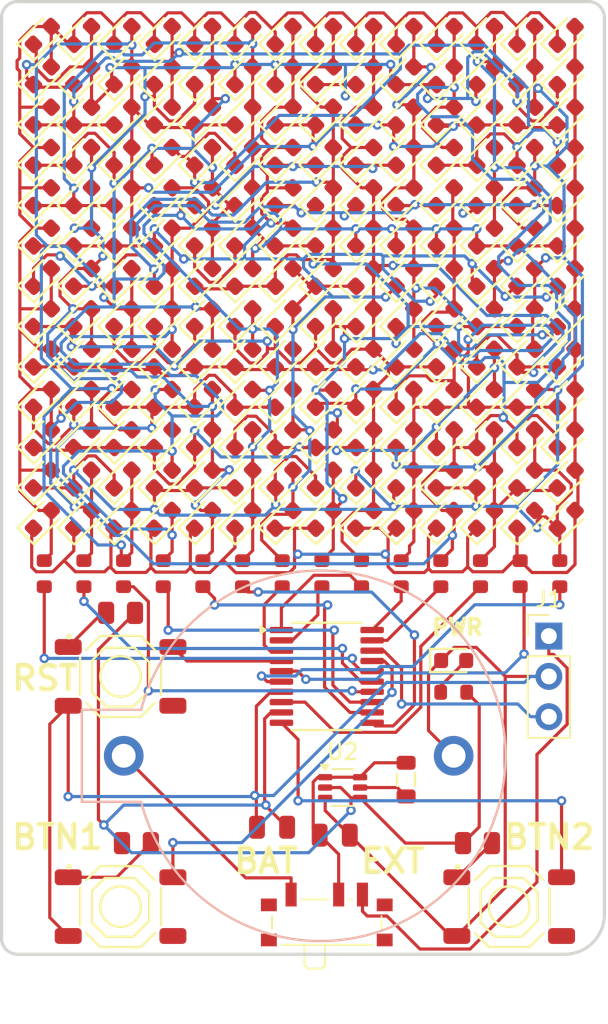
<source format=kicad_pcb>
(kicad_pcb (version 20240108) (generator "pcbnew") (generator_version "8.0")
  (layers (0 "F.Cu" signal) (31 "B.Cu" signal) (34 "B.Paste" user) (35 "F.Paste" user) (36 "B.SilkS" user "B.Silkscreen") (37 "F.SilkS" user "F.Silkscreen") (38 "B.Mask" user) (39 "F.Mask" user) (44 "Edge.Cuts" user))
  (net 0 "")
  (net 1 "/VBAT")
  (net 2 "GND")
  (net 3 "Net-(SW1-B)")
  (net 4 "3V3")
  (net 5 "Net-(D1-K)")
  (net 6 "Net-(D1-A)")
  (net 7 "Net-(D106-K)")
  (net 8 "Net-(D107-K)")
  (net 9 "Net-(D108-K)")
  (net 10 "Net-(D109-K)")
  (net 11 "Net-(D105-A)")
  (net 12 "Net-(D100-A)")
  (net 13 "Net-(D111-K)")
  (net 14 "Net-(D112-K)")
  (net 15 "Net-(D10-K)")
  (net 16 "Net-(D101-K)")
  (net 17 "Net-(D102-K)")
  (net 18 "Net-(D103-K)")
  (net 19 "Net-(J1-Pin_1)")
  (net 20 "SWIO")
  (net 21 "Net-(U2-L)")
  (net 22 "Net-(S1-A)")
  (net 23 "Net-(S2-A)")
  (net 24 "Net-(S3-A)")
  (net 25 "PA1")
  (net 26 "PA2")
  (net 27 "PD0")
  (net 28 "PD2")
  (net 29 "PD3")
  (net 30 "PD4")
  (net 31 "PD5")
  (net 32 "PD6")
  (net 33 "PC1")
  (net 34 "PC2")
  (net 35 "PC3")
  (net 36 "PC4")
  (net 37 "PC5")
  (net 38 "PC6")
  (net 39 "nRST")
  (net 42 "PC0")
  (net 44 "PC7")
  (net 45 "Net-(D183-A)")
  (footprint "JLCPCB-Kicad-Footprints:D_0603" (layer "F.Cu") (at 78.8108 42.3293 45)
    (property "Reference" "D86" (hide yes))
    (property "Value" "LED")
  )
  (footprint "JLCPCB-Kicad-Footprints:R_0603" (layer "F.Cu") (at 86.1908 63.5293 90)
    (property "Reference" "R8" (hide yes))
    (property "Value" "100")
  )
  (footprint "JLCPCB-Kicad-Footprints:D_0603" (layer "F.Cu") (at 63.5708 57.5693 45)
    (property "Reference" "D2" (hide yes))
    (property "Value" "LED")
  )
  (footprint "JLCPCB-Kicad-Footprints:D_0603" (layer "F.Cu") (at 86.4308 49.9493 45)
    (property "Reference" "D122" (hide yes))
    (property "Value" "LED")
  )
  (footprint "JLCPCB-Kicad-Footprints:D_0603" (layer "F.Cu") (at 94.0508 57.5693 45)
    (property "Reference" "D158" (hide yes))
    (property "Value" "LED")
  )
  (footprint "JLCPCB-Kicad-Footprints:D_0603" (layer "F.Cu") (at 76.2708 55.0293 45)
    (property "Reference" "D68" (hide yes))
    (property "Value" "LED")
  )
  (footprint "JLCPCB-Kicad-Footprints:L_0805" (layer "F.Cu") (at 86.5 76.5 -90)
    (property "Reference" "L1" (hide yes))
    (property "Value" "4.7uH")
  )
  (footprint "JLCPCB-Kicad-Footprints:D_0603" (layer "F.Cu") (at 78.8108 37.2493 45)
    (property "Reference" "D88" (hide yes))
    (property "Value" "LED")
  )
  (footprint "JLCPCB-Kicad-Footprints:D_0603" (layer "F.Cu") (at 68.6508 52.4893 45)
    (property "Reference" "D30" (hide yes))
    (property "Value" "LED")
  )
  (footprint "JLCPCB-Kicad-Footprints:D_0603" (layer "F.Cu") (at 73.7308 34.7093 45)
    (property "Reference" "D63" (hide yes))
    (property "Value" "LED")
  )
  (footprint "JLCPCB-Kicad-Footprints:D_0603" (layer "F.Cu") (at 96.5908 39.7893 45)
    (property "Reference" "D178" (hide yes))
    (property "Value" "LED")
  )
  (footprint "JLCPCB-Kicad-Footprints:D_0603" (layer "F.Cu") (at 76.2708 44.8693 45)
    (property "Reference" "D72" (hide yes))
    (property "Value" "LED")
  )
  (footprint "JLCPCB-Kicad-Footprints:D_0603" (layer "F.Cu") (at 96.5908 55.0293 45)
    (property "Reference" "D172" (hide yes))
    (property "Value" "LED")
  )
  (footprint "JLCPCB-Kicad-Footprints:D_0603" (layer "F.Cu") (at 86.4308 52.4893 45)
    (property "Reference" "D121" (hide yes))
    (property "Value" "LED")
  )
  (footprint "JLCPCB-Kicad-Footprints:D_0603" (layer "F.Cu") (at 83.8908 42.3293 45)
    (property "Reference" "D112" (hide yes))
    (property "Value" "LED")
  )
  (footprint "JLCPCB-Kicad-Footprints:D_0603" (layer "F.Cu") (at 96.5908 57.5693 45)
    (property "Reference" "D171" (hide yes))
    (property "Value" "LED")
  )
  (footprint "JLCPCB-Kicad-Footprints:D_0603" (layer "F.Cu") (at 63.5708 52.4893 45)
    (property "Reference" "D4" (hide yes))
    (property "Value" "LED")
  )
  (footprint "JLCPCB-Kicad-Footprints:D_0603" (layer "F.Cu") (at 68.6508 57.5693 45)
    (property "Reference" "D28" (hide yes))
    (property "Value" "LED")
  )
  (footprint "Connector_PinHeader_2.54mm:PinHeader_1x03_P2.54mm_Vertical" (layer "F.Cu") (at 95.5 67.46)
    (property "Reference" "J1")
    (property "Value" "external")
  )
  (footprint "JLCPCB-Kicad-Footprints:D_0603" (layer "F.Cu") (at 86.4308 47.4093 45)
    (property "Reference" "D123" (hide yes))
    (property "Value" "LED")
  )
  (footprint "JLCPCB-Kicad-Footprints:D_0603" (layer "F.Cu") (at 91.5108 44.8693 45)
    (property "Reference" "D150" (hide yes))
    (property "Value" "LED")
  )
  (footprint "JLCPCB-Kicad-Footprints:D_0603" (layer "F.Cu") (at 88.9708 49.9493 45)
    (property "Reference" "D135" (hide yes))
    (property "Value" "LED")
  )
  (footprint "JLCPCB-Kicad-Footprints:D_0603" (layer "F.Cu") (at 81.3508 34.7093 45)
    (property "Reference" "D102" (hide yes))
    (property "Value" "LED")
  )
  (footprint "JLCPCB-Kicad-Footprints:D_0603" (layer "F.Cu") (at 73.7308 42.3293 45)
    (property "Reference" "D60" (hide yes))
    (property "Value" "LED")
  )
  (footprint "JLCPCB-Kicad-Footprints:D_0603" (layer "F.Cu") (at 86.4308 44.8693 45)
    (property "Reference" "D124" (hide yes))
    (property "Value" "LED")
  )
  (footprint "JLCPCB-Kicad-Footprints:D_0603" (layer "F.Cu") (at 81.3508 55.0293 45)
    (property "Reference" "D94" (hide yes))
    (property "Value" "LED")
  )
  (footprint "JLCPCB-Kicad-Footprints:D_0603" (layer "F.Cu") (at 81.3508 29.6293 45)
    (property "Reference" "D104" (hide yes))
    (property "Value" "LED")
  )
  (footprint "JLCPCB-Kicad-Footprints:D_0603" (layer "F.Cu") (at 73.7308 60.1093 45)
    (property "Reference" "D53" (hide yes))
    (property "Value" "LED")
  )
  (footprint "JLCPCB-Kicad-Footprints:D_0603" (layer "F.Cu") (at 68.6508 55.0293 45)
    (property "Reference" "D29" (hide yes))
    (property "Value" "LED")
  )
  (footprint "JLCPCB-Kicad-Footprints:D_0603" (layer "F.Cu") (at 71.1908 39.7893 45)
    (property "Reference" "D48" (hide yes))
    (property "Value" "LED")
  )
  (footprint "JLCPCB-Kicad-Footprints:D_0603" (layer "F.Cu") (at 81.3508 60.1093 45)
    (property "Reference" "D92" (hide yes))
    (property "Value" "LED")
  )
  (footprint "JLCPCB-Kicad-Footprints:D_0603" (layer "F.Cu") (at 78.8108 44.8693 45)
    (property "Reference" "D85" (hide yes))
    (property "Value" "LED")
  )
  (footprint "JLCPCB-Kicad-Footprints:D_0603" (layer "F.Cu") (at 96.5908 29.6293 45)
    (property "Reference" "D182" (hide yes))
    (property "Value" "LED")
  )
  (footprint "JLCPCB-Kicad-Footprints:D_0603" (layer "F.Cu") (at 76.2708 60.1093 45)
    (property "Reference" "D66" (hide yes))
    (property "Value" "LED")
  )
  (footprint "JLCPCB-Kicad-Footprints:D_0603" (layer "F.Cu") (at 91.5108 34.7093 45)
    (property "Reference" "D154" (hide yes))
    (property "Value" "LED")
  )
  (footprint "JLCPCB-Kicad-Footprints:D_0603" (layer "F.Cu") (at 94.0508 55.0293 45)
    (property "Reference" "D159" (hide yes))
    (property "Value" "LED")
  )
  (footprint "JLCPCB-Kicad-Footprints:D_0603" (layer "F.Cu") (at 96.5908 49.9493 45)
    (property "Reference" "D174" (hide yes))
    (property "Value" "LED")
  )
  (footprint "JLCPCB-Kicad-Footprints:D_0603" (layer "F.Cu") (at 66.1108 32.1693 45)
    (property "Reference" "D25" (hide yes))
    (property "Value" "LED")
  )
  (footprint "JLCPCB-Kicad-Footprints:D_0603" (layer "F.Cu") (at 83.8908 47.4093 45)
    (property "Reference" "D110" (hide yes))
    (property "Value" "LED")
  )
  (footprint "JLCPCB-Kicad-Footprints:D_0603" (layer "F.Cu") (at 86.4308 37.2493 45)
    (property "Reference" "D127" (hide yes))
    (property "Value" "LED")
  )
  (footprint "JLCPCB-Kicad-Footprints:D_0603" (layer "F.Cu") (at 68.6508 39.7893 45)
    (property "Reference" "D35" (hide yes))
    (property "Value" "LED")
  )
  (footprint "JLCPCB-Kicad-Footprints:D_0603" (layer "F.Cu") (at 83.8908 44.8693 45)
    (property "Reference" "D111" (hide yes))
    (property "Value" "LED")
  )
  (footprint "JLCPCB-Kicad-Footprints:D_0603" (layer "F.Cu") (at 71.1908 47.4093 45)
    (property "Reference" "D45" (hide yes))
    (property "Value" "LED")
  )
  (footprint "JLCPCB-Kicad-Footprints:D_0603" (layer "F.Cu") (at 78.8108 47.4093 45)
    (property "Reference" "D84" (hide yes))
    (property "Value" "LED")
  )
  (footprint "JLCPCB-Kicad-Footprints:R_0603" (layer "F.Cu") (at 89.5 71)
    (property "Reference" "R18" (hide yes))
    (property "Value" "100")
  )
  (footprint "JLCPCB-Kicad-Footprints:D_0603" (layer "F.Cu") (at 71.1908 29.6293 45)
    (property "Reference" "D52" (hide yes))
    (property "Value" "LED")
  )
  (footprint "JLCPCB-Kicad-Footprints:R_0603" (layer "F.Cu") (at 63.6908 63.5293 90)
    (property "Reference" "R17" (hide yes))
    (property "Value" "100")
  )
  (footprint "JLCPCB-Kicad-Footprints:D_0603" (layer "F.Cu") (at 73.7308 55.0293 45)
    (property "Reference" "D55" (hide yes))
    (property "Value" "LED")
  )
  (footprint "JLCPCB-Kicad-Footprints:D_0603" (layer "F.Cu") (at 73.7308 52.4893 45)
    (property "Reference" "D56" (hide yes))
    (property "Value" "LED")
  )
  (footprint "JLCPCB-Kicad-Footprints:R_0603" (layer "F.Cu") (at 76.1908 63.5293 90)
    (property "Reference" "R12" (hide yes))
    (property "Value" "100")
  )
  (footprint "JLCPCB-Kicad-Footprints:SW-SMD_4P-L5.1-W5.1-P3.70-LS6.5-TL-2" (layer "F.Cu") (at 68.5 84.5)
    (property "Reference" "S3" (hide yes))
    (property "Value" "BTN2")
  )
  (footprint "JLCPCB-Kicad-Footprints:D_0603" (layer "F.Cu") (at 63.5708 32.1693 45)
    (property "Reference" "D12" (hide yes))
    (property "Value" "LED")
  )
  (footprint "JLCPCB-Kicad-Footprints:D_0603" (layer "F.Cu") (at 71.1908 55.0293 45)
    (property "Reference" "D42" (hide yes))
    (property "Value" "LED")
  )
  (footprint "JLCPCB-Kicad-Footprints:D_0603" (layer "F.Cu") (at 63.5708 42.3293 45)
    (property "Reference" "D8" (hide yes))
    (property "Value" "LED")
  )
  (footprint "JLCPCB-Kicad-Footprints:D_0603" (layer "F.Cu") (at 88.9708 37.2493 45)
    (property "Reference" "D140" (hide yes))
    (property "Value" "LED")
  )
  (footprint "JLCPCB-Kicad-Footprints:D_0603" (layer "F.Cu") (at 83.8908 32.1693 45)
    (property "Reference" "D116" (hide yes))
    (property "Value" "LED")
  )
  (footprint "JLCPCB-Kicad-Footprints:D_0603" (layer "F.Cu") (at 96.5908 42.3293 45)
    (property "Reference" "D177" (hide yes))
    (property "Value" "LED")
  )
  (footprint "JLCPCB-Kicad-Footprints:D_0603" (layer "F.Cu") (at 88.9708 52.4893 45)
    (property "Reference" "D134" (hide yes))
    (property "Value" "LED")
  )
  (footprint "JLCPCB-Kicad-Footprints:D_0603" (layer "F.Cu") (at 81.3508 52.4893 45)
    (property "Reference" "D95" (hide yes))
    (property "Value" "LED")
  )
  (footprint "JLCPCB-Kicad-Footprints:C_0805" (layer "F.Cu") (at 78.05 79.5 180)
    (property "Reference" "C2" (hide yes))
    (property "Value" "10uF")
  )
  (footprint "JLCPCB-Kicad-Footprints:D_0603" (layer "F.Cu") (at 83.8908 29.6293 45)
    (property "Reference" "D117" (hide yes))
    (property "Value" "LED")
  )
  (footprint "JLCPCB-Kicad-Footprints:D_0603" (layer "F.Cu") (at 63.5708 49.9493 45)
    (property "Reference" "D5" (hide yes))
    (property "Value" "LED")
  )
  (footprint "JLCPCB-Kicad-Footprints:D_0603" (layer "F.Cu") (at 91.5108 52.4893 45)
    (property "Reference" "D147" (hide yes))
    (property "Value" "LED")
  )
  (footprint "JLCPCB-Kicad-Footprints:D_0603" (layer "F.Cu") (at 76.2708 47.4093 45)
    (property "Reference" "D71" (hide yes))
    (property "Value" "LED")
  )
  (footprint "JLCPCB-Kicad-Footprints:D_0603" (layer "F.Cu") (at 78.8108 57.5693 45)
    (property "Reference" "D80" (hide yes))
    (property "Value" "LED")
  )
  (footprint "JLCPCB-Kicad-Footprints:D_0603" (layer "F.Cu") (at 66.1108 60.1093 45)
    (property "Reference" "D14" (hide yes))
    (property "Value" "LED")
  )
  (footprint "JLCPCB-Kicad-Footprints:D_0603" (layer "F.Cu") (at 76.2708 52.4893 45)
    (property "Reference" "D69" (hide yes))
    (property "Value" "LED")
  )
  (footprint "JLCPCB-Kicad-Footprints:D_0603" (layer "F.Cu") (at 71.1908 34.7093 45)
    (property "Reference" "D50" (hide yes))
    (property "Value" "LED")
  )
  (footprint "JLCPCB-Kicad-Footprints:D_0603" (layer "F.Cu") (at 68.6508 49.9493 45)
    (property "Reference" "D31" (hide yes))
    (property "Value" "LED")
  )
  (footprint "JLCPCB-Kicad-Footprints:D_0603" (layer "F.Cu") (at 94.0508 49.9493 45)
    (property "Reference" "D161" (hide yes))
    (property "Value" "LED")
  )
  (footprint "JLCPCB-Kicad-Footprints:D_0603" (layer "F.Cu") (at 88.9708 60.1093 45)
    (property "Reference" "D131" (hide yes))
    (property "Value" "LED")
  )
  (footprint "JLCPCB-Kicad-Footprints:D_0603" (layer "F.Cu") (at 71.1908 52.4893 45)
    (property "Reference" "D43" (hide yes))
    (property "Value" "LED")
  )
  (footprint "JLCPCB-Kicad-Footprints:D_0603" (layer "F.Cu") (at 78.8108 52.4893 45)
    (property "Reference" "D82" (hide yes))
    (property "Value" "LED")
  )
  (footprint "JLCPCB-Kicad-Footprints:D_0603" (layer "F.Cu") (at 76.2708 42.3293 45)
    (property "Reference" "D73" (hide yes))
    (property "Value" "LED")
  )
  (footprint "JLCPCB-Kicad-Footprints:D_0603" (layer "F.Cu") (at 94.0508 39.7893 45)
    (property "Reference" "D165" (hide yes))
    (property "Value" "LED")
  )
  (footprint "JLCPCB-Kicad-Footprints:D_0603" (layer "F.Cu") (at 63.5708 60.1093 45)
    (property "Reference" "D1" (hide yes))
    (property "Value" "LED")
  )
  (footprint "JLCPCB-Kicad-Footprints:D_0603" (layer "F.Cu") (at 96.5908 37.2493 45)
    (property "Reference" "D179" (hide yes))
    (property "Value" "LED")
  )
  (footprint "JLCPCB-Kicad-Footprints:D_0603" (layer "F.Cu") (at 68.6508 29.6293 45)
    (property "Reference" "D39" (hide yes))
    (property "Value" "LED")
  )
  (footprint "JLCPCB-Kicad-Footprints:D_0603" (layer "F.Cu") (at 71.1908 60.1093 45)
    (property "Reference" "D40" (hide yes))
    (property "Value" "LED")
  )
  (footprint "JLCPCB-Kicad-Footprints:D_0603" (layer "F.Cu") (at 96.5908 47.4093 45)
    (property "Reference" "D175" (hide yes))
    (property "Value" "LED")
  )
  (footprint "JLCPCB-Kicad-Footprints:D_0603" (layer "F.Cu") (at 94.0508 37.2493 45)
    (property "Reference" "D166" (hide yes))
    (property "Value" "LED")
  )
  (footprint "JLCPCB-Kicad-Footprints:D_0603" (layer "F.Cu") (at 86.4308 55.0293 45)
    (property "Reference" "D120" (hide yes))
    (property "Value" "LED")
  )
  (footprint "JLCPCB-Kicad-Footprints:R_0603" (layer "F.Cu") (at 68.6908 63.5293 90)
    (property "Reference" "R15" (hide yes))
    (property "Value" "100")
  )
  (footprint "JLCPCB-Kicad-Footprints:D_0603" (layer "F.Cu") (at 76.2708 32.1693 45)
    (property "Reference" "D77" (hide yes))
    (property "Value" "LED")
  )
  (footprint "JLCPCB-Kicad-Footprints:D_0603" (layer "F.Cu") (at 63.5708 44.8693 45)
    (property "Reference" "D7" (hide yes))
    (property "Value" "LED")
  )
  (footprint "JLCPCB-Kicad-Footprints:D_0603" (layer "F.Cu") (at 76.2708 57.5693 45)
    (property "Reference" "D67" (hide yes))
    (property "Value" "LED")
  )
  (footprint "JLCPCB-Kicad-Footprints:D_0603" (layer "F.Cu") (at 81.3508 47.4093 45)
    (property "Reference" "D97" (hide yes))
    (property "Value" "LED")
  )
  (footprint "JLCPCB-Kicad-Footprints:D_0603" (layer "F.Cu") (at 81.3508 44.8693 45)
    (property "Reference" "D98" (hide yes))
    (property "Value" "LED")
  )
  (footprint "JLCPCB-Kicad-Footprints:D_0603" (layer "F.Cu") (at 96.5908 52.4893 45)
    (property "Reference" "D173" (hide yes))
    (property "Value" "LED")
  )
  (footprint "JLCPCB-Kicad-Footprints:D_0603" (layer "F.Cu") (at 91.5108 39.7893 45)
    (property "Reference" "D152" (hide yes))
    (property "Value" "LED")
  )
  (footprint "JLCPCB-Kicad-Footprints:D_0603" (layer "F.Cu") (at 68.6508 42.3293 45)
    (property "Reference" "D34" (hide yes))
    (property "Value" "LED")
  )
  (footprint "JLCPCB-Kicad-Footprints:D_0603" (layer "F.Cu") (at 76.2708 37.2493 45)
    (property "Reference" "D75" (hide yes))
    (property "Value" "LED")
  )
  (footprint "JLCPCB-Kicad-Footprints:D_0603" (layer "F.Cu") (at 91.5108 57.5693 45)
    (property "Reference" "D145" (hide yes))
    (property "Value" "LED")
  )
  (footprint "JLCPCB-Kicad-Footprints:D_0603" (layer "F.Cu") (at 68.6508 37.2493 45)
    (property "Reference" "D36" (hide yes))
    (property "Value" "LED")
  )
  (footprint "JLCPCB-Kicad-Footprints:D_0603" (layer "F.Cu") (at 76.2708 29.6293 45)
    (property "Reference" "D78" (hide yes))
    (property "Value" "LED")
  )
  (footprint "JLCPCB-Kicad-Footprints:D_0603" (layer "F.Cu") (at 63.5708 55.0293 45)
    (property "Reference" "D3" (hide yes))
    (property "Value" "LED")
  )
  (footprint "JLCPCB-Kicad-Footprints:D_0603" (layer "F.Cu") (at 73.7308 57.5693 45)
    (property "Reference" "D54" (hide yes))
    (property "Value" "LED")
  )
  (footprint "JLCPCB-Kicad-Footprints:D_0603" (layer "F.Cu") (at 73.7308 44.8693 45)
    (property "Reference" "D59" (hide yes))
    (property "Value" "LED")
  )
  (footprint "JLCPCB-Kicad-Footprints:D_0603" (layer "F.Cu") (at 68.6508 34.7093 45)
    (property "Reference" "D37" (hide yes))
    (property "Value" "LED")
  )
  (footprint "JLCPCB-Kicad-Footprints:D_0603" (layer "F.Cu") (at 66.1108 49.9493 45)
    (property "Reference" "D18" (hide yes))
    (property "Value" "LED")
  )
  (footprint "JLCPCB-Kicad-Footprints:D_0603" (layer "F.Cu") (at 94.0508 32.1693 45)
    (property "Reference" "D168" (hide yes))
    (property "Value" "LED")
  )
  (footprint "JLCPCB-Kicad-Footprints:D_0603" (layer "F.Cu") (at 78.8108 34.7093 45)
    (property "Reference" "D89" (hide yes))
    (property "Value" "LED")
  )
  (footprint "JLCPCB-Kicad-Footprints:D_0603" (layer "F.Cu") (at 71.1908 42.3293 45)
    (property "Reference" "D47" (hide yes))
    (property "Value" "LED")
  )
  (footprint "JLCPCB-Kicad-Footprints:D_0603" (layer "F.Cu") (at 66.1108 57.5693 45)
    (property "Reference" "D15" (hide yes))
    (property "Value" "LED")
  )
  (footprint "JLCPCB-Kicad-Footprints:R_0603" (layer "F.Cu") (at 66.1908 63.5293 90)
    (property "Reference" "R16" (hide yes))
    (property "Value" "100")
  )
  (footprint "JLCPCB-Kicad-Footprints:TSSOP-20_4.4x6.5mm_P0.65mm" (layer "F.Cu") (at 81.5 70)
    (property "Reference" "U1" (hide yes))
    (property "Value" "CH32V003FxPx")
  )
  (footprint "JLCPCB-Kicad-Footprints:D_0603" (layer "F.Cu") (at 73.7308 32.1693 45)
    (property "Reference" "D64" (hide yes))
    (property "Value" "LED")
  )
  (footprint "JLCPCB-Kicad-Footprints:D_0603" (layer "F.Cu") (at 91.5108 60.1093 45)
    (property "Reference" "D144" (hide yes))
    (property "Value" "LED")
  )
  (footprint "JLCPCB-Kicad-Footprints:D_0603" (layer "F.Cu") (at 86.4308 39.7893 45)
    (property "Reference" "D126" (hide yes))
    (property "Value" "LED")
  )
  (footprint "JLCPCB-Kicad-Footprints:D_0603" (layer "F.Cu") (at 81.3508 32.1693 45)
    (property "Reference" "D103" (hide yes))
    (property "Value" "LED")
  )
  (footprint "Button_Switch_SMD:SW_SPDT_PCM12" (layer "F.Cu") (at 81.5 85.17)
    (property "Reference" "SW1" (hide yes))
    (property "Value" "SW_SPDT")
  )
  (footprint "JLCPCB-Kicad-Footprints:D_0603" (layer "F.Cu") (at 66.1108 44.8693 45)
    (property "Reference" "D20" (hide yes))
    (property "Value" "LED")
  )
  (footprint "JLCPCB-Kicad-Footprints:D_0603" (layer "F.Cu") (at 83.8908 55.0293 45)
    (property "Reference" "D107" (hide yes))
    (property "Value" "LED")
  )
  (footprint "JLCPCB-Kicad-Footprints:D_0603" (layer "F.Cu") (at 68.6508 44.8693 45)
    (property "Reference" "D33" (hide yes))
    (property "Value" "LED")
  )
  (footprint "JLCPCB-Kicad-Footprints:R_0603" (layer "F.Cu") (at 88.6908 63.5293 90)
    (property "Reference" "R7" (hide yes))
    (property "Value" "100")
  )
  (footprint "JLCPCB-Kicad-Footprints:D_0603" (layer "F.Cu") (at 66.1108 42.3293 45)
    (property "Reference" "D21" (hide yes))
    (property "Value" "LED")
  )
  (footprint "JLCPCB-Kicad-Footprints:R_0603" (layer "F.Cu") (at 73.6908 63.5293 90)
    (property "Reference" "R13" (hide yes))
    (property "Value" "100")
  )
  (footprint "JLCPCB-Kicad-Footprints:D_0603" (layer "F.Cu") (at 88.9708 44.8693 45)
    (property "Reference" "D137" (hide yes))
    (property "Value" "LED")
  )
  (footprint "JLCPCB-Kicad-Footprints:C_0805" (layer "F.Cu") (at 82 80)
    (property "Reference" "C1" (hide yes))
    (property "Value" "10uF")
  )
  (footprint "JLCPCB-Kicad-Footprints:R_0603" (layer "F.Cu") (at 93.6908 63.5293 90)
    (property "Reference" "R4" (hide yes))
    (property "Value" "100")
  )
  (footprint "JLCPCB-Kicad-Footprints:D_0603" (layer "F.Cu") (at 83.8908 37.2493 45)
    (property "Reference" "D114" (hide yes))
    (property "Value" "LED")
  )
  (footprint "JLCPCB-Kicad-Footprints:D_0603" (layer "F.Cu") (at 78.8108 29.6293 45)
    (property "Reference" "D91" (hide yes))
    (property "Value" "LED")
  )
  (footprint "JLCPCB-Kicad-Footprints:D_0603" (layer "F.Cu") (at 66.1108 39.7893 45)
    (property "Reference" "D22" (hide yes))
    (property "Value" "LED")
  )
  (footprint "JLCPCB-Kicad-Footprints:D_0603" (layer "F.Cu") (at 88.9708 47.4093 45)
    (property "Reference" "D136" (hide yes))
    (property "Value" "LED")
  )
  (footprint "JLCPCB-Kicad-Footprints:D_0603" (layer "F.Cu") (at 94.0508 52.4893 45)
    (property "Reference" "D160" (hide yes))
    (property "Value" "LED")
  )
  (footprint "JLCPCB-Kicad-Footprints:D_0603" (layer "F.Cu") (at 73.7308 49.9493 45)
    (property "Reference" "D57" (hide yes))
    (property "Value" "LED")
  )
  (footprint "JLCPCB-Kicad-Footprints:D_0603" (layer "F.Cu") (at 71.1908 57.5693 45)
    (property "Reference" "D41" (hide yes))
    (property "Value" "LED")
  )
  (footprint "JLCPCB-Kicad-Footprints:D_0603" (layer "F.Cu") (at 94.0508 29.6293 45)
    (property "Reference" "D169" (hide yes))
    (property "Value" "LED")
  )
  (footprint "JLCPCB-Kicad-Footprints:R_0805" (layer "F.Cu") (at 69.5 80.5)
    (property "Reference" "R3" (hide yes))
    (property "Value" "10k")
  )
  (footprint "JLCPCB-Kicad-Footprints:D_0603" (layer "F.Cu") (at 83.8908 57.5693 45)
    (property "Reference" "D106" (hide yes))
    (property "Value" "LED")
  )
  (footprint "JLCPCB-Kicad-Footprints:D_0603" (layer "F.Cu") (at 96.5908 32.1693 45)
    (property "Reference" "D181" (hide yes))
    (property "Value" "LED")
  )
  (footprint "JLCPCB-Kicad-Footprints:D_0603" (layer "F.Cu") (at 81.3508 49.9493 45)
    (property "Reference" "D96" (hide yes))
    (property "Value" "LED")
  )
  (footprint "JLCPCB-Kicad-Footprints:D_0603" (layer "F.Cu") (at 86.4308 60.1093 45)
    (property "Reference" "D118" (hide yes))
    (property "Value" "LED")
  )
  (footprint "JLCPCB-Kicad-Footprints:D_0603" (layer "F.Cu") (at 86.4308 34.7093 45)
    (property "Reference" "D128" (hide yes))
    (property "Value" "LED")
  )
  (footprint "JLCPCB-Kicad-Footprints:R_0603" (layer "F.Cu") (at 81.1908 63.5293 90)
    (property "Reference" "R10" (hide yes))
    (property "Value" "100")
  )
  (footprint "JLCPCB-Kicad-Footprints:D_0603" (layer "F.Cu") (at 66.1108 52.4893 45)
    (property "Reference" "D17" (hide yes))
    (property "Value" "LED")
  )
  (footprint "JLCPCB-Kicad-Footprints:D_0603" (layer "F.Cu") (at 78.8108 49.9493 45)
    (property "Reference" "D83" (hide yes))
    (property "Value" "LED")
  )
  (footprint "JLCPCB-Kicad-Footprints:D_0603" (layer "F.Cu") (at 88.9708 34.7093 45)
    (property "Reference" "D141" (hide yes))
    (property "Value" "LED")
  )
  (footprint "JLCPCB-Kicad-Footprints:D_0603" (layer "F.Cu") (at 66.1108 37.2493 45)
    (property "Reference" "D23" (hide yes))
    (property "Value" "LED")
  )
  (footprint "JLCPCB-Kicad-Footprints:R_0603" (layer "F.Cu") (at 83.6908 63.5293 90)
    (property "Reference" "R9" (hide yes))
    (property "Value" "100")
  )
  (footprint "JLCPCB-Kicad-Footprints:D_0603" (layer "F.Cu") (at 86.4308 29.6293 45)
    (property "Reference" "D130" (hide yes))
    (property "Value" "LED")
  )
  (footprint "JLCPCB-Kicad-Footprints:D_0603" (layer "F.Cu") (at 71.1908 44.8693 45)
    (property "Reference" "D46" (hide yes))
    (property "Value" "LED")
  )
  (footprint "JLCPCB-Kicad-Footprints:D_0603" (layer "F.Cu") (at 63.5708 29.6293 45)
    (property "Reference" "D13" (hide yes))
    (property "Value" "LED")
  )
  (footprint "JLCPCB-Kicad-Footprints:D_0603" (layer "F.Cu") (at 76.2708 49.9493 45)
    (property "Reference" "D70" (hide yes))
    (property "Value" "LED")
  )
  (footprint "JLCPCB-Kicad-Footprints:D_0603" (layer "F.Cu") (at 66.1108 47.4093 45)
    (property "Reference" "D19" (hide yes))
    (property "Value" "LED")
  )
  (footprint "JLCPCB-Kicad-Footprints:SW-SMD_4P-L5.1-W5.1-P3.70-LS6.5-TL-2" (layer "F.Cu") (at 93 84.5)
    (property "Reference" "S2" (hide yes))
    (property "Value" "BTN1")
  )
  (footprint "JLCPCB-Kicad-Footprints:D_0603" (layer "F.Cu") (at 88.9708 42.3293 45)
    (property "Reference" "D138" (hide yes))
    (property "Value" "LED")
  )
  (footprint "JLCPCB-Kicad-Footprints:D_0603" (layer "F.Cu") (at 71.1908 32.1693 45)
    (property "Reference" "D51" (hide yes))
    (property "Value" "LED")
  )
  (footprint "JLCPCB-Kicad-Footprints:D_0603" (layer "F.Cu") (at 88.9708 32.1693 45)
    (property "Reference" "D142" (hide yes))
    (property "Value" "LED")
  )
  (footprint "JLCPCB-Kicad-Footprints:D_0603" (layer "F.Cu") (at 78.8108 32.1693 45)
    (property "Reference" "D90" (hide yes))
    (property "Value" "LED")
  )
  (footprint "JLCPCB-Kicad-Footprints:D_0603" (layer "F.Cu") (at 94.0508 44.8693 45)
    (property "Reference" "D163" (hide yes))
    (property "Value" "LED")
  )
  (footprint "JLCPCB-Kicad-Footprints:D_0603" (layer "F.Cu") (at 81.3508 57.5693 45)
    (property "Reference" "D93" (hide yes))
    (property "Value" "LED")
  )
  (footprint "JLCPCB-Kicad-Footprints:D_0603" (layer "F.Cu") (at 68.6508 47.4093 45)
    (property "Reference" "D32" (hide yes))
    (property "Value" "LED")
  )
  (footprint "Package_TO_SOT_SMD:Texas_R-PDSO-G6" (layer "F.Cu") (at 82.5 77)
    (property "Reference" "U2")
    (property "Value" "TPS61221DCK")
  )
  (footprint "JLCPCB-Kicad-Footprints:D_0603" (layer "F.Cu") (at 66.1108 29.6293 45)
    (property "Reference" "D26" (hide yes))
    (property "Value" "LED")
  )
  (footprint "JLCPCB-Kicad-Footprints:D_0603" (layer "F.Cu") (at 63.5708 34.7093 45)
    (property "Reference" "D11" (hide yes))
    (property "Value" "LED")
  )
  (footprint "JLCPCB-Kicad-Footprints:D_0603" (layer "F.Cu") (at 83.8908 52.4893 45)
    (property "Reference" "D108" (hide yes))
    (property "Value" "LED")
  )
  (footprint "JLCPCB-Kicad-Footprints:D_0603" (layer "F.Cu") (at 73.7308 47.4093 45)
    (property "Reference" "D58" (hide yes))
    (property "Value" "LED")
  )
  (footprint "JLCPCB-Kicad-Footprints:D_0603" (layer "F.Cu") (at 73.7308 29.6293 45)
    (property "Reference" "D65" (hide yes))
    (property "Value" "LED")
  )
  (footprint "JLCPCB-Kicad-Footprints:D_0603" (layer "F.Cu") (at 91.5108 42.3293 45)
    (property "Reference" "D151" (hide yes))
    (property "Value" "LED")
  )
  (footprint "JLCPCB-Kicad-Footprints:D_0603" (layer "F.Cu") (at 88.9708 57.5693 45)
    (property "Reference" "D132" (hide yes))
    (property "Value" "LED")
  )
  (footprint "JLCPCB-Kicad-Footprints:D_0603" (layer "F.Cu") (at 91.5108 49.9493 45)
    (property "Reference" "D148" (hide yes))
    (property "Value" "LED")
  )
  (footprint "JLCPCB-Kicad-Footprints:D_0603" (layer "F.Cu") (at 81.3508 42.3293 45)
    (property "Reference" "D99" (hide yes))
    (property "Value" "LED")
  )
  (footprint "JLCPCB-Kicad-Footprints:D_0603" (layer "F.Cu") (at 91.5108 37.2493 45)
    (property "Reference" "D153" (hide yes))
    (property "Value" "LED")
  )
  (footprint "JLCPCB-Kicad-Footprints:D_0603" (layer "F.Cu") (at 94.0508 47.4093 45)
    (property "Reference" "D162" (hide yes))
    (property "Value" "LED")
  )
  (footprint "JLCPCB-Kicad-Footprints:R_0603" (layer "F.Cu") (at 96.1908 63.5293 90)
    (property "Reference" "R5" (hide yes))
    (property "Value" "100")
  )
  (footprint "JLCPCB-Kicad-Footprints:D_0603" (layer "F.Cu") (at 96.5908 60.1093 45)
    (property "Reference" "D170" (hide yes))
    (property "Value" "LED")
  )
  (footprint "JLCPCB-Kicad-Footprints:D_0603" (layer "F.Cu") (at 88.9708 55.0293 45)
    (property "Reference" "D133" (hide yes))
    (property "Value" "LED")
  )
  (footprint "JLCPCB-Kicad-Footprints:D_0603" (layer "F.Cu") (at 66.1108 34.7093 45)
    (property "Reference" "D24" (hide yes))
    (property "Value" "LED")
  )
  (footprint "JLCPCB-Kicad-Footprints:D_0603" (layer "F.Cu") (at 78.8108 55.0293 45)
    (property "Reference" "D81" (hide yes))
    (property "Value" "LED")
  )
  (footprint "JLCPCB-Kicad-Footprints:R_0603" (layer "F.Cu") (at 71.1908 63.5293 90)
    (property "Reference" "R14" (hide yes))
    (property "Value" "100")
  )
  (footprint "JLCPCB-Kicad-Footprints:D_0603" (layer "F.Cu") (at 71.1908 37.2493 45)
    (property "Reference" "D49" (hide yes))
    (property "Value" "LED")
  )
  (footprint "JLCPCB-Kicad-Footprints:D_0603" (layer "F.Cu") (at 68.6508 60.1093 45)
    (property "Reference" "D27" (hide yes))
    (property "Value" "LED")
  )
  (footprint "JLCPCB-Kicad-Footprints:D_0603" (layer "F.Cu") (at 83.8908 34.7093 45)
    (property "Reference" "D115" (hide yes))
    (property "Value" "LED")
  )
  (footprint "JLCPCB-Kicad-Footprints:SW-SMD_4P-L5.1-W5.1-P3.70-LS6.5-TL-2" (layer "F.Cu") (at 68.5 70)
    (property "Reference" "S1" (hide yes))
    (property "Value" "RST")
  )
  (footprint "JLCPCB-Kicad-Footprints:D_0603" (layer "F.Cu") (at 86.4308 42.3293 45)
    (property "Reference" "D125" (hide yes))
    (property "Value" "LED")
  )
  (footprint "JLCPCB-Kicad-Footprints:D_0603" (layer "F.Cu") (at 91.5108 29.6293 45)
    (property "Reference" "D156" (hide yes))
    (property "Value" "LED")
  )
  (footprint "JLCPCB-Kicad-Footprints:D_0603" (layer "F.Cu") (at 81.3508 39.7893 45)
    (property "Reference" "D100" (hide yes))
    (property "Value" "LED")
  )
  (footprint "JLCPCB-Kicad-Footprints:D_0603" (layer "F.Cu") (at 88.9708 39.7893 45)
    (property "Reference" "D139" (hide yes))
    (property "Value" "LED")
  )
  (footprint "JLCPCB-Kicad-Footprints:D_0603" (layer "F.Cu") (at 73.7308 39.7893 45)
    (property "Reference" "D61" (hide yes))
    (property "Value" "LED")
  )
  (footprint "JLCPCB-Kicad-Footprints:D_0603" (layer "F.Cu") (at 91.5108 32.1693 45)
    (property "Reference" "D155" (hide yes))
    (property "Value" "LED")
  )
  (footprint "JLCPCB-Kicad-Footprints:D_0603" (layer "F.Cu") (at 73.7308 37.2493 45)
    (property "Reference" "D62" (hide yes))
    (property "Value" "LED")
  )
  (footprint "JLCPCB-Kicad-Footprints:D_0603" (layer "F.Cu") (at 78.8108 39.7893 45)
    (property "Reference" "D87" (hide yes))
    (property "Value" "LED")
  )
  (footprint "JLCPCB-Kicad-Footprints:D_0603" (layer "F.Cu") (at 86.4308 32.1693 45)
    (property "Reference" "D129" (hide yes))
    (property "Value" "LED")
  )
  (footprint "JLCPCB-Kicad-Footprints:D_0603" (layer "F.Cu") (at 63.5708 37.2493 45)
    (property "Reference" "D10" (hide yes))
    (property "Value" "LED")
  )
  (footprint "JLCPCB-Kicad-Footprints:D_0603" (layer "F.Cu") (at 91.5108 47.4093 45)
    (property "Reference" "D149" (hide yes))
    (property "Value" "LED")
  )
  (footprint "JLCPCB-Kicad-Footprints:D_0603" (layer "F.Cu") (at 94.0508 42.3293 45)
    (property "Reference" "D164" (hide yes))
    (property "Value" "LED")
  )
  (footprint "JLCPCB-Kicad-Footprints:D_0603" (layer "F.Cu") (at 83.8908 49.9493 45)
    (property "Reference" "D109" (hide yes))
    (property "Value" "LED")
  )
  (footprint "JLCPCB-Kicad-Footprints:D_0603" (layer "F.Cu") (at 88.9708 29.6293 45)
    (property "Reference" "D143" (hide yes))
    (property "Value" "LED")
  )
  (footprint "JLCPCB-Kicad-Footprints:D_0603" (layer "F.Cu") (at 96.5908 44.8693 45)
    (property "Reference" "D176" (hide yes))
    (property "Value" "LED")
  )
  (footprint "JLCPCB-Kicad-Footprints:D_0603" (layer "F.Cu") (at 89.5 69)
    (property "Reference" "D183" (hide yes))
    (property "Value" "LED")
  )
  (footprint "JLCPCB-Kicad-Footprints:D_0603" (layer "F.Cu") (at 83.8908 60.1093 45)
    (property "Reference" "D105" (hide yes))
    (property "Value" "LED")
  )
  (footprint "JLCPCB-Kicad-Footprints:D_0603" (layer "F.Cu") (at 63.5708 39.7893 45)
    (property "Reference" "D9" (hide yes))
    (property "Value" "LED")
  )
  (footprint "JLCPCB-Kicad-Footprints:R_0805" (layer "F.Cu") (at 68.5 66 180)
    (property "Reference" "R1" (hide yes))
    (property "Value" "10k")
  )
  (footprint "JLCPCB-Kicad-Footprints:R_0603" (layer "F.Cu") (at 78.6908 63.5293 90)
    (property "Reference" "R11" (hide yes))
    (property "Value" "100")
  )
  (footprint "JLCPCB-Kicad-Footprints:D_0603" (layer "F.Cu") (at 91.5108 55.0293 45)
    (property "Reference" "D146" (hide yes))
    (property "Value" "LED")
  )
  (footprint "JLCPCB-Kicad-Footprints:D_0603" (layer "F.Cu") (at 83.8908 39.7893 45)
    (property "Reference" "D113" (hide yes))
    (property "Value" "LED")
  )
  (footprint "JLCPCB-Kicad-Footprints:D_0603" (layer "F.Cu") (at 78.8108 60.1093 45)
    (property "Reference" "D79" (hide yes))
    (property "Value" "LED")
  )
  (footprint "JLCPCB-Kicad-Footprints:D_0603" (layer "F.Cu") (at 94.0508 34.7093 45)
    (property "Reference" "D167" (hide yes))
    (property "Value" "LED")
  )
  (footprint "JLCPCB-Kicad-Footprints:D_0603" (layer "F.Cu") (at 66.1108 55.0293 45)
    (property "Reference" "D16" (hide yes))
    (property "Value" "LED")
  )
  (footprint "JLCPCB-Kicad-Footprints:D_0603" (layer "F.Cu") (at 71.1908 49.9493 45)
    (property "Reference" "D44" (hide yes))
    (property "Value" "LED")
  )
  (footprint "JLCPCB-Kicad-Footprints:D_0603" (layer "F.Cu") (at 94.0508 60.1093 45)
    (property "Reference" "D157" (hide yes))
    (property "Value" "LED")
  )
  (footprint "JLCPCB-Kicad-Footprints:R_0805" (layer "F.Cu") (at 91 80.5)
    (property "Reference" "R2" (hide yes))
    (property "Value" "10k")
  )
  (footprint "JLCPCB-Kicad-Footprints:D_0603" (layer "F.Cu") (at 96.5908 34.7093 45)
    (property "Reference" "D180" (hide yes))
    (property "Value" "LED")
  )
  (footprint "JLCPCB-Kicad-Footprints:D_0603" (layer "F.Cu") (at 63.5708 47.4093 45)
    (property "Reference" "D6" (hide yes))
    (property "Value" "LED")
  )
  (footprint "JLCPCB-Kicad-Footprints:R_0603" (layer "F.Cu") (at 91.1908 63.5293 90)
    (property "Reference" "R6" (hide yes))
    (property "Value" "100")
  )
  (footprint "JLCPCB-Kicad-Footprints:D_0603" (layer "F.Cu") (at 81.3508 37.2493 45)
    (property "Reference" "D101" (hide yes))
    (property "Value" "LED")
  )
  (footprint "JLCPCB-Kicad-Footprints:D_0603" (layer "F.Cu") (at 68.6508 32.1693 45)
    (property "Reference" "D38" (hide yes))
    (property "Value" "LED")
  )
  (footprint "JLCPCB-Kicad-Footprints:D_0603" (layer "F.Cu") (at 86.4308 57.5693 45)
    (property "Reference" "D119" (hide yes))
    (property "Value" "LED")
  )
  (footprint "JLCPCB-Kicad-Footprints:D_0603" (layer "F.Cu") (at 76.2708 39.7893 45)
    (property "Reference" "D74" (hide yes))
    (property "Value" "LED")
  )
  (footprint "JLCPCB-Kicad-Footprints:D_0603" (layer "F.Cu") (at 76.2708 34.7093 45)
    (property "Reference" "D76" (hide yes))
    (property "Value" "LED")
  )
  (footprint "JLCPCB-Kicad-Footprints:BAT-TH_BS-07-A1BJ001" (layer "B.Cu") (at 79.1 75 180)
    (property "Reference" "BAT1" (hide yes))
    (property "Value" "CR2032")
  )
  (gr_arc (start 99 85) (mid 98.267767 86.767767) (end 96.5 87.5) (stroke (width 0.2)) (layer "Edge.Cuts"))
  (gr_line (start 62 27.5) (end 98 27.5) (stroke (width 0.2)) (layer "Edge.Cuts"))
  (gr_line (start 61 86.5) (end 61 28.5) (stroke (width 0.2)) (layer "Edge.Cuts"))
  (gr_arc (start 98 27.5) (mid 98.707107 27.792893) (end 99 28.5) (stroke (width 0.2)) (layer "Edge.Cuts"))
  (gr_line (start 99 85) (end 99 28.5) (stroke (width 0.2)) (layer "Edge.Cuts"))
  (gr_line (start 62 87.5) (end 96.5 87.5) (stroke (width 0.2)) (layer "Edge.Cuts"))
  (gr_arc (start 61 28.5) (mid 61.292893 27.792893) (end 62 27.5) (stroke (width 0.2)) (layer "Edge.Cuts"))
  (gr_arc (start 62 87.5) (mid 61.292893 87.207107) (end 61 86.5) (stroke (width 0.2)) (layer "Edge.Cuts"))
  (gr_text "BTN1" (at 61.5 81 0) (layer "F.SilkS") (effects (font (size 1.5 1.5) (thickness 0.3) (bold yes)) (justify left bottom)))
  (gr_text "EXT" (at 83.5 82.5 0) (layer "F.SilkS") (effects (font (size 1.5 1.5) (thickness 0.3) (bold yes)) (justify left bottom)))
  (gr_text "PWR" (at 88 67.5 0) (layer "F.SilkS") (effects (font (size 1 1) (thickness 0.25) (bold yes)) (justify left bottom)))
  (gr_text "RST" (at 61.5 71 0) (layer "F.SilkS") (effects (font (size 1.5 1.5) (thickness 0.3) (bold yes)) (justify left bottom)))
  (gr_text "BTN2" (at 92.5 81 0) (layer "F.SilkS") (effects (font (size 1.5 1.5) (thickness 0.3) (bold yes)) (justify left bottom)))
  (gr_text "BAT" (at 75.5 82.5 0) (layer "F.SilkS") (effects (font (size 1.5 1.5) (thickness 0.3) (bold yes)) (justify left bottom)))
  (segment (start 68.7 75) (end 76.3883 82.6883) (width 0.2) (layer "F.Cu") (net 1))
  (segment (start 79.25 83.74) (end 79.25 82.6883) (width 0.2) (layer "F.Cu") (net 1))
  (segment (start 76.3883 82.6883) (end 79.25 82.6883) (width 0.2) (layer "F.Cu") (net 1))
  (segment (start 77.9691 70.97) (end 77.0587 71.8804) (width 0.2) (layer "F.Cu") (net 2))
  (segment (start 92.7493 70) (end 92.7493 83.3007) (width 0.2) (layer "F.Cu") (net 2))
  (segment (start 77.0587 79.4587) (end 77.1 79.5) (width 0.2) (layer "F.Cu") (net 2))
  (segment (start 82.95 80) (end 89.3 86.35) (width 0.2) (layer "F.Cu") (net 2))
  (segment (start 78.64 70.97) (end 77.9691 70.97) (width 0.2) (layer "F.Cu") (net 2))
  (segment (start 77.0587 77.5026) (end 76.9596 77.5026) (width 0.2) (layer "F.Cu") (net 2))
  (segment (start 82.95 80) (end 81.4 78.45) (width 0.2) (layer "F.Cu") (net 2))
  (segment (start 90.9223 68.173) (end 92.7493 70) (width 0.2) (layer "F.Cu") (net 2))
  (segment (start 65.2 71.85) (end 65.2 77.5665) (width 0.2) (layer "F.Cu") (net 2))
  (segment (start 89.537 68.173) (end 90.9223 68.173) (width 0.2) (layer "F.Cu") (net 2))
  (segment (start 77.0587 71.8804) (end 77.0587 77.5026) (width 0.2) (layer "F.Cu") (net 2))
  (segment (start 95.5 70) (end 94.3483 70) (width 0.2) (layer "F.Cu") (net 2))
  (segment (start 81.4 78.45) (end 81.4 77.65) (width 0.2) (layer "F.Cu") (net 2))
  (segment (start 64.0387 73.0113) (end 64.0387 85.1887) (width 0.2) (layer "F.Cu") (net 2))
  (segment (start 89.3 86.35) (end 89.7 86.35) (width 0.2) (layer "F.Cu") (net 2))
  (segment (start 94.3483 70) (end 92.7493 70) (width 0.2) (layer "F.Cu") (net 2))
  (segment (start 77.0587 77.5026) (end 77.0587 79.4587) (width 0.2) (layer "F.Cu") (net 2))
  (segment (start 89.5 75) (end 87.914 73.414) (width 0.2) (layer "F.Cu") (net 2))
  (segment (start 64.0387 85.1887) (end 65.2 86.35) (width 0.2) (layer "F.Cu") (net 2))
  (segment (start 65.2 71.85) (end 64.0387 73.0113) (width 0.2) (layer "F.Cu") (net 2))
  (segment (start 87.914 69.796) (end 88.71 69) (width 0.2) (layer "F.Cu") (net 2))
  (segment (start 87.914 73.414) (end 87.914 69.796) (width 0.2) (layer "F.Cu") (net 2))
  (segment (start 92.7493 83.3007) (end 89.7 86.35) (width 0.2) (layer "F.Cu") (net 2))
  (segment (start 88.71 69) (end 89.537 68.173) (width 0.2) (layer "F.Cu") (net 2))
  (via (at 65.2 77.5665) (size 0.6) (drill 0.3) (layers "F.Cu" "B.Cu") (net 2))
  (via (at 76.9596 77.5026) (size 0.6) (drill 0.3) (layers "F.Cu" "B.Cu") (net 2))
  (segment (start 95.5 70) (end 94.3483 70) (width 0.2) (layer "B.Cu") (net 2))
  (segment (start 78.1499 77.5026) (end 76.9596 77.5026) (width 0.2) (layer "B.Cu") (net 2))
  (segment (start 76.8957 77.5665) (end 76.9596 77.5026) (width 0.2) (layer "B.Cu") (net 2))
  (segment (start 94.3483 70) (end 93.9659 70.3824) (width 0.2) (layer "B.Cu") (net 2))
  (segment (start 85.2701 70.3824) (end 78.1499 77.5026) (width 0.2) (layer "B.Cu") (net 2))
  (segment (start 65.2 77.5665) (end 76.8957 77.5665) (width 0.2) (layer "B.Cu") (net 2))
  (segment (start 93.9659 70.3824) (end 85.2701 70.3824) (width 0.2) (layer "B.Cu") (net 2))
  (segment (start 81.05 80) (end 80.6438 79.5938) (width 0.2) (layer "F.Cu") (net 3))
  (segment (start 84.51 75.44) (end 86.5 75.44) (width 0.2) (layer "F.Cu") (net 3))
  (segment (start 82.25 81.2) (end 81.05 80) (width 0.2) (layer "F.Cu") (net 3))
  (segment (start 83.6 76.35) (end 84.51 75.44) (width 0.2) (layer "F.Cu") (net 3))
  (segment (start 80.6438 79.5938) (end 80.6438 76.6496) (width 0.2) (layer "F.Cu") (net 3))
  (segment (start 82.25 83.74) (end 82.25 81.2) (width 0.2) (layer "F.Cu") (net 3))
  (segment (start 83.6 76.35) (end 81.4 76.35) (width 0.2) (layer "F.Cu") (net 3))
  (segment (start 80.9434 76.35) (end 81.4 76.35) (width 0.2) (layer "F.Cu") (net 3))
  (segment (start 80.6438 76.6496) (end 80.9434 76.35) (width 0.2) (layer "F.Cu") (net 3))
  (segment (start 91.1097 71.7897) (end 91.1097 79.4803) (width 0.2) (layer "F.Cu") (net 4))
  (segment (start 91.1097 79.4803) (end 90.09 80.5) (width 0.2) (layer "F.Cu") (net 4))
  (segment (start 77.9799 72.27) (end 78.64 72.27) (width 0.2) (layer "F.Cu") (net 4))
  (segment (start 77.5839 72.666) (end 77.9799 72.27) (width 0.2) (layer "F.Cu") (net 4))
  (segment (start 83.6 77.65) (end 83.0279 77.65) (width 0.2) (layer "F.Cu") (net 4))
  (segment (start 77.6604 78.1044) (end 77.5839 78.0279) (width 0.2) (layer "F.Cu") (net 4))
  (segment (start 86.45 80.5) (end 83.6 77.65) (width 0.2) (layer "F.Cu") (net 4))
  (segment (start 77.6604 78.1604) (end 77.6604 78.1044) (width 0.2) (layer "F.Cu") (net 4))
  (segment (start 90.32 71) (end 91.1097 71.7897) (width 0.2) (layer "F.Cu") (net 4))
  (segment (start 83.0279 78.4346) (end 83.0279 77.65) (width 0.2) (layer "F.Cu") (net 4))
  (segment (start 67.4475 79.3575) (end 67.1059 79.0159) (width 0.2) (layer "F.Cu") (net 4))
  (segment (start 68.59 80.5) (end 67.4475 79.3575) (width 0.2) (layer "F.Cu") (net 4))
  (segment (start 82.3779 77) (end 81.4 77) (width 0.2) (layer "F.Cu") (net 4))
  (segment (start 67.1059 79.0159) (end 67.1059 68.3041) (width 0.2) (layer "F.Cu") (net 4))
  (segment (start 79 79.5) (end 77.6604 78.1604) (width 0.2) (layer "F.Cu") (net 4))
  (segment (start 67.1059 68.3041) (end 69.41 66) (width 0.2) (layer "F.Cu") (net 4))
  (segment (start 90.09 80.5) (end 86.45 80.5) (width 0.2) (layer "F.Cu") (net 4))
  (segment (start 77.5839 78.0279) (end 77.5839 72.666) (width 0.2) (layer "F.Cu") (net 4))
  (segment (start 83.0279 77.65) (end 82.3779 77) (width 0.2) (layer "F.Cu") (net 4))
  (via (at 83.0279 78.4346) (size 0.6) (drill 0.3) (layers "F.Cu" "B.Cu") (net 4))
  (via (at 67.4475 79.3575) (size 0.6) (drill 0.3) (layers "F.Cu" "B.Cu") (net 4))
  (via (at 77.6604 78.1044) (size 0.6) (drill 0.3) (layers "F.Cu" "B.Cu") (net 4))
  (segment (start 77.6604 78.1044) (end 68.7006 78.1044) (width 0.2) (layer "B.Cu") (net 4))
  (segment (start 80.3573 81.1052) (end 83.0279 78.4346) (width 0.2) (layer "B.Cu") (net 4))
  (segment (start 69.1952 81.1052) (end 80.3573 81.1052) (width 0.2) (layer "B.Cu") (net 4))
  (segment (start 68.7006 78.1044) (end 67.4475 79.3575) (width 0.2) (layer "B.Cu") (net 4))
  (segment (start 67.4475 79.3575) (end 69.1952 81.1052) (width 0.2) (layer "B.Cu") (net 4))
  (segment (start 92.5911 63.4118) (end 93.4922 62.5107) (width 0.2) (layer "F.Cu") (net 5))
  (segment (start 72.6296 63.4313) (end 70.7029 63.4313) (width 0.2) (layer "F.Cu") (net 5))
  (segment (start 97.1494 34.1507) (end 97.1494 36.6907) (width 0.2) (layer "F.Cu") (net 5))
  (segment (start 75.7597 63.469) (end 79.141 63.469) (width 0.2) (layer "F.Cu") (net 5))
  (segment (start 90.3815 63.0925) (end 90.0622 63.4118) (width 0.2) (layer "F.Cu") (net 5))
  (segment (start 97.1494 49.3907) (end 97.1494 46.8507) (width 0.2) (layer "F.Cu") (net 5))
  (segment (start 97.1494 59.5507) (end 97.3337 59.3664) (width 0.2) (layer "F.Cu") (net 5))
  (segment (start 97.1494 44.3107) (end 97.1494 41.7707) (width 0.2) (layer "F.Cu") (net 5))
  (segment (start 87.6521 63.4594) (end 85.7285 63.4594) (width 0.2) (layer "F.Cu") (net 5))
  (segment (start 85.7285 63.4594) (end 85.3659 63.0968) (width 0.2) (layer "F.Cu") (net 5))
  (segment (start 87.9081 61.172) (end 88.4122 60.6679) (width 0.2) (layer "F.Cu") (net 5))
  (segment (start 97.3337 57.195) (end 97.1494 57.0107) (width 0.2) (layer "F.Cu") (net 5))
  (segment (start 73.1722 60.6679) (end 72.9 60.9401) (width 0.2) (layer "F.Cu") (net 5))
  (segment (start 97.3352 57.9188) (end 97.3337 57.9173) (width 0.2) (layer "F.Cu") (net 5))
  (segment (start 88.1165 63.4118) (end 87.9081 63.2034) (width 0.2) (layer "F.Cu") (net 5))
  (segment (start 63.0122 60.6679) (end 62.8997 60.7804) (width 0.2) (layer "F.Cu") (net 5))
  (segment (start 90.9522 60.6679) (end 90.3815 61.2386) (width 0.2) (layer "F.Cu") (net 5))
  (segment (start 72.9 63.1609) (end 72.6296 63.4313) (width 0.2) (layer "F.Cu") (net 5))
  (segment (start 90.3815 61.2386) (end 90.3815 63.0925) (width 0.2) (layer "F.Cu") (net 5))
  (segment (start 79.4683 60.6679) (end 78.2522 60.6679) (width 0.2) (layer "F.Cu") (net 5))
  (segment (start 65.6531 63.4118) (end 67.4925 63.4118) (width 0.2) (layer "F.Cu") (net 5))
  (segment (start 70.4133 63.1417) (end 70.4133 60.8868) (width 0.2) (layer "F.Cu") (net 5))
  (segment (start 75.7122 61.8876) (end 75.7122 60.6679) (width 0.2) (layer "F.Cu") (net 5))
  (segment (start 97.1494 34.1507) (end 97.1494 31.6107) (width 0.2) (layer "F.Cu") (net 5))
  (segment (start 90.0622 63.4118) (end 88.1165 63.4118) (width 0.2) (layer "F.Cu") (net 5))
  (segment (start 93.4922 62.5107) (end 93.4922 60.6679) (width 0.2) (layer "F.Cu") (net 5))
  (segment (start 97.1494 62.9501) (end 96.6426 63.4569) (width 0.2) (layer "F.Cu") (net 5))
  (segment (start 79.4683 63.1417) (end 79.4683 62.3045) (width 0.2) (layer "F.Cu") (net 5))
  (segment (start 97.1494 46.8507) (end 97.1494 44.3107) (width 0.2) (layer "F.Cu") (net 5))
  (segment (start 97.1494 59.5507) (end 97.1494 62.9501) (width 0.2) (layer "F.Cu") (net 5))
  (segment (start 70.7029 63.4313) (end 70.4133 63.1417) (width 0.2) (layer "F.Cu") (net 5))
  (segment (start 85.3659 62.3045) (end 85.1888 62.3045) (width 0.2) (layer "F.Cu") (net 5))
  (segment (start 73.1916 63.4525) (end 74.1473 63.4525) (width 0.2) (layer "F.Cu") (net 5))
  (segment (start 87.9081 63.2034) (end 87.9081 61.172) (width 0.2) (layer "F.Cu") (net 5))
  (segment (start 97.1494 31.6107) (end 97.1494 29.0707) (width 0.2) (layer "F.Cu") (net 5))
  (segment (start 72.9 60.9401) (end 72.9 63.1609) (width 0.2) (layer "F.Cu") (net 5))
  (segment (start 74.9453 62.6545) (end 75.7122 61.8876) (width 0.2) (layer "F.Cu") (net 5))
  (segment (start 96.6426 63.4569) (end 94.4384 63.4569) (width 0.2) (layer "F.Cu") (net 5))
  (segment (start 97.1494 51.9307) (end 97.1494 54.4707) (width 0.2) (layer "F.Cu") (net 5))
  (segment (start 72.9 63.1609) (end 73.1916 63.4525) (width 0.2) (layer "F.Cu") (net 5))
  (segment (start 97.1494 51.9307) (end 97.1494 49.3907) (width 0.2) (layer "F.Cu") (net 5))
  (segment (start 70.4133 63.1417) (end 70.1025 63.4525) (width 0.2) (layer "F.Cu") (net 5))
  (segment (start 93.6908 62.7093) (end 93.4922 62.5107) (width 0.2) (layer "F.Cu") (net 5))
  (segment (start 79.4683 62.3045) (end 79.4683 60.6679) (width 0.2) (layer "F.Cu") (net 5))
  (segment (start 90.3815 63.0925) (end 90.7008 63.4118) (width 0.2) (layer "F.Cu") (net 5))
  (segment (start 63.1899 63.4118) (end 64.2278 63.4118) (width 0.2) (layer "F.Cu") (net 5))
  (segment (start 94.4384 63.4569) (end 93.6908 62.7093) (width 0.2) (layer "F.Cu") (net 5))
  (segment (start 97.1494 41.7707) (end 97.1494 39.2307) (width 0.2) (layer "F.Cu") (net 5))
  (segment (start 74.9453 62.6545) (end 75.7597 63.469) (width 0.2) (layer "F.Cu") (net 5))
  (segment (start 97.3352 58.6629) (end 97.3352 57.9188) (width 0.2) (layer "F.Cu") (net 5))
  (segment (start 85.3659 63.0968) (end 85.3659 62.3045) (width 0.2) (layer "F.Cu") (net 5))
  (segment (start 67.8944 60.8657) (end 68.0922 60.6679) (width 0.2) (layer "F.Cu") (net 5))
  (segment (start 67.8944 63.1553) (end 67.8944 60.8657) (width 0.2) (layer "F.Cu") (net 5))
  (segment (start 68.1916 63.4525) (end 67.8944 63.1553) (width 0.2) (layer "F.Cu") (net 5))
  (segment (start 79.141 63.469) (end 79.4683 63.1417) (width 0.2) (layer "F.Cu") (net 5))
  (segment (start 65.5522 62.0874) (end 65.5522 60.6679) (width 0.2) (layer "F.Cu") (net 5))
  (segment (start 64.9405 62.6991) (end 65.6531 63.4118) (width 0.2) (layer "F.Cu") (net 5))
  (segment (start 62.8997 63.1216) (end 63.1899 63.4118) (width 0.2) (layer "F.Cu") (net 5))
  (segment (start 70.4133 60.8868) (end 70.6322 60.6679) (width 0.2) (layer "F.Cu") (net 5))
  (segment (start 67.749 63.1553) (end 67.8944 63.1553) (width 0.2) (layer "F.Cu") (net 5))
  (segment (start 85.8722 60.6679) (end 85.3659 61.1742) (width 0.2) (layer "F.Cu") (net 5))
  (segment (start 64.2278 63.4118) (end 64.9405 62.6991) (width 0.2) (layer "F.Cu") (net 5))
  (segment (start 87.9081 63.2034) (end 87.6521 63.4594) (width 0.2) (layer "F.Cu") (net 5))
  (segment (start 97.3337 58.6644) (end 97.3352 58.6629) (width 0.2) (layer "F.Cu") (net 5))
  (segment (start 97.3337 59.3664) (end 97.3337 58.6644) (width 0.2) (layer "F.Cu") (net 5))
  (segment (start 85.3659 62.3045) (end 85.3659 61.1742) (width 0.2) (layer "F.Cu") (net 5))
  (segment (start 97.1494 36.6907) (end 97.1494 39.2307) (width 0.2) (layer "F.Cu") (net 5))
  (segment (start 97.1494 57.0107) (end 97.1494 54.4707) (width 0.2) (layer "F.Cu") (net 5))
  (segment (start 74.1473 63.4525) (end 74.9453 62.6545) (width 0.2) (layer "F.Cu") (net 5))
  (segment (start 70.1025 63.4525) (end 68.1916 63.4525) (width 0.2) (layer "F.Cu") (net 5))
  (segment (start 64.9405 62.6991) (end 65.5522 62.0874) (width 0.2) (layer "F.Cu") (net 5))
  (segment (start 83.3322 60.6679) (end 84.8596 60.6679) (width 0.2) (layer "F.Cu") (net 5))
  (segment (start 80.7922 60.6679) (end 79.4683 60.6679) (width 0.2) (layer "F.Cu") (net 5))
  (segment (start 90.7008 63.4118) (end 92.5911 63.4118) (width 0.2) (layer "F.Cu") (net 5))
  (segment (start 97.3337 57.9173) (end 97.3337 57.195) (width 0.2) (layer "F.Cu") (net 5))
  (segment (start 79.4683 62.3045) (end 79.6738 62.3045) (width 0.2) (layer "F.Cu") (net 5))
  (segment (start 84.8596 60.6679) (end 85.3659 61.1742) (width 0.2) (layer "F.Cu") (net 5))
  (segment (start 62.8997 60.7804) (end 62.8997 63.1216) (width 0.2) (layer "F.Cu") (net 5))
  (segment (start 67.4925 63.4118) (end 67.749 63.1553) (width 0.2) (layer "F.Cu") (net 5))
  (via (at 85.1888 62.3045) (size 0.6) (drill 0.3) (layers "F.Cu" "B.Cu") (net 5))
  (via (at 79.6738 62.3045) (size 0.6) (drill 0.3) (layers "F.Cu" "B.Cu") (net 5))
  (segment (start 79.6738 62.3045) (end 85.1888 62.3045) (width 0.2) (layer "B.Cu") (net 5))
  (segment (start 73.9931 28.2122) (end 74.8371 28.2122) (width 0.2) (layer "F.Cu") (net 6))
  (segment (start 70.6322 29.0505) (end 69.7831 28.2014) (width 0.2) (layer "F.Cu") (net 6))
  (segment (start 82.5113 28.2122) (end 81.6517 28.2122) (width 0.2) (layer "F.Cu") (net 6))
  (segment (start 75.7122 30.1879) (end 75.7122 29.0873) (width 0.2) (layer "F.Cu") (net 6))
  (segment (start 62.1461 34.1507) (end 64.1294 34.1507) (width 0.2) (layer "F.Cu") (net 6))
  (segment (start 93.4922 29.0516) (end 94.3451 28.1987) (width 0.2) (layer "F.Cu") (net 6))
  (segment (start 62.9736 51.9307) (end 64.1294 51.9307) (width 0.2) (layer "F.Cu") (net 6))
  (segment (start 94.3451 28.1987) (end 94.8978 28.1987) (width 0.2) (layer "F.Cu") (net 6))
  (segment (start 65.5522 30.1879) (end 65.2466 30.1879) (width 0.2) (layer "F.Cu") (net 6))
  (segment (start 62.1522 40.9308) (end 62.9921 41.7707) (width 0.2) (layer "F.Cu") (net 6))
  (segment (start 65.2466 30.1879) (end 64.1294 29.0707) (width 0.2) (layer "F.Cu") (net 6))
  (segment (start 70.6322 29.0505) (end 71.4744 28.2083) (width 0.2) (layer "F.Cu") (net 6))
  (segment (start 90.9522 29.0873) (end 90.0771 28.2122) (width 0.2) (layer "F.Cu") (net 6))
  (segment (start 73.1722 29.0331) (end 73.9931 28.2122) (width 0.2) (layer "F.Cu") (net 6))
  (segment (start 62.1537 46.8507) (end 64.1294 46.8507) (width 0.2) (layer "F.Cu") (net 6))
  (segment (start 66.3758 28.2021) (end 65.5522 29.0257) (width 0.2) (layer "F.Cu") (net 6))
  (segment (start 79.0351 28.2122) (end 79.9327 28.2122) (width 0.2) (layer "F.Cu") (net 6))
  (segment (start 68.0922 29.0148) (end 68.0922 30.1879) (width 0.2) (layer "F.Cu") (net 6))
  (segment (start 62.1461 31.8906) (end 62.1461 34.1507) (width 0.2) (layer "F.Cu") (net 6))
  (segment (start 90.9522 30.1879) (end 90.9522 29.0873) (width 0.2) (layer "F.Cu") (net 6))
  (segment (start 89.2226 28.2122) (end 88.4122 29.0226) (width 0.2) (layer "F.Cu") (net 6))
  (segment (start 84.1531 28.2122) (end 85.0867 28.2122) (width 0.2) (layer "F.Cu") (net 6))
  (segment (start 71.4744 28.2083) (end 72.3474 28.2083) (width 0.2) (layer "F.Cu") (net 6))
  (segment (start 80.7922 29.0717) (end 80.7922 30.1879) (width 0.2) (layer "F.Cu") (net 6))
  (segment (start 96.0322 29.3331) (end 96.0322 30.1879) (width 0.2) (layer "F.Cu") (net 6))
  (segment (start 69.7831 28.2014) (end 68.9056 28.2014) (width 0.2) (layer "F.Cu") (net 6))
  (segment (start 64.1294 29.0707) (end 64.1294 31.6107) (width 0.2) (layer "F.Cu") (net 6))
  (segment (start 88.4122 29.0226) (end 87.6018 28.2122) (width 0.2) (layer "F.Cu") (net 6))
  (segment (start 81.6517 28.2122) (end 80.7922 29.0717) (width 0.2) (layer "F.Cu") (net 6))
  (segment (start 78.0436 29.2037) (end 78.2522 29.4124) (width 0.2) (layer "F.Cu") (net 6))
  (segment (start 62.1461 29.9448) (end 62.1461 31.0552) (width 0.2) (layer "F.Cu") (net 6))
  (segment (start 62.1461 35.8236) (end 62.1461 34.1507) (width 0.2) (layer "F.Cu") (net 6))
  (segment (start 78.2522 29.4124) (end 78.2522 30.1879) (width 0.2) (layer "F.Cu") (net 6))
  (segment (start 62.9921 41.7707) (end 62.1537 42.6091) (width 0.2) (layer "F.Cu") (net 6))
  (segment (start 86.6577 28.2122) (end 85.8722 28.9977) (width 0.2) (layer "F.Cu") (net 6))
  (segment (start 70.6322 30.1879) (end 70.6322 29.0505) (width 0.2) (layer "F.Cu") (net 6))
  (segment (start 90.0771 28.2122) (end 89.2226 28.2122) (width 0.2) (layer "F.Cu") (net 6))
  (segment (start 75.7122 29.0873) (end 76.6142 28.1853) (width 0.2) (layer "F.Cu") (net 6))
  (segment (start 63.3843 49.3907) (end 64.1294 49.3907) (width 0.2) (layer "F.Cu") (net 6))
  (segment (start 64.1294 51.9307) (end 64.1294 54.4707) (width 0.2) (layer "F.Cu") (net 6))
  (segment (start 62.1506 52.7537) (end 62.9736 51.9307) (width 0.2) (layer "F.Cu") (net 6))
  (segment (start 94.8978 28.1987) (end 96.0322 29.3331) (width 0.2) (layer "F.Cu") (net 6))
  (segment (start 64.1294 59.5507) (end 64.1294 62.2707) (width 0.2) (layer "F.Cu") (net 6))
  (segment (start 62.1537 51.1108) (end 62.9736 51.9307) (width 0.2) (layer "F.Cu") (net 6))
  (segment (start 64.1294 29.0707) (end 63.0202 29.0707) (width 0.2) (layer "F.Cu") (net 6))
  (segment (start 74.8371 28.2122) (end 75.7122 29.0873) (width 0.2) (layer "F.Cu") (net 6))
  (segment (start 62.1537 42.6091) (end 62.1537 46.8507) (width 0.2) (layer "F.Cu") (net 6))
  (segment (start 64.1294 44.3107) (end 64.1294 46.8507) (width 0.2) (layer "F.Cu") (net 6))
  (segment (start 79.9327 28.2122) (end 80.7922 29.0717) (width 0.2) (layer "F.Cu") (net 6))
  (segment (start 78.0436 29.2037) (end 79.0351 28.2122) (width 0.2) (layer "F.Cu") (net 6))
  (segment (start 62.1537 48.1601) (end 63.3843 49.3907) (width 0.2) (layer "F.Cu") (net 6))
  (segment (start 87.6018 28.2122) (end 86.6577 28.2122) (width 0.2) (layer "F.Cu") (net 6))
  (segment (start 73.1722 30.1879) (end 73.1722 29.0331) (width 0.2) (layer "F.Cu") (net 6))
  (segment (start 64.1294 62.2707) (end 63.6908 62.7093) (width 0.2) (layer "F.Cu") (net 6))
  (segment (start 63.0202 29.0707) (end 62.1461 29.9448) (width 0.2) (layer "F.Cu") (net 6))
  (segment (start 62.1506 58.3382) (end 62.1506 57.0107) (width 0.2) (layer "F.Cu") (net 6))
  (segment (start 61.9775 31.722) (end 62.1461 31.8906) (width 0.2) (layer "F.Cu") (net 6))
  (segment (start 76.6142 28.1853) (end 77.0251 28.1853) (width 0.2) (layer "F.Cu") (net 6))
  (segment (start 67.2795 28.2021) (end 66.3758 28.2021) (width 0.2) (layer "F.Cu") (net 6))
  (segment (start 62.1537 48.1601) (end 62.1537 51.1108) (width 0.2) (layer "F.Cu") (net 6))
  (segment (start 65.5522 29.0257) (end 65.5522 30.1879) (width 0.2) (layer "F.Cu") (net 6))
  (segment (start 63.3631 59.5507) (end 62.1506 58.3382) (width 0.2) (layer "F.Cu") (net 6))
  (segment (start 90.9522 29.0873) (end 91.8542 28.1853) (width 0.2) (layer "F.Cu") (net 6))
  (segment (start 77.0251 28.1853) (end 78.0436 29.2037) (width 0.2) (layer "F.Cu") (net 6))
  (segment (start 62.1506 57.0107) (end 62.1506 52.7537) (width 0.2) (layer "F.Cu") (net 6))
  (segment (start 64.1294 59.5507) (end 63.3631 59.5507) (width 0.2) (layer "F.Cu") (net 6))
  (segment (start 93.4922 30.1879) (end 93.4922 29.0516) (width 0.2) (layer "F.Cu") (net 6))
  (segment (start 83.3322 29.0331) (end 82.5113 28.2122) (width 0.2) (layer "F.Cu") (net 6))
  (segment (start 68.0922 29.0148) (end 67.2795 28.2021) (width 0.2) (layer "F.Cu") (net 6))
  (segment (start 88.4122 29.0226) (end 88.4122 30.1879) (width 0.2) (layer "F.Cu") (net 6))
  (segment (start 62.1506 57.0107) (end 64.1294 57.0107) (width 0.2) (layer "F.Cu") (net 6))
  (segment (start 72.3474 28.2083) (end 73.1722 29.0331) (width 0.2) (layer "F.Cu") (net 6))
  (segment (start 61.9775 31.2238) (end 61.9775 31.722) (width 0.2) (layer "F.Cu") (net 6))
  (segment (start 63.0132 36.6907) (end 62.1461 35.8236) (width 0.2) (layer "F.Cu") (net 6))
  (segment (start 63.0132 36.6907) (end 62.1522 37.5517) (width 0.2) (layer "F.Cu") (net 6))
  (segment (start 62.1522 39.2307) (end 64.1294 39.2307) (width 0.2) (layer "F.Cu") (net 6))
  (segment (start 92.6259 28.1853) (end 93.4922 29.0516) (width 0.2) (layer "F.Cu") (net 6))
  (segment (start 62.1461 31.0552) (end 61.9775 31.2238) (width 0.2) (layer "F.Cu") (net 6))
  (segment (start 62.1537 46.8507) (end 62.1537 48.1601) (width 0.2) (layer "F.Cu") (net 6))
  (segment (start 62.1522 39.2307) (end 62.1522 40.9308) (width 0.2) (layer "F.Cu") (net 6))
  (segment (start 64.1294 36.6907) (end 63.0132 36.6907) (width 0.2) (layer "F.Cu") (net 6))
  (segment (start 83.3322 29.0331) (end 84.1531 28.2122) (width 0.2) (layer "F.Cu") (net 6))
  (segment (start 85.0867 28.2122) (end 85.8722 28.9977) (width 0.2) (layer "F.Cu") (net 6))
  (segment (start 83.3322 30.1879) (end 83.3322 29.0331) (width 0.2) (layer "F.Cu") (net 6))
  (segment (start 62.1522 37.5517) (end 62.1522 39.2307) (width 0.2) (layer "F.Cu") (net 6))
  (segment (start 68.9056 28.2014) (end 68.0922 29.0148) (width 0.2) (layer "F.Cu") (net 6))
  (segment (start 85.8722 28.9977) (end 85.8722 30.1879) (width 0.2) (layer "F.Cu") (net 6))
  (segment (start 62.9921 41.7707) (end 64.1294 41.7707) (width 0.2) (layer "F.Cu") (net 6))
  (segment (start 91.8542 28.1853) (end 92.6259 28.1853) (width 0.2) (layer "F.Cu") (net 6))
  (segment (start 96.1908 62.7093) (end 96.1908 60.8265) (width 0.2) (layer "F.Cu") (net 7))
  (segment (start 96.0188 51.9307) (end 94.6094 51.9307) (width 0.2) (layer "F.Cu") (net 7))
  (segment (start 96.0322 59.3112) (end 96.0322 60.6679) (width 0.2) (layer "F.Cu") (net 7))
  (segment (start 90.8988 58.1279) (end 90.9522 58.1279) (width 0.2) (layer "F.Cu") (net 7))
  (segment (start 79.5601 56.1509) (end 80.7922 57.383) (width 0.2) (layer "F.Cu") (net 7))
  (segment (start 79.1144 56.1509) (end 79.5601 56.1509) (width 0.2) (layer "F.Cu") (net 7))
  (segment (start 88.4122 58.1279) (end 90.8988 58.1279) (width 0.2) (layer "F.Cu") (net 7))
  (segment (start 73.006 58.2941) (end 70.7984 58.2941) (width 0.2) (layer "F.Cu") (net 7))
  (segment (start 96.9114 57.8899) (end 96.9114 58.432) (width 0.2) (layer "F.Cu") (net 7))
  (segment (start 68.0922 57.2906) (end 68.0922 58.1279) (width 0.2) (layer "F.Cu") (net 7))
  (segment (start 94.6094 39.2307) (end 93.429 39.2307) (width 0.2) (layer "F.Cu") (net 7))
  (segment (start 94.6094 34.1507) (end 94.6094 32.9578) (width 0.2) (layer "F.Cu") (net 7))
  (segment (start 75.7122 58.1279) (end 73.1722 58.1279) (width 0.2) (layer "F.Cu") (net 7))
  (segment (start 94.6094 37.8575) (end 94.6094 36.6907) (width 0.2) (layer "F.Cu") (net 7))
  (segment (start 94.7622 60.6281) (end 94.7622 60.2095) (width 0.2) (layer "F.Cu") (net 7))
  (segment (start 94.6094 44.3107) (end 94.6261 44.3107) (width 0.2) (layer "F.Cu") (net 7))
  (segment (start 94.6094 44.3107) (end 94.6094 46.8507) (width 0.2) (layer "F.Cu") (net 7))
  (segment (start 94.6094 32.9578) (end 94.6094 31.6107) (width 0.2) (layer "F.Cu") (net 7))
  (segment (start 93.429 39.2307) (end 92.6337 40.026) (width 0.2) (layer "F.Cu") (net 7))
  (segment (start 85.7194 58.2807) (end 85.7194 59.2918) (width 0.2) (layer "F.Cu") (net 7))
  (segment (start 63.0122 58.1279) (end 65.5522 58.1279) (width 0.2) (layer "F.Cu") (net 7))
  (segment (start 80.7922 57.383) (end 80.7922 58.1279) (width 0.2) (layer "F.Cu") (net 7))
  (segment (start 73.1722 58.1279) (end 73.006 58.2941) (width 0.2) (layer "F.Cu") (net 7))
  (segment (start 92.6337 40.026) (end 92.6337 40.5547) (width 0.2) (layer "F.Cu") (net 7))
  (segment (start 65.5522 57.0107) (end 66.449 56.1139) (width 0.2) (layer "F.Cu") (net 7))
  (segment (start 83.3322 57.094) (end 83.3322 58.1279) (width 0.2) (layer "F.Cu") (net 7))
  (segment (start 94.6094 32.9578) (end 94.828 32.9578) (width 0.2) (layer "F.Cu") (net 7))
  (segment (start 95.3208 59.9565) (end 96.0322 60.6679) (width 0.2) (layer "F.Cu") (net 7))
  (segment (start 96.9114 58.432) (end 96.0322 59.3112) (width 0.2) (layer "F.Cu") (net 7))
  (segment (start 66.449 56.1139) (end 66.9155 56.1139) (width 0.2) (layer "F.Cu") (net 7))
  (segment (start 94.4808 49.2621) (end 94.6094 49.3907) (width 0.2) (layer "F.Cu") (net 7))
  (segment (start 85.8722 58.1279) (end 85.7194 58.2807) (width 0.2) (layer "F.Cu") (net 7))
  (segment (start 65.5522 58.1279) (end 65.5522 57.0107) (width 0.2) (layer "F.Cu") (net 7))
  (segment (start 94.6261 44.3107) (end 95.2971 43.6397) (width 0.2) (layer "F.Cu") (net 7))
  (segment (start 94.6094 57.0107) (end 94.6094 54.4707) (width 0.2) (layer "F.Cu") (net 7))
  (segment (start 94.6094 59.5507) (end 95.0152 59.9565) (width 0.2) (layer "F.Cu") (net 7))
  (segment (start 96.0322 57.0107) (end 96.9114 57.8899) (width 0.2) (layer "F.Cu") (net 7))
  (segment (start 94.4808 46.9793) (end 94.4808 49.2621) (width 0.2) (layer "F.Cu") (net 7))
  (segment (start 94.6094 57.0107) (end 96.0322 57.0107) (width 0.2) (layer "F.Cu") (net 7))
  (segment (start 94.6094 39.2307) (end 94.6094 37.8575) (width 0.2) (layer "F.Cu") (net 7))
  (segment (start 94.6094 46.8507) (end 94.4808 46.9793) (width 0.2) (layer "F.Cu") (net 7))
  (segment (start 70.7984 58.2941) (end 70.6322 58.1279) (width 0.2) (layer "F.Cu") (net 7))
  (segment (start 94.6094 29.0707) (end 94.6094 31.6107) (width 0.2) (layer "F.Cu") (net 7))
  (segment (start 94.7622 60.2095) (end 95.0152 59.9565) (width 0.2) (layer "F.Cu") (net 7))
  (segment (start 70.6322 58.1279) (end 70.6322 59.4833) (width 0.2) (layer "F.Cu") (net 7))
  (segment (start 78.2819 59.1918) (end 78.2819 58.1576) (width 0.2) (layer "F.Cu") (net 7))
  (segment (start 96.1908 60.8265) (end 96.0322 60.6679) (width 0.2) (layer "F.Cu") (net 7))
  (segment (start 78.2522 57.0131) (end 79.1144 56.1509) (width 0.2) (layer "F.Cu") (net 7))
  (segment (start 78.2522 58.1279) (end 78.2522 57.0131) (width 0.2) (layer "F.Cu") (net 7))
  (segment (start 95.0152 59.9565) (end 95.3208 59.9565) (width 0.2) (layer "F.Cu") (net 7))
  (segment (start 93.8497 41.7707) (end 94.6094 41.7707) (width 0.2) (layer "F.Cu") (net 7))
  (segment (start 83.294 57.0558) (end 83.3322 57.094) (width 0.2) (layer "F.Cu") (net 7))
  (segment (start 78.2819 58.1576) (end 78.2522 58.1279) (width 0.2) (layer "F.Cu") (net 7))
  (segment (start 90.8988 58.1279) (end 90.8988 59.2918) (width 0.2) (layer "F.Cu") (net 7))
  (segment (start 66.9155 56.1139) (end 68.0922 57.2906) (width 0.2) (layer "F.Cu") (net 7))
  (segment (start 96.0532 51.9651) (end 96.0188 51.9307) (width 0.2) (layer "F.Cu") (net 7))
  (segment (start 92.6337 40.5547) (end 93.8497 41.7707) (width 0.2) (layer "F.Cu") (net 7))
  (via (at 83.294 57.0558) (size 0.6) (drill 0.3) (layers "F.Cu" "B.Cu") (net 7))
  (via (at 78.2819 59.1918) (size 0.6) (drill 0.3) (layers "F.Cu" "B.Cu") (net 7))
  (via (at 96.0532 51.9651) (size 0.6) (drill 0.3) (layers "F.Cu" "B.Cu") (net 7))
  (via (at 94.828 32.9578) (size 0.6) (drill 0.3) (layers "F.Cu" "B.Cu") (net 7))
  (via (at 94.6094 37.8575) (size 0.6) (drill 0.3) (layers "F.Cu" "B.Cu") (net 7))
  (via (at 65.5522 57.0107) (size 0.6) (drill 0.3) (layers "F.Cu" "B.Cu") (net 7))
  (via (at 70.6322 59.4833) (size 0.6) (drill 0.3) (layers "F.Cu" "B.Cu") (net 7))
  (via (at 90.8988 59.2918) (size 0.6) (drill 0.3) (layers "F.Cu" "B.Cu") (net 7))
  (via (at 85.7194 59.2918) (size 0.6) (drill 0.3) (layers "F.Cu" "B.Cu") (net 7))
  (via (at 94.7622 60.6281) (size 0.6) (drill 0.3) (layers "F.Cu" "B.Cu") (net 7))
  (via (at 95.2971 43.6397) (size 0.6) (drill 0.3) (layers "F.Cu" "B.Cu") (net 7))
  (segment (start 78.2819 59.1918) (end 78.5681 59.478) (width 0.2) (layer "B.Cu") (net 7))
  (segment (start 68.0248 59.4833) (end 65.5522 57.0107) (width 0.2) (layer "B.Cu") (net 7))
  (segment (start 78.5681 59.478) (end 85.5332 59.478) (width 0.2) (layer "B.Cu") (net 7))
  (segment (start 97.6139 50.4044) (end 97.6139 44.7981) (width 0.2) (layer "B.Cu") (net 7))
  (segment (start 85.7194 59.2918) (end 85.53 59.2918) (width 0.2) (layer "B.Cu") (net 7))
  (segment (start 95.411 37.8575) (end 96.6428 36.6257) (width 0.2) (layer "B.Cu") (net 7))
  (segment (start 93.4259 59.2918) (end 96.0532 56.6645) (width 0.2) (layer "B.Cu") (net 7))
  (segment (start 96.4555 38.902) (end 95.411 37.8575) (width 0.2) (layer "B.Cu") (net 7))
  (segment (start 78.2819 59.1918) (end 77.6282 59.8455) (width 0.2) (layer "B.Cu") (net 7))
  (segment (start 70.9944 59.8455) (end 70.6322 59.4833) (width 0.2) (layer "B.Cu") (net 7))
  (segment (start 85.5332 59.478) (end 85.7194 59.2918) (width 0.2) (layer "B.Cu") (net 7))
  (segment (start 96.4555 43.6397) (end 96.4555 38.902) (width 0.2) (layer "B.Cu") (net 7))
  (segment (start 96.0532 56.6645) (end 96.0532 51.9651) (width 0.2) (layer "B.Cu") (net 7))
  (segment (start 96.6428 36.6257) (end 96.6428 34.7726) (width 0.2) (layer "B.Cu") (net 7))
  (segment (start 77.6282 59.8455) (end 70.9944 59.8455) (width 0.2) (layer "B.Cu") (net 7))
  (segment (start 96.0532 51.9651) (end 97.6139 50.4044) (width 0.2) (layer "B.Cu") (net 7))
  (segment (start 96.6428 34.7726) (end 94.828 32.9578) (width 0.2) (layer "B.Cu") (net 7))
  (segment (start 70.6322 59.4833) (end 68.0248 59.4833) (width 0.2) (layer "B.Cu") (net 7))
  (segment (start 90.8988 59.2918) (end 85.7194 59.2918) (width 0.2) (layer "B.Cu") (net 7))
  (segment (start 97.6139 44.7981) (end 96.4555 43.6397) (width 0.2) (layer "B.Cu") (net 7))
  (segment (start 85.53 59.2918) (end 83.294 57.0558) (width 0.2) (layer "B.Cu") (net 7))
  (segment (start 94.7622 60.6281) (end 93.4259 59.2918) (width 0.2) (layer "B.Cu") (net 7))
  (segment (start 90.8988 59.2918) (end 93.4259 59.2918) (width 0.2) (layer "B.Cu") (net 7))
  (segment (start 96.4555 43.6397) (end 95.2971 43.6397) (width 0.2) (layer "B.Cu") (net 7))
  (segment (start 94.6094 37.8575) (end 95.411 37.8575) (width 0.2) (layer "B.Cu") (net 7))
  (segment (start 88.4122 55.5879) (end 88.4122 54.2887) (width 0.2) (layer "F.Cu") (net 8))
  (segment (start 78.2522 54.8282) (end 77.0362 53.6122) (width 0.2) (layer "F.Cu") (net 8))
  (segment (start 92.0694 39.2307) (end 92.0694 37.9591) (width 0.2) (layer "F.Cu") (net 8))
  (segment (start 92.0694 61.8307) (end 92.0694 59.5507) (width 0.2) (layer "F.Cu") (net 8))
  (segment (start 92.0694 31.2823) (end 92.0694 31.6107) (width 0.2) (layer "F.Cu") (net 8))
  (segment (start 68.0922 55.5879) (end 70.6322 55.5879) (width 0.2) (layer "F.Cu") (net 8))
  (segment (start 83.3322 55.5879) (end 82.1225 55.5879) (width 0.2) (layer "F.Cu") (net 8))
  (segment (start 73.1722 56.7722) (end 72.0666 57.8778) (width 0.2) (layer "F.Cu") (net 8))
  (segment (start 78.2522 55.5879) (end 78.2522 54.8282) (width 0.2) (layer "F.Cu") (net 8))
  (segment (start 92.0694 59.5507) (end 93.4922 58.1279) (width 0.2) (layer "F.Cu") (net 8))
  (segment (start 82.1225 55.769) (end 82.1225 55.5879) (width 0.2) (layer "F.Cu") (net 8))
  (segment (start 92.0694 59.5507) (end 92.0694 57.0107) (width 0.2) (layer "F.Cu") (net 8))
  (segment (start 92.5562 43.8239) (end 92.9385 43.8239) (width 0.2) (layer "F.Cu") (net 8))
  (segment (start 79.7282 55.5879) (end 79.7282 55.5392) (width 0.2) (layer "F.Cu") (net 8))
  (segment (start 92.0694 49.3907) (end 92.0694 50.5708) (width 0.2) (layer "F.Cu") (net 8))
  (segment (start 92.0694 57.0107) (end 92.0694 56.8085) (width 0.2) (layer "F.Cu") (net 8))
  (segment (start 77.0362 53.6122) (end 76.5075 53.6122) (width 0.2) (layer "F.Cu") (net 8))
  (segment (start 71.5664 57.8778) (end 70.6322 56.9436) (width 0.2) (layer "F.Cu") (net 8))
  (segment (start 92.0694 36.6907) (end 92.0694 37.9591) (width 0.2) (layer "F.Cu") (net 8))
  (segment (start 92.0694 31.6107) (end 92.0694 34.1507) (width 0.2) (layer "F.Cu") (net 8))
  (segment (start 92.0694 31.2823) (end 90.9956 31.2823) (width 0.2) (layer "F.Cu") (net 8))
  (segment (start 92.0694 44.3107) (end 92.5562 43.8239) (width 0.2) (layer "F.Cu") (net 8))
  (segment (start 72.0666 57.8778) (end 71.5664 57.8778) (width 0.2) (layer "F.Cu") (net 8))
  (segment (start 75.7122 54.4075) (end 75.7122 55.5879) (width 0.2) (layer "F.Cu") (net 8))
  (segment (start 63.1784 55.7541) (end 65.386 55.7541) (width 0.2) (layer "F.Cu") (net 8))
  (segment (start 73.1722 55.5879) (end 73.1722 56.7722) (width 0.2) (layer "F.Cu") (net 8))
  (segment (start 70.6322 56.9436) (end 70.6322 55.5879) (width 0.2) (layer "F.Cu") (net 8))
  (segment (start 73.1722 55.5879) (end 73.1722 54.5247) (width 0.2) (layer "F.Cu") (net 8))
  (segment (start 79.7282 55.5879) (end 80.7922 55.5879) (width 0.2) (layer "F.Cu") (net 8))
  (segment (start 91.1908 62.7093) (end 92.0694 61.8307) (width 0.2) (layer "F.Cu") (net 8))
  (segment (start 92.0694 39.2307) (end 92.0694 41.7707) (width 0.2) (layer "F.Cu") (net 8))
  (segment (start 92.0694 56.8085) (end 92.0694 54.4707) (width 0.2) (layer "F.Cu") (net 8))
  (segment (start 85.8722 55.5879) (end 85.8722 56.6702) (width 0.2) (layer "F.Cu") (net 8))
  (segment (start 65.5522 55.5879) (end 68.0922 55.5879) (width 0.2) (layer "F.Cu") (net 8))
  (segment (start 92.0694 50.5708) (end 92.0694 51.9307) (width 0.2) (layer "F.Cu") (net 8))
  (segment (start 93.6584 58.2941) (end 95.866 58.2941) (width 0.2) (layer "F.Cu") (net 8))
  (segment (start 78.2522 55.5879) (end 79.7282 55.5879) (width 0.2) (layer "F.Cu") (net 8))
  (segment (start 76.5075 53.6122) (end 75.7122 54.4075) (width 0.2) (layer "F.Cu") (net 8))
  (segment (start 93.4922 58.1279) (end 93.6584 58.2941) (width 0.2) (layer "F.Cu") (net 8))
  (segment (start 63.0122 55.5879) (end 63.1784 55.7541) (width 0.2) (layer "F.Cu") (net 8))
  (segment (start 92.0694 29.0707) (end 92.0694 31.2823) (width 0.2) (layer "F.Cu") (net 8))
  (segment (start 82.1225 55.5879) (end 80.7922 55.5879) (width 0.2) (layer "F.Cu") (net 8))
  (segment (start 95.866 58.2941) (end 96.0322 58.1279) (width 0.2) (layer "F.Cu") (net 8))
  (segment (start 92.0694 56.8085) (end 91.0016 56.8085) (width 0.2) (layer "F.Cu") (net 8))
  (segment (start 65.386 55.7541) (end 65.5522 55.5879) (width 0.2) (layer "F.Cu") (net 8))
  (segment (start 92.0694 44.3107) (end 92.0694 46.8507) (width 0.2) (layer "F.Cu") (net 8))
  (via (at 79.7282 55.5392) (size 0.6) (drill 0.3) (layers "F.Cu" "B.Cu") (net 8))
  (via (at 88.4122 54.2887) (size 0.6) (drill 0.3) (layers "F.Cu" "B.Cu") (net 8))
  (via (at 92.0694 50.5708) (size 0.6) (drill 0.3) (layers "F.Cu" "B.Cu") (net 8))
  (via (at 85.8722 56.6702) (size 0.6) (drill 0.3) (layers "F.Cu" "B.Cu") (net 8))
  (via (at 91.0016 56.8085) (size 0.6) (drill 0.3) (layers "F.Cu" "B.Cu") (net 8))
  (via (at 90.9956 31.2823) (size 0.6) (drill 0.3) (layers "F.Cu" "B.Cu") (net 8))
  (via (at 92.9385 43.8239) (size 0.6) (drill 0.3) (layers "F.Cu" "B.Cu") (net 8))
  (via (at 82.1225 55.769) (size 0.6) (drill 0.3) (layers "F.Cu" "B.Cu") (net 8))
  (via (at 92.0694 37.9591) (size 0.6) (drill 0.3) (layers "F.Cu" "B.Cu") (net 8))
  (via (at 73.1722 54.5247) (size 0.6) (drill 0.3) (layers "F.Cu" "B.Cu") (net 8))
  (segment (start 85.8722 55.769) (end 86.9319 55.769) (width 0.2) (layer "B.Cu") (net 8))
  (segment (start 93.8325 43.1343) (end 95.5825 41.3843) (width 0.2) (layer "B.Cu") (net 8))
  (segment (start 95.6515 51.516) (end 95.4515 51.716) (width 0.2) (layer "B.Cu") (net 8))
  (segment (start 93.7592 37.9592) (end 92.0694 37.9592) (width 0.2) (layer "B.Cu") (net 8))
  (segment (start 79.0874 56.18) (end 79.7282 55.5392) (width 0.2) (layer "B.Cu") (net 8))
  (segment (start 93.6281 43.1343) (end 93.8324 43.1343) (width 0.2) (layer "B.Cu") (net 8))
  (segment (start 82.1225 55.769) (end 85.8722 55.769) (width 0.2) (layer "B.Cu") (net 8))
  (segment (start 74.8275 56.18) (end 79.0874 56.18) (width 0.2) (layer "B.Cu") (net 8))
  (segment (start 94.6772 53.1329) (end 91.0016 56.8085) (width 0.2) (layer "B.Cu") (net 8))
  (segment (start 95.9858 51.1796) (end 95.6515 51.5139) (width 0.2) (layer "B.Cu") (net 8))
  (segment (start 94.6772 52.5649) (end 94.6772 53.1329) (width 0.2) (layer "B.Cu") (net 8))
  (segment (start 86.0105 56.8085) (end 91.0016 56.8085) (width 0.2) (layer "B.Cu") (net 8))
  (segment (start 96.7892 49.6284) (end 96.3875 50.0301) (width 0.2) (layer "B.Cu") (net 8))
  (segment (start 95.4515 51.716) (end 95.4515 51.7906) (width 0.2) (layer "B.Cu") (net 8))
  (segment (start 97.1909 48.9347) (end 96.7892 49.3364) (width 0.2) (layer "B.Cu") (net 8))
  (segment (start 95.5825 41.3843) (end 95.5825 39.7825) (width 0.2) (layer "B.Cu") (net 8))
  (segment (start 92.0694 37.9591) (end 92.0694 32.3561) (width 0.2) (layer "B.Cu") (net 8))
  (segment (start 88.4122 54.228) (end 88.4122 54.2887) (width 0.2) (layer "B.Cu") (net 8))
  (segment (start 96.3875 45.6894) (end 96.3875 46.5339) (width 0.2) (layer "B.Cu") (net 8))
  (segment (start 96.3875 46.5339) (end 97.1909 47.3373) (width 0.2) (layer "B.Cu") (net 8))
  (segment (start 96.3875 50.0301) (end 96.3875 50.4003) (width 0.2) (layer "B.Cu") (net 8))
  (segment (start 95.9858 50.802) (end 95.9858 51.1796) (width 0.2) (layer "B.Cu") (net 8))
  (segment (start 96.3875 50.4003) (end 95.9858 50.802) (width 0.2) (layer "B.Cu") (net 8))
  (segment (start 92.0694 50.5708) (end 88.4122 54.228) (width 0.2) (layer "B.Cu") (net 8))
  (segment (start 96.7892 49.3364) (end 96.7892 49.6284) (width 0.2) (layer "B.Cu") (net 8))
  (segment (start 92.9385 43.8239) (end 93.6281 43.1343) (width 0.2) (layer "B.Cu") (net 8))
  (segment (start 93.8324 43.1343) (end 93.8325 43.1343) (width 0.2) (layer "B.Cu") (net 8))
  (segment (start 92.0694 32.3561) (end 90.9956 31.2823) (width 0.2) (layer "B.Cu") (net 8))
  (segment (start 95.5825 39.7825) (end 93.7592 37.9592) (width 0.2) (layer "B.Cu") (net 8))
  (segment (start 95.4515 51.7906) (end 94.6772 52.5649) (width 0.2) (layer "B.Cu") (net 8))
  (segment (start 86.9319 55.769) (end 88.4122 54.2887) (width 0.2) (layer "B.Cu") (net 8))
  (segment (start 95.6515 51.5139) (end 95.6515 51.516) (width 0.2) (layer "B.Cu") (net 8))
  (segment (start 97.1909 47.3373) (end 97.1909 48.9347) (width 0.2) (layer "B.Cu") (net 8))
  (segment (start 85.8722 55.769) (end 85.8722 56.6702) (width 0.2) (layer "B.Cu") (net 8))
  (segment (start 85.8722 56.6702) (end 86.0105 56.8085) (width 0.2) (layer "B.Cu") (net 8))
  (segment (start 92.0694 37.9592) (end 92.0694 37.9591) (width 0.2) (layer "B.Cu") (net 8))
  (segment (start 73.1722 54.5247) (end 74.8275 56.18) (width 0.2) (layer "B.Cu") (net 8))
  (segment (start 93.8325 43.1343) (end 96.3875 45.6894) (width 0.2) (layer "B.Cu") (net 8))
  (segment (start 93.4922 54.5589) (end 93.4493 54.516) (width 0.2) (layer "F.Cu") (net 9))
  (segment (start 88.0773 51.374) (end 87.7755 51.0722) (width 0.2) (layer "F.Cu") (net 9))
  (segment (start 87.5537 48.1747) (end 88.4401 49.0611) (width 0.2) (layer "F.Cu") (net 9))
  (segment (start 73.1722 51.9331) (end 74.0714 51.0339) (width 0.2) (layer "F.Cu") (net 9))
  (segment (start 63.0122 53.0479) (end 63.0122 54.4036) (width 0.2) (layer "F.Cu") (net 9))
  (segment (start 83.0847 52.8004) (end 81.0397 52.8004) (width 0.2) (layer "F.Cu") (net 9))
  (segment (start 89.5294 61.1119) (end 89.5294 59.5507) (width 0.2) (layer "F.Cu") (net 9))
  (segment (start 90.9522 55.5879) (end 89.5294 55.5879) (width 0.2) (layer "F.Cu") (net 9))
  (segment (start 78.2522 53.0479) (end 75.7122 53.0479) (width 0.2) (layer "F.Cu") (net 9))
  (segment (start 64.3795 55.3378) (end 65.5522 54.1651) (width 0.2) (layer "F.Cu") (net 9))
  (segment (start 94.3914 53.5739) (end 94.7634 53.5739) (width 0.2) (layer "F.Cu") (net 9))
  (segment (start 88.409 34.1507) (end 87.5461 35.0136) (width 0.2) (layer "F.Cu") (net 9))
  (segment (start 74.0714 51.0339) (end 74.4434 51.0339) (width 0.2) (layer "F.Cu") (net 9))
  (segment (start 87.5461 35.4717) (end 88.7651 36.6907) (width 0.2) (layer "F.Cu") (net 9))
  (segment (start 89.5294 46.8507) (end 89.5294 44.3107) (width 0.2) (layer "F.Cu") (net 9))
  (segment (start 85.8722 51.8614) (end 85.8722 53.0479) (width 0.2) (layer "F.Cu") (net 9))
  (segment (start 88.141 47.0587) (end 87.5537 47.646) (width 0.2) (layer "F.Cu") (net 9))
  (segment (start 88.349 57.0107) (end 89.5294 57.0107) (width 0.2) (layer "F.Cu") (net 9))
  (segment (start 73.1722 53.0479) (end 73.1722 51.9331) (width 0.2) (layer "F.Cu") (net 9))
  (segment (start 87.5537 47.646) (end 87.5537 48.1747) (width 0.2) (layer "F.Cu") (net 9))
  (segment (start 83.3322 53.0479) (end 83.0847 52.8004) (width 0.2) (layer "F.Cu") (net 9))
  (segment (start 73.1722 53.0479) (end 70.6322 53.0479) (width 0.2) (layer "F.Cu") (net 9))
  (segment (start 87.5461 35.0136) (end 87.5461 35.4717) (width 0.2) (layer "F.Cu") (net 9))
  (segment (start 88.7697 59.5507) (end 87.5537 58.3347) (width 0.2) (layer "F.Cu") (net 9))
  (segment (start 83.3322 53.0479) (end 83.3322 51.8999) (width 0.2) (layer "F.Cu") (net 9))
  (segment (start 89.5294 34.1507) (end 88.409 34.1507) (width 0.2) (layer "F.Cu") (net 9))
  (segment (start 89.4424 41.6837) (end 89.5294 41.7707) (width 0.2) (layer "F.Cu") (net 9))
  (segment (start 87.5537 57.806) (end 88.349 57.0107) (width 0.2) (layer "F.Cu") (net 9))
  (segment (start 89.4187 61.9814) (end 89.4187 61.1119) (width 0.2) (layer "F.Cu") (net 9))
  (segment (start 89.5294 46.8507) (end 89.3214 47.0587) (width 0.2) (layer "F.Cu") (net 9))
  (segment (start 89.5294 55.5879) (end 89.5294 54.4707) (width 0.2) (layer "F.Cu") (net 9))
  (segment (start 89.5294 59.5507) (end 88.7697 59.5507) (width 0.2) (layer "F.Cu") (net 9))
  (segment (start 89.4424 39.3177) (end 89.4424 41.6837) (width 0.2) (layer "F.Cu") (net 9))
  (segment (start 70.4778 53.0479) (end 70.4778 54.3653) (width 0.2) (layer "F.Cu") (net 9))
  (segment (start 86.6614 51.0722) (end 85.8722 51.8614) (width 0.2) (layer "F.Cu") (net 9))
  (segment (start 92.6272 53.6939) (end 93.4493 54.516) (width 0.2) (layer "F.Cu") (net 9))
  (segment (start 74.4434 51.0339) (end 75.7122 52.3027) (width 0.2) (layer "F.Cu") (net 9))
  (segment (start 96.0322 54.8427) (end 96.0322 55.5879) (width 0.2) (layer "F.Cu") (net 9))
  (segment (start 89.5294 49.3907) (end 89.5294 51.374) (width 0.2) (layer "F.Cu") (net 9))
  (segment (start 89.3214 47.0587) (end 88.141 47.0587) (width 0.2) (layer "F.Cu") (net 9))
  (segment (start 89.5294 57.0107) (end 89.5294 55.5879) (width 0.2) (layer "F.Cu") (net 9))
  (segment (start 88.6908 62.7093) (end 89.4187 61.9814) (width 0.2) (layer "F.Cu") (net 9))
  (segment (start 89.5294 32.9096) (end 89.5294 31.6107) (width 0.2) (layer "F.Cu") (net 9))
  (segment (start 94.7634 53.5739) (end 96.0322 54.8427) (width 0.2) (layer "F.Cu") (net 9))
  (segment (start 87.7755 51.0722) (end 86.6614 51.0722) (width 0.2) (layer "F.Cu") (net 9))
  (segment (start 92.5072 53.5739) (end 92.6272 53.6939) (width 0.2) (layer "F.Cu") (net 9))
  (segment (start 89.5294 44.3107) (end 89.5294 41.7707) (width 0.2) (layer "F.Cu") (net 9))
  (segment (start 91.8354 53.5739) (end 92.5072 53.5739) (width 0.2) (layer "F.Cu") (net 9))
  (segment (start 89.5294 39.2307) (end 89.4424 39.3177) (width 0.2) (layer "F.Cu") (net 9))
  (segment (start 63.0122 54.4036) (end 63.9464 55.3378) (width 0.2) (layer "F.Cu") (net 9))
  (segment (start 90.9522 54.4571) (end 91.8354 53.5739) (width 0.2) (layer "F.Cu") (net 9))
  (segment (start 88.4401 49.0611) (end 88.4741 49.0611) (width 0.2) (layer "F.Cu") (net 9))
  (segment (start 88.8037 49.3907) (end 88.4741 49.0611) (width 0.2) (layer "F.Cu") (net 9))
  (segment (start 81.0397 52.8004) (end 80.7922 53.0479) (width 0.2) (layer "F.Cu") (net 9))
  (segment (start 93.4493 54.516) (end 94.3914 53.5739) (width 0.2) (layer "F.Cu") (net 9))
  (segment (start 89.5294 34.1507) (end 89.5294 32.9096) (width 0.2) (layer "F.Cu") (net 9))
  (segment (start 87.5537 58.3347) (end 87.5537 57.806) (width 0.2) (layer "F.Cu") (net 9))
  (segment (start 89.5294 51.9307) (end 89.5294 51.374) (width 0.2) (layer "F.Cu") (net 9))
  (segment (start 93.4922 55.5879) (end 93.4922 54.5589) (width 0.2) (layer "F.Cu") (net 9))
  (segment (start 70.6322 53.0479) (end 70.4778 53.0479) (width 0.2) (layer "F.Cu") (net 9))
  (segment (start 70.4778 53.0479) (end 68.0922 53.0479) (width 0.2) (layer "F.Cu") (net 9))
  (segment (start 89.5294 49.3907) (end 88.8037 49.3907) (width 0.2) (layer "F.Cu") (net 9))
  (segment (start 89.5294 29.0707) (end 89.5294 31.6107) (width 0.2) (layer "F.Cu") (net 9))
  (segment (start 75.7122 52.3027) (end 75.7122 53.0479) (width 0.2) (layer "F.Cu") (net 9))
  (segment (start 89.5294 51.374) (end 88.0773 51.374) (width 0.2) (layer "F.Cu") (net 9))
  (segment (start 63.9464 55.3378) (end 64.3795 55.3378) (width 0.2) (layer "F.Cu") (net 9))
  (segment (start 65.5522 54.1651) (end 65.5522 53.0479) (width 0.2) (layer "F.Cu") (net 9))
  (segment (start 90.9522 55.5879) (end 90.9522 54.4571) (width 0.2) (layer "F.Cu") (net 9))
  (segment (start 89.4187 61.1119) (end 89.5294 61.1119) (width 0.2) (layer "F.Cu") (net 9))
  (segment (start 88.7651 36.6907) (end 89.5294 36.6907) (width 0.2) (layer "F.Cu") (net 9))
  (via (at 89.5294 32.9096) (size 0.6) (drill 0.3) (layers "F.Cu" "B.Cu") (net 9))
  (via (at 83.3322 51.8999) (size 0.6) (drill 0.3) (layers "F.Cu" "B.Cu") (net 9))
  (via (at 65.5522 54.1651) (size 0.6) (drill 0.3) (layers "F.Cu" "B.Cu") (net 9))
  (via (at 92.6272 53.6939) (size 0.6) (drill 0.3) (layers "F.Cu" "B.Cu") (net 9))
  (via (at 70.4778 54.3653) (size 0.6) (drill 0.3) (layers "F.Cu" "B.Cu") (net 9))
  (via (at 88.4741 49.0611) (size 0.6) (drill 0.3) (layers "F.Cu" "B.Cu") (net 9))
  (via (at 89.4187 61.1119) (size 0.6) (drill 0.3) (layers "F.Cu" "B.Cu") (net 9))
  (segment (start 65.7524 54.3653) (end 65.5522 54.1651) (width 0.2) (layer "B.Cu") (net 9))
  (segment (start 89.7888 34.7532) (end 88.1027 34.7532) (width 0.2) (layer "B.Cu") (net 9))
  (segment (start 87.2265 33.3358) (end 87.6527 32.9096) (width 0.2) (layer "B.Cu") (net 9))
  (segment (start 92.6737 53.6474) (end 92.6272 53.6939) (width 0.2) (layer "B.Cu") (net 9))
  (segment (start 87.6527 32.9096) (end 89.5294 32.9096) (width 0.2) (layer "B.Cu") (net 9))
  (segment (start 92.3367 44.1254) (end 92.3367 43.5651) (width 0.2) (layer "B.Cu") (net 9))
  (segment (start 90.6925 35.6569) (end 89.7888 34.7532) (width 0.2) (layer "B.Cu") (net 9))
  (segment (start 70.5772 62.9062) (end 68.7929 61.1219) (width 0.2) (layer "B.Cu") (net 9))
  (segment (start 93.9178 38.6889) (end 91.9351 38.6889) (width 0.2) (layer "B.Cu") (net 9))
  (segment (start 91.4754 49.9178) (end 92.3182 49.9178) (width 0.2) (layer "B.Cu") (net 9))
  (segment (start 91.9351 38.6889) (end 90.6925 37.4463) (width 0.2) (layer "B.Cu") (net 9))
  (segment (start 96.3875 49.4621) (end 96.3875 49.1701) (width 0.2) (layer "B.Cu") (net 9))
  (segment (start 89.6303 50.2173) (end 91.1759 50.2173) (width 0.2) (layer "B.Cu") (net 9))
  (segment (start 88.4741 49.0611) (end 89.6303 50.2173) (width 0.2) (layer "B.Cu") (net 9))
  (segment (start 95.5841 50.7002) (end 95.5841 50.2655) (width 0.2) (layer "B.Cu") (net 9))
  (segment (start 95.1744 40.7274) (end 95.1744 39.9455) (width 0.2) (layer "B.Cu") (net 9))
  (segment (start 85.6353 51.8999) (end 88.4741 49.0611) (width 0.2) (layer "B.Cu") (net 9))
  (segment (start 96.3875 49.1701) (end 96.7892 48.7684) (width 0.2) (layer "B.Cu") (net 9))
  (segment (start 96.7892 48.7684) (end 96.7892 47.7886) (width 0.2) (layer "B.Cu") (net 9))
  (segment (start 87.6244 62.9062) (end 70.5772 62.9062) (width 0.2) (layer "B.Cu") (net 9))
  (segment (start 68.7929 61.1219) (end 68.2301 61.1219) (width 0.2) (layer "B.Cu") (net 9))
  (segment (start 92.6737 51.4878) (end 94.7965 51.4878) (width 0.2) (layer "B.Cu") (net 9))
  (segment (start 90.6925 37.4463) (end 90.6925 35.6569) (width 0.2) (layer "B.Cu") (net 9))
  (segment (start 89.4187 61.1119) (end 87.6244 62.9062) (width 0.2) (layer "B.Cu") (net 9))
  (segment (start 88.1027 34.7532) (end 87.2265 33.877) (width 0.2) (layer "B.Cu") (net 9))
  (segment (start 87.2265 33.877) (end 87.2265 33.3358) (width 0.2) (layer "B.Cu") (net 9))
  (segment (start 70.4778 54.3653) (end 65.7524 54.3653) (width 0.2) (layer "B.Cu") (net 9))
  (segment (start 92.3182 49.9178) (end 92.6737 50.2733) (width 0.2) (layer "B.Cu") (net 9))
  (segment (start 92.6737 50.2733) (end 92.6737 51.4878) (width 0.2) (layer "B.Cu") (net 9))
  (segment (start 83.3322 51.8999) (end 85.6353 51.8999) (width 0.2) (layer "B.Cu") (net 9))
  (segment (start 64.5001 57.3919) (end 64.5001 55.6176) (width 0.2) (layer "B.Cu") (net 9))
  (segment (start 92.3367 43.5651) (end 95.1744 40.7274) (width 0.2) (layer "B.Cu") (net 9))
  (segment (start 92.6737 51.4878) (end 92.6737 53.6474) (width 0.2) (layer "B.Cu") (net 9))
  (segment (start 94.7965 51.4878) (end 95.5841 50.7002) (width 0.2) (layer "B.Cu") (net 9))
  (segment (start 64.5001 55.6176) (end 65.7524 54.3653) (width 0.2) (layer "B.Cu") (net 9))
  (segment (start 95.5841 50.2655) (end 96.3875 49.4621) (width 0.2) (layer "B.Cu") (net 9))
  (segment (start 68.2301 61.1219) (end 64.5001 57.3919) (width 0.2) (layer "B.Cu") (net 9))
  (segment (start 95.5092 45.3791) (end 93.5904 45.3791) (width 0.2) (layer "B.Cu") (net 9))
  (segment (start 91.1759 50.2173) (end 91.4754 49.9178) (width 0.2) (layer "B.Cu") (net 9))
  (segment (start 95.9858 46.9852) (end 95.9858 45.8557) (width 0.2) (layer "B.Cu") (net 9))
  (segment (start 96.7892 47.7886) (end 95.9858 46.9852) (width 0.2) (layer "B.Cu") (net 9))
  (segment (start 93.5904 45.3791) (end 92.3367 44.1254) (width 0.2) (layer "B.Cu") (net 9))
  (segment (start 95.1744 39.9455) (end 93.9178 38.6889) (width 0.2) (layer "B.Cu") (net 9))
  (segment (start 95.9858 45.8557) (end 95.5092 45.3791) (width 0.2) (layer "B.Cu") (net 9))
  (segment (start 86.7134 61.7842) (end 86.9894 61.5082) (width 0.2) (layer "F.Cu") (net 10))
  (segment (start 83.5145 50.6902) (end 83.3322 50.5079) (width 0.2) (layer "F.Cu") (net 10))
  (segment (start 90.414 49.6057) (end 90.414 48.7715) (width 0.2) (layer "F.Cu") (net 10))
  (segment (start 86.9894 45.5453) (end 86.9894 46.8507) (width 0.2) (layer "F.Cu") (net 10))
  (segment (start 86.1908 62.7093) (end 86.7134 62.1867) (width 0.2) (layer "F.Cu") (net 10))
  (segment (start 75.8784 50.6741) (end 78.086 50.6741) (width 0.2) (layer "F.Cu") (net 10))
  (segment (start 78.4184 50.6741) (end 80.626 50.6741) (width 0.2) (layer "F.Cu") (net 10))
  (segment (start 70.6322 50.5079) (end 71.1795 51.0552) (width 0.2) (layer "F.Cu") (net 10))
  (segment (start 80.7922 50.5079) (end 80.9584 50.6741) (width 0.2) (layer "F.Cu") (net 10))
  (segment (start 90.0442 49.9755) (end 90.414 49.6057) (width 0.2) (layer "F.Cu") (net 10))
  (segment (start 83.166 50.6741) (end 83.3322 50.5079) (width 0.2) (layer "F.Cu") (net 10))
  (segment (start 78.2522 50.5079) (end 78.4184 50.6741) (width 0.2) (layer "F.Cu") (net 10))
  (segment (start 70.466 50.6741) (end 70.6322 50.5079) (width 0.2) (layer "F.Cu") (net 10))
  (segment (start 88.0212 31.6107) (end 88.0639 31.6534) (width 0.2) (layer "F.Cu") (net 10))
  (segment (start 85.0137 40.5395) (end 85.6806 41.2064) (width 0.2) (layer "F.Cu") (net 10))
  (segment (start 90.4297 53.0479) (end 90.4297 51.0507) (width 0.2) (layer "F.Cu") (net 10))
  (segment (start 86.9894 39.2307) (end 86.9894 36.6907) (width 0.2) (layer "F.Cu") (net 10))
  (segment (start 86.9894 44.3107) (end 86.9894 41.7707) (width 0.2) (layer "F.Cu") (net 10))
  (segment (start 85.0137 40.0222) (end 85.0137 40.5395) (width 0.2) (layer "F.Cu") (net 10))
  (segment (start 96.0322 53.0479) (end 93.4922 53.0479) (width 0.2) (layer "F.Cu") (net 10))
  (segment (start 86.9894 44.3107) (end 86.9894 45.5453) (width 0.2) (layer "F.Cu") (net 10))
  (segment (start 93.4922 53.0479) (end 90.9522 53.0479) (width 0.2) (layer "F.Cu") (net 10))
  (segment (start 86.9894 57.0107) (end 86.9894 54.4707) (width 0.2) (layer "F.Cu") (net 10))
  (segment (start 68.2584 50.6741) (end 70.466 50.6741) (width 0.2) (layer "F.Cu") (net 10))
  (segment (start 86.7134 62.1867) (end 86.7134 61.7842) (width 0.2) (layer "F.Cu") (net 10))
  (segment (start 86.9894 53.0479) (end 88.4122 53.0479) (width 0.2) (layer "F.Cu") (net 10))
  (segment (start 87.1163 45.5453) (end 86.9894 45.5453) (width 0.2) (layer "F.Cu") (net 10))
  (segment (start 86.8366 33.9979) (end 86.9894 34.1507) (width 0.2) (layer "F.Cu") (net 10))
  (segment (start 86.9894 31.6107) (end 88.0212 31.6107) (width 0.2) (layer "F.Cu") (net 10))
  (segment (start 72.5324 50.6742) (end 72.5324 50.6741) (width 0.2) (layer "F.Cu") (net 10))
  (segment (start 88.4122 53.0479) (end 90.4297 53.0479) (width 0.2) (layer "F.Cu") (net 10))
  (segment (start 86.9894 57.0107) (end 86.9894 59.5507) (width 0.2) (layer "F.Cu") (net 10))
  (segment (start 86.9894 39.2307) (end 85.8052 39.2307) (width 0.2) (layer "F.Cu") (net 10))
  (segment (start 85.8052 39.2307) (end 85.0137 40.0222) (width 0.2) (layer "F.Cu") (net 10))
  (segment (start 72.5324 50.6741) (end 73.006 50.6741) (width 0.2) (layer "F.Cu") (net 10))
  (segment (start 86.9894 46.8507) (end 86.9894 49.3907) (width 0.2) (layer "F.Cu") (net 10))
  (segment (start 86.9894 53.0479) (end 86.9894 51.9307) (width 0.2) (layer "F.Cu") (net 10))
  (segment (start 72.1514 51.0552) (end 72.5324 50.6742) (width 0.2) (layer "F.Cu") (net 10))
  (segment (start 90.4297 51.0507) (end 90.0442 50.6652) (width 0.2) (layer "F.Cu") (net 10))
  (segment (start 68.0922 50.5079) (end 68.2584 50.6741) (width 0.2) (layer "F.Cu") (net 10))
  (segment (start 63.0122 50.5079) (end 65.5522 50.5079) (width 0.2) (layer "F.Cu") (net 10))
  (segment (start 80.626 50.6741) (end 80.7922 50.5079) (width 0.2) (layer "F.Cu") (net 10))
  (segment (start 90.0442 50.6652) (end 90.0442 49.9755) (width 0.2) (layer "F.Cu") (net 10))
  (segment (start 73.006 50.6741) (end 73.1722 50.5079) (width 0.2) (layer "F.Cu") (net 10))
  (segment (start 85.6806 41.2064) (end 86.4251 41.2064) (width 0.2) (layer "F.Cu") (net 10))
  (segment (start 86.9894 53.0479) (end 86.9894 54.4707) (width 0.2) (layer "F.Cu") (net 10))
  (segment (start 75.7122 50.5079) (end 75.8784 50.6741) (width 0.2) (layer "F.Cu") (net 10))
  (segment (start 86.4251 41.2064) (end 86.9894 41.7707) (width 0.2) (layer "F.Cu") (net 10))
  (segment (start 71.1795 51.0552) (end 72.1514 51.0552) (width 0.2) (layer "F.Cu") (net 10))
  (segment (start 65.5522 50.5079) (end 68.0922 50.5079) (width 0.2) (layer "F.Cu") (net 10))
  (segment (start 86.9894 34.1507) (end 86.9894 36.6907) (width 0.2) (layer "F.Cu") (net 10))
  (segment (start 73.1722 50.5079) (end 75.7122 50.5079) (width 0.2) (layer "F.Cu") (net 10))
  (segment (start 85.9267 33.9979) (end 86.8366 33.9979) (width 0.2) (layer "F.Cu") (net 10))
  (segment (start 86.9894 29.0707) (end 86.9894 31.6107) (width 0.2) (layer "F.Cu") (net 10))
  (segment (start 90.4297 53.0479) (end 90.9522 53.0479) (width 0.2) (layer "F.Cu") (net 10))
  (segment (start 78.086 50.6741) (end 78.2522 50.5079) (width 0.2) (layer "F.Cu") (net 10))
  (segment (start 86.9894 61.5082) (end 86.9894 59.5507) (width 0.2) (layer "F.Cu") (net 10))
  (segment (start 80.9584 50.6741) (end 83.166 50.6741) (width 0.2) (layer "F.Cu") (net 10))
  (segment (start 84.4215 50.6902) (end 83.5145 50.6902) (width 0.2) (layer "F.Cu") (net 10))
  (via (at 87.1163 45.5453) (size 0.6) (drill 0.3) (layers "F.Cu" "B.Cu") (net 10))
  (via (at 88.0639 31.6534) (size 0.6) (drill 0.3) (layers "F.Cu" "B.Cu") (net 10))
  (via (at 84.4215 50.6902) (size 0.6) (drill 0.3) (layers "F.Cu" "B.Cu") (net 10))
  (via (at 90.414 48.7715) (size 0.6) (drill 0.3) (layers "F.Cu" "B.Cu") (net 10))
  (via (at 85.9267 33.9979) (size 0.6) (drill 0.3) (layers "F.Cu" "B.Cu") (net 10))
  (segment (start 89.0758 48.9286) (end 89.9591 49.8119) (width 0.2) (layer "B.Cu") (net 10))
  (segment (start 88.2944 45.5453) (end 87.1163 45.5453) (width 0.2) (layer "B.Cu") (net 10))
  (segment (start 91.2993 47.8862) (end 90.9673 48.2182) (width 0.2) (layer "B.Cu") (net 10))
  (segment (start 88.0639 31.8607) (end 88.0639 31.6534) (width 0.2) (layer "B.Cu") (net 10))
  (segment (start 91.1285 49.4763) (end 94.9452 49.4763) (width 0.2) (layer "B.Cu") (net 10))
  (segment (start 85.1173 50.6902) (end 87.3935 48.414) (width 0.2) (layer "B.Cu") (net 10))
  (segment (start 89.9591 49.8119) (end 90.7929 49.8119) (width 0.2) (layer "B.Cu") (net 10))
  (segment (start 90.9673 48.2182) (end 88.2944 45.5453) (width 0.2) (layer "B.Cu") (net 10))
  (segment (start 89.0758 48.8119) (end 89.0758 48.9286) (width 0.2) (layer "B.Cu") (net 10))
  (segment (start 95.7025 48.2354) (end 95.3533 47.8862) (width 0.2) (layer "B.Cu") (net 10))
  (segment (start 84.4215 50.6902) (end 85.1173 50.6902) (width 0.2) (layer "B.Cu") (net 10))
  (segment (start 95.3533 47.8862) (end 91.2993 47.8862) (width 0.2) (layer "B.Cu") (net 10))
  (segment (start 90.9673 48.2182) (end 90.414 48.7715) (width 0.2) (layer "B.Cu") (net 10))
  (segment (start 94.9452 49.4763) (end 95.7025 48.719) (width 0.2) (layer "B.Cu") (net 10))
  (segment (start 87.3935 48.414) (end 88.6779 48.414) (width 0.2) (layer "B.Cu") (net 10))
  (segment (start 95.7025 48.719) (end 95.7025 48.2354) (width 0.2) (layer "B.Cu") (net 10))
  (segment (start 85.9267 33.9979) (end 88.0639 31.8607) (width 0.2) (layer "B.Cu") (net 10))
  (segment (start 88.6779 48.414) (end 89.0758 48.8119) (width 0.2) (layer "B.Cu") (net 10))
  (segment (start 90.7929 49.8119) (end 91.1285 49.4763) (width 0.2) (layer "B.Cu") (net 10))
  (segment (start 94.538 50.8534) (end 93.8377 50.8534) (width 0.2) (layer "F.Cu") (net 11))
  (segment (start 78.2522 49.367) (end 78.2522 47.9679) (width 0.2) (layer "F.Cu") (net 11))
  (segment (start 68.0922 49.3236) (end 68.0922 47.9679) (width 0.2) (layer "F.Cu") (net 11))
  (segment (start 65.3994 47.9679) (end 65.3994 49.2379) (width 0.2) (layer "F.Cu") (net 11))
  (segment (start 70.6322 49.367) (end 69.7414 50.2578) (width 0.2) (layer "F.Cu") (net 11))
  (segment (start 84.4494 51.9307) (end 85.3852 50.9949) (width 0.2) (layer "F.Cu") (net 11))
  (segment (start 88.4122 50.5079) (end 85.8722 50.5079) (width 0.2) (layer "F.Cu") (net 11))
  (segment (start 90.9522 50.5079) (end 90.9522 49.3623) (width 0.2) (layer "F.Cu") (net 11))
  (segment (start 70.6322 49.367) (end 70.6322 47.9679) (width 0.2) (layer "F.Cu") (net 11))
  (segment (start 63.0122 47.9679) (end 65.3994 47.9679) (width 0.2) (layer "F.Cu") (net 11))
  (segment (start 84.4494 41.7707) (end 84.4494 44.1203) (width 0.2) (layer "F.Cu") (net 11))
  (segment (start 85.3852 50.3265) (end 84.4494 49.3907) (width 0.2) (layer "F.Cu") (net 11))
  (segment (start 82.4661 60.4166) (end 83.332 59.5507) (width 0.2) (layer "F.Cu") (net 11))
  (segment (start 77.1111 50.2578) (end 77.7516 49.6173) (width 0.2) (layer "F.Cu") (net 11))
  (segment (start 84.4494 54.4707) (end 84.4494 51.9307) (width 0.2) (layer "F.Cu") (net 11))
  (segment (start 92.2535 48.5162) (end 93.4922 49.7549) (width 0.2) (layer "F.Cu") (net 11))
  (segment (start 71.9022 50.4535) (end 71.9022 50.2512) (width 0.2) (layer "F.Cu") (net 11))
  (segment (start 84.4494 29.0707) (end 84.4494 31.6107) (width 0.2) (layer "F.Cu") (net 11))
  (segment (start 82.4737 37.2558) (end 83.0388 36.6907) (width 0.2) (layer "F.Cu") (net 11))
  (segment (start 81.7264 50.2578) (end 80.7922 49.3236) (width 0.2) (layer "F.Cu") (net 11))
  (segment (start 78.2957 49.367) (end 78.2522 49.367) (width 0.2) (layer "F.Cu") (net 11))
  (segment (start 84.4494 39.2307) (end 83.6897 39.2307) (width 0.2) (layer "F.Cu") (net 11))
  (segment (start 85.3852 50.9949) (end 85.3852 50.5079) (width 0.2) (layer "F.Cu") (net 11))
  (segment (start 83.332 59.5507) (end 84.4494 59.5507) (width 0.2) (layer "F.Cu") (net 11))
  (segment (start 77.7516 49.367) (end 77.7516 48.8818) (width 0.2) (layer "F.Cu") (net 11))
  (segment (start 73.1722 49.1126) (end 73.1722 47.9679) (width 0.2) (layer "F.Cu") (net 11))
  (segment (start 71.9022 50.2512) (end 72.0336 50.2512) (width 0.2) (layer "F.Cu") (net 11))
  (segment (start 76.6464 50.2578) (end 77.1111 50.2578) (width 0.2) (layer "F.Cu") (net 11))
  (segment (start 90.9522 49.3623) (end 91.7983 48.5162) (width 0.2) (layer "F.Cu") (net 11))
  (segment (start 83.6908 62.7093) (end 82.4661 61.4846) (width 0.2) (layer "F.Cu") (net 11))
  (segment (start 77.7516 49.6173) (end 77.7516 49.367) (width 0.2) (layer "F.Cu") (net 11))
  (segment (start 84.4494 44.1203) (end 85.6812 44.1203) (width 0.2) (layer "F.Cu") (net 11))
  (segment (start 80.7922 49.3236) (end 80.7922 47.9679) (width 0.2) (layer "F.Cu") (net 11))
  (segment (start 75.7122 49.3236) (end 76.6464 50.2578) (width 0.2) (layer "F.Cu") (net 11))
  (segment (start 93.4922 50.5079) (end 96.0322 50.5079) (width 0.2) (layer "F.Cu") (net 11))
  (segment (start 84.4494 49.3907) (end 83.0937 49.3907) (width 0.2) (layer "F.Cu") (net 11))
  (segment (start 82.4737 36.1256) (end 82.4737 35.0197) (width 0.2) (layer "F.Cu") (net 11))
  (segment (start 65.3994 47.9679) (end 65.5522 47.9679) (width 0.2) (layer "F.Cu") (net 11))
  (segment (start 84.4494 59.5507) (end 84.4494 57.0107) (width 0.2) (layer "F.Cu") (net 11))
  (segment (start 85.3852 50.5079) (end 85.3852 50.3265) (width 0.2) (layer "F.Cu") (net 11))
  (segment (start 93.4922 49.7549) (end 93.4922 50.5079) (width 0.2) (layer "F.Cu") (net 11))
  (segment (start 84.4494 46.8507) (end 84.4494 44.3107) (width 0.2) (layer "F.Cu") (net 11))
  (segment (start 82.2266 50.2578) (end 81.7264 50.2578) (width 0.2) (layer "F.Cu") (net 11))
  (segment (start 84.4494 39.2307) (end 84.4494 41.7707) (width 0.2) (layer "F.Cu") (net 11))
  (segment (start 78.2522 49.367) (end 77.7516 49.367) (width 0.2) (layer "F.Cu") (net 11))
  (segment (start 80.7922 49.3236) (end 79.858 50.2578) (width 0.2) (layer "F.Cu") (net 11))
  (segment (start 84.4494 31.6107) (end 84.4494 34.1507) (width 0.2) (layer "F.Cu") (net 11))
  (segment (start 70.6322 49.367) (end 71.5164 50.2512) (width 0.2) (layer "F.Cu") (net 11))
  (segment (start 69.7414 50.2578) (end 69.0264 50.2578) (width 0.2) (layer "F.Cu") (net 11))
  (segment (start 69.0264 50.2578) (end 68.0922 49.3236) (width 0.2) (layer "F.Cu") (net 11))
  (segment (start 83.0388 36.6907) (end 82.4737 36.1256) (width 0.2) (layer "F.Cu") (net 11))
  (segment (start 71.5164 50.2512) (end 71.9022 50.2512) (width 0.2) (layer "F.Cu") (net 11))
  (segment (start 82.4737 38.0147) (end 82.4737 37.2558) (width 0.2) (layer "F.Cu") (net 11))
  (segment (start 83.0388 36.6907) (end 84.4494 36.6907) (width 0.2) (layer "F.Cu") (net 11))
  (segment (start 83.0937 49.3907) (end 82.2266 50.2578) (width 0.2) (layer "F.Cu") (net 11))
  (segment (start 84.4494 44.1203) (end 84.4494 44.3107) (width 0.2) (layer "F.Cu") (net 11))
  (segment (start 75.7122 47.9679) (end 75.7122 49.3236) (width 0.2) (layer "F.Cu") (net 11))
  (segment (start 83.6897 39.2307) (end 82.4737 38.0147) (width 0.2) (layer "F.Cu") (net 11))
  (segment (start 72.0336 50.2512) (end 73.1722 49.1126) (width 0.2) (layer "F.Cu") (net 11))
  (segment (start 84.4494 54.4707) (end 84.4494 57.0107) (width 0.2) (layer "F.Cu") (net 11))
  (segment (start 82.4737 35.0197) (end 83.3427 34.1507) (width 0.2) (layer "F.Cu") (net 11))
  (segment (start 83.3427 34.1507) (end 84.4494 34.1507) (width 0.2) (layer "F.Cu") (net 11))
  (segment (start 79.858 50.2578) (end 79.1864 50.2578) (width 0.2) (layer "F.Cu") (net 11))
  (segment (start 79.1864 50.2578) (end 78.2957 49.3671) (width 0.2) (layer "F.Cu") (net 11))
  (segment (start 91.7983 48.5162) (end 92.2535 48.5162) (width 0.2) (layer "F.Cu") (net 11))
  (segment (start 93.8377 50.8534) (end 93.4922 50.5079) (width 0.2) (layer "F.Cu") (net 11))
  (segment (start 84.4494 49.3907) (end 84.4494 46.8507) (width 0.2) (layer "F.Cu") (net 11))
  (segment (start 82.4661 61.4846) (end 82.4661 60.4166) (width 0.2) (layer "F.Cu") (net 11))
  (segment (start 78.2957 49.3671) (end 78.2957 49.367) (width 0.2) (layer "F.Cu") (net 11))
  (segment (start 85.8722 50.5079) (end 85.3852 50.5079) (width 0.2) (layer "F.Cu") (net 11))
  (via (at 71.9022 50.4535) (size 0.6) (drill 0.3) (layers "F.Cu" "B.Cu") (net 11))
  (via (at 77.7516 48.8818) (size 0.6) (drill 0.3) (layers "F.Cu" "B.Cu") (net 11))
  (via (at 85.6812 44.1203) (size 0.6) (drill 0.3) (layers "F.Cu" "B.Cu") (net 11))
  (via (at 65.3994 49.2379) (size 0.6) (drill 0.3) (layers "F.Cu" "B.Cu") (net 11))
  (via (at 94.538 50.8534) (size 0.6) (drill 0.3) (layers "F.Cu" "B.Cu") (net 11))
  (segment (start 88.4535 44.1203) (end 85.6812 44.1203) (width 0.2) (layer "B.Cu") (net 11))
  (segment (start 71.9022 50.4535) (end 73.4739 48.8818) (width 0.2) (layer "B.Cu") (net 11))
  (segment (start 73.4739 48.8818) (end 77.7516 48.8818) (width 0.2) (layer "B.Cu") (net 11))
  (segment (start 94.5381 50.4515) (end 96.3875 48.6021) (width 0.2) (layer "B.Cu") (net 11))
  (segment (start 94.538 50.8534) (end 94.5381 50.8534) (width 0.2) (layer "B.Cu") (net 11))
  (segment (start 95.3611 47.2661) (end 91.5993 47.2661) (width 0.2) (layer "B.Cu") (net 11))
  (segment (start 94.5381 50.8534) (end 94.5381 50.4515) (width 0.2) (layer "B.Cu") (net 11))
  (segment (start 96.3875 48.2925) (end 95.3611 47.2661) (width 0.2) (layer "B.Cu") (net 11))
  (segment (start 65.3994 49.2379) (end 70.6866 49.2379) (width 0.2) (layer "B.Cu") (net 11))
  (segment (start 91.5993 47.2661) (end 88.4535 44.1203) (width 0.2) (layer "B.Cu") (net 11))
  (segment (start 70.6866 49.2379) (end 71.9022 50.4535) (width 0.2) (layer "B.Cu") (net 11))
  (segment (start 96.3875 48.6021) (end 96.3875 48.2925) (width 0.2) (layer "B.Cu") (net 11))
  (segment (start 81.9094 41.7707) (end 81.9094 43.7464) (width 0.2) (layer "F.Cu") (net 12))
  (segment (start 81.9094 38.8754) (end 81.9094 39.2307) (width 0.2) (layer "F.Cu") (net 12))
  (segment (start 75.546 45.5941) (end 73.3384 45.5941) (width 0.2) (layer "F.Cu") (net 12))
  (segment (start 81.9094 34.1507) (end 81.9094 36.6907) (width 0.2) (layer "F.Cu") (net 12))
  (segment (start 82.165 54.2151) (end 81.9094 54.4707) (width 0.2) (layer "F.Cu") (net 12))
  (segment (start 82.5036 58.9565) (end 82.5036 58.8067) (width 0.2) (layer "F.Cu") (net 12))
  (segment (start 93.4922 47.9679) (end 90.9522 47.9679) (width 0.2) (layer "F.Cu") (net 12))
  (segment (start 63.0122 45.4279) (end 63.0122 44.3023) (width 0.2) (layer "F.Cu") (net 12))
  (segment (start 79.9337 32.9347) (end 79.9337 32.406) (width 0.2) (layer "F.Cu") (net 12))
  (segment (start 81.9094 61.9907) (end 81.9094 59.5507) (width 0.2) (layer "F.Cu") (net 12))
  (segment (start 79.9337 32.406) (end 80.729 31.6107) (width 0.2) (layer "F.Cu") (net 12))
  (segment (start 95.5122 48.4879) (end 95.0825 48.4879) (width 0.2) (layer "F.Cu") (net 12))
  (segment (start 81.9094 38.8754) (end 80.8608 38.8754) (width 0.2) (layer "F.Cu") (net 12))
  (segment (start 63.0122 44.3023) (end 63.8623 43.4522) (width 0.2) (layer "F.Cu") (net 12))
  (segment (start 64.6203 43.4522) (end 64.6938 43.5257) (width 0.2) (layer "F.Cu") (net 12))
  (segment (start 82.165 53.4021) (end 82.165 54.2151) (width 0.2) (layer "F.Cu") (net 12))
  (segment (start 73.3384 45.5941) (end 73.1722 45.4279) (width 0.2) (layer "F.Cu") (net 12))
  (segment (start 75.7122 45.4279) (end 75.546 45.5941) (width 0.2) (layer "F.Cu") (net 12))
  (segment (start 81.9094 31.6107) (end 81.9094 29.0707) (width 0.2) (layer "F.Cu") (net 12))
  (segment (start 80.729 31.6107) (end 81.9094 31.6107) (width 0.2) (layer "F.Cu") (net 12))
  (segment (start 79.0414 43.4522) (end 78.2522 44.2414) (width 0.2) (layer "F.Cu") (net 12))
  (segment (start 81.9094 51.9307) (end 81.8707 51.9694) (width 0.2) (layer "F.Cu") (net 12))
  (segment (start 89.808 47.9679) (end 89.808 47.969) (width 0.2) (layer "F.Cu") (net 12))
  (segment (start 70.5932 44.3538) (end 69.6916 43.4522) (width 0.2) (layer "F.Cu") (net 12))
  (segment (start 81.1908 62.7093) (end 81.9094 61.9907) (width 0.2) (layer "F.Cu") (net 12))
  (segment (start 69.6916 43.4522) (end 68.8875 43.4522) (width 0.2) (layer "F.Cu") (net 12))
  (segment (start 81.9094 59.5507) (end 82.5036 58.9565) (width 0.2) (layer "F.Cu") (net 12))
  (segment (start 79.5762 43.4522) (end 79.0414 43.4522) (width 0.2) (layer "F.Cu") (net 12))
  (segment (start 81.8707 51.9694) (end 80.8309 51.9694) (width 0.2) (layer "F.Cu") (net 12))
  (segment (start 70.6322 45.4279) (end 70.6322 44.3928) (width 0.2) (layer "F.Cu") (net 12))
  (segment (start 66.6994 45.4279) (end 68.0922 45.4279) (width 0.2) (layer "F.Cu") (net 12))
  (segment (start 82.6166 47.9679) (end 82.6166 48.7238) (width 0.2) (layer "F.Cu") (net 12))
  (segment (start 81.9094 43.7464) (end 81.9094 44.3107) (width 0.2) (layer "F.Cu") (net 12))
  (segment (start 81.9094 47.9679) (end 81.9094 49.3907) (width 0.2) (layer "F.Cu") (net 12))
  (segment (start 81.9094 43.7464) (end 80.6394 43.7464) (width 0.2) (layer "F.Cu") (net 12))
  (segment (start 81.9094 57.0107) (end 81.9094 59.5507) (width 0.2) (layer "F.Cu") (net 12))
  (segment (start 96.0322 47.9679) (end 95.5122 48.4879) (width 0.2) (layer "F.Cu") (net 12))
  (segment (start 81.9094 47.9679) (end 82.6166 47.9679) (width 0.2) (layer "F.Cu") (net 12))
  (segment (start 80.6394 44.0221) (end 80.6394 43.7464) (width 0.2) (layer "F.Cu") (net 12))
  (segment (start 75.7122 45.4279) (end 78.2522 45.4279) (width 0.2) (layer "F.Cu") (net 12))
  (segment (start 63.8623 43.4522) (end 64.6203 43.4522) (width 0.2) (layer "F.Cu") (net 12))
  (segment (start 70.6322 44.3928) (end 70.5932 44.3538) (width 0.2) (layer "F.Cu") (net 12))
  (segment (start 82.6166 47.9679) (end 83.3322 47.9679) (width 0.2) (layer "F.Cu") (net 12))
  (segment (start 65.5522 45.4279) (end 66.6994 45.4279) (width 0.2) (layer "F.Cu") (net 12))
  (segment (start 79.8704 43.7464) (end 79.5762 43.4522) (width 0.2) (layer "F.Cu") (net 12))
  (segment (start 81.9094 39.2307) (end 81.9094 41.7707) (width 0.2) (layer "F.Cu") (net 12))
  (segment (start 81.9094 36.6907) (end 81.9094 38.8754) (width 0.2) (layer "F.Cu") (net 12))
  (segment (start 85.8722 47.9679) (end 85.8722 49.0313) (width 0.2) (layer "F.Cu") (net 12))
  (segment (start 81.1497 34.1507) (end 79.9337 32.9347) (width 0.2) (layer "F.Cu") (net 12))
  (segment (start 68.8875 43.4522) (end 68.0922 44.2475) (width 0.2) (layer "F.Cu") (net 12))
  (segment (start 78.2522 44.2414) (end 78.2522 45.4279) (width 0.2) (layer "F.Cu") (net 12))
  (segment (start 90.9522 47.9679) (end 89.808 47.9679) (width 0.2) (layer "F.Cu") (net 12))
  (segment (start 89.808 47.9679) (end 88.4122 47.9679) (width 0.2) (layer "F.Cu") (net 12))
  (segment (start 81.9094 34.1507) (end 81.1497 34.1507) (width 0.2) (layer "F.Cu") (net 12))
  (segment (start 81.9094 47.9679) (end 81.9094 46.8507) (width 0.2) (layer "F.Cu") (net 12))
  (segment (start 80.6394 43.7464) (end 79.8704 43.7464) (width 0.2) (layer "F.Cu") (net 12))
  (segment (start 68.0922 44.2475) (end 68.0922 45.4279) (width 0.2) (layer "F.Cu") (net 12))
  (via (at 64.6938 43.5257) (size 0.6) (drill 0.3) (layers "F.Cu" "B.Cu") (net 12))
  (via (at 80.8309 51.9694) (size 0.6) (drill 0.3) (layers "F.Cu" "B.Cu") (net 12))
  (via (at 95.0825 48.4879) (size 0.6) (drill 0.3) (layers "F.Cu" "B.Cu") (net 12))
  (via (at 89.808 47.969) (size 0.6) (drill 0.3) (layers "F.Cu" "B.Cu") (net 12))
  (via (at 85.8722 49.0313) (size 0.6) (drill 0.3) (layers "F.Cu" "B.Cu") (net 12))
  (via (at 82.165 53.4021) (size 0.6) (drill 0.3) (layers "F.Cu" "B.Cu") (net 12))
  (via (at 70.5932 44.3538) (size 0.6) (drill 0.3) (layers "F.Cu" "B.Cu") (net 12))
  (via (at 82.6166 48.7238) (size 0.6) (drill 0.3) (layers "F.Cu" "B.Cu") (net 12))
  (via (at 80.8608 38.8754) (size 0.6) (drill 0.3) (layers "F.Cu" "B.Cu") (net 12))
  (via (at 66.6994 45.4279) (size 0.6) (drill 0.3) (layers "F.Cu" "B.Cu") (net 12))
  (via (at 82.5036 58.8067) (size 0.6) (drill 0.3) (layers "F.Cu" "B.Cu") (net 12))
  (via (at 80.6394 44.0221) (size 0.6) (drill 0.3) (layers "F.Cu" "B.Cu") (net 12))
  (segment (start 90.6612 49.3755) (end 90.1399 49.3755) (width 0.2) (layer "B.Cu") (net 12))
  (segment (start 69.1481 41.2974) (end 69.1481 42.9087) (width 0.2) (layer "B.Cu") (net 12))
  (segment (start 81.5181 57.8212) (end 82.5036 58.8067) (width 0.2) (layer "B.Cu") (net 12))
  (segment (start 91.5488 48.4879) (end 90.6612 49.3755) (width 0.2) (layer "B.Cu") (net 12))
  (segment (start 70.4929 39.9526) (end 69.1481 41.2974) (width 0.2) (layer "B.Cu") (net 12))
  (segment (start 82.6166 48.7238) (end 82.6166 50.1837) (width 0.2) (layer "B.Cu") (net 12))
  (segment (start 75.6306 40.9455) (end 74.2793 40.9455) (width 0.2) (layer "B.Cu") (net 12))
  (segment (start 81.5181 52.6566) (end 81.5181 53.4021) (width 0.2) (layer "B.Cu") (net 12))
  (segment (start 74.2793 40.9455) (end 73.2864 39.9526) (width 0.2) (layer "B.Cu") (net 12))
  (segment (start 73.2864 39.9526) (end 70.4929 39.9526) (width 0.2) (layer "B.Cu") (net 12))
  (segment (start 82.6166 50.1837) (end 80.8309 51.9694) (width 0.2) (layer "B.Cu") (net 12))
  (segment (start 85.8722 48.7238) (end 85.8722 49.0313) (width 0.2) (layer "B.Cu") (net 12))
  (segment (start 89.808 47.969) (end 86.627 47.969) (width 0.2) (layer "B.Cu") (net 12))
  (segment (start 86.627 46.6479) (end 84.0012 44.0221) (width 0.2) (layer "B.Cu") (net 12))
  (segment (start 82.6166 48.7238) (end 85.8722 48.7238) (width 0.2) (layer "B.Cu") (net 12))
  (segment (start 90.1399 49.3755) (end 89.808 49.0436) (width 0.2) (layer "B.Cu") (net 12))
  (segment (start 84.0012 44.0221) (end 80.6394 44.0221) (width 0.2) (layer "B.Cu") (net 12))
  (segment (start 64.6938 43.5257) (end 64.7972 43.5257) (width 0.2) (layer "B.Cu") (net 12))
  (segment (start 95.0825 48.4879) (end 91.5488 48.4879) (width 0.2) (layer "B.Cu") (net 12))
  (segment (start 80.8608 38.8754) (end 77.7007 38.8754) (width 0.2) (layer "B.Cu") (net 12))
  (segment (start 81.5181 53.4021) (end 82.165 53.4021) (width 0.2) (layer "B.Cu") (net 12))
  (segment (start 89.808 49.0436) (end 89.808 47.969) (width 0.2) (layer "B.Cu") (net 12))
  (segment (start 64.7972 43.5257) (end 66.6994 45.4279) (width 0.2) (layer "B.Cu") (net 12))
  (segment (start 80.8309 51.9694) (end 81.5181 52.6566) (width 0.2) (layer "B.Cu") (net 12))
  (segment (start 69.1481 42.9087) (end 70.5932 44.3538) (width 0.2) (layer "B.Cu") (net 12))
  (segment (start 77.7007 38.8754) (end 75.6306 40.9455) (width 0.2) (layer "B.Cu") (net 12))
  (segment (start 85.8722 48.7238) (end 86.627 47.969) (width 0.2) (layer "B.Cu") (net 12))
  (segment (start 81.5181 53.4021) (end 81.5181 57.8212) (width 0.2) (layer "B.Cu") (net 12))
  (segment (start 86.627 47.969) (end 86.627 46.6479) (width 0.2) (layer "B.Cu") (net 12))
  (segment (start 80.6394 45.5807) (end 80.7922 45.4279) (width 0.2) (layer "F.Cu") (net 13))
  (segment (start 78.6908 62.7093) (end 77.3937 61.4122) (width 0.2) (layer "F.Cu") (net 13))
  (segment (start 77.3937 38.0147) (end 77.3937 37.2558) (width 0.2) (layer "F.Cu") (net 13))
  (segment (start 79.3694 31.6107) (end 79.3694 34.1507) (width 0.2) (layer "F.Cu") (net 13))
  (segment (start 77.3937 60.3725) (end 77.9727 59.7935) (width 0.2) (layer "F.Cu") (net 13))
  (segment (start 70.6322 42.8879) (end 70.6322 41.8152) (width 0.2) (layer "F.Cu") (net 13))
  (segment (start 79.3694 54.4707) (end 80.3758 54.4707) (width 0.2) (layer "F.Cu") (net 13))
  (segment (start 79.3694 59.5507) (end 79.3694 58.0742) (width 0.2) (layer "F.Cu") (net 13))
  (segment (start 79.3694 41.7707) (end 79.0444 41.4457) (width 0.2) (layer "F.Cu") (net 13))
  (segment (start 77.7525 39.4909) (end 77.7525 39.2307) (width 0.2) (layer "F.Cu") (net 13))
  (segment (start 73.1722 44.2436) (end 73.1722 43.7087) (width 0.2) (layer "F.Cu") (net 13))
  (segment (start 77.3937 37.2558) (end 77.9588 36.6907) (width 0.2) (layer "F.Cu") (net 13))
  (segment (start 77.9588 36.6907) (end 79.3694 36.6907) (width 0.2) (layer "F.Cu") (net 13))
  (segment (start 79.0444 41.4457) (end 77.9859 41.4457) (width 0.2) (layer "F.Cu") (net 13))
  (segment (start 77.3937 39.8497) (end 77.7525 39.4909) (width 0.2) (layer "F.Cu") (net 13))
  (segment (start 77.3937 61.4122) (end 77.3937 60.3725) (width 0.2) (layer "F.Cu") (net 13))
  (segment (start 79.3694 39.2307) (end 77.7525 39.2307) (width 0.2) (layer "F.Cu") (net 13))
  (segment (start 79.3694 46.8507) (end 79.3694 48.15) (width 0.2) (layer "F.Cu") (net 13))
  (segment (start 77.9588 36.6907) (end 77.3937 36.1256) (width 0.2) (layer "F.Cu") (net 13))
  (segment (start 79.3694 48.15) (end 79.3694 49.3907) (width 0.2) (layer "F.Cu") (net 13))
  (segment (start 96.0322 45.4279) (end 95.3512 46.1089) (width 0.2) (layer "F.Cu") (net 13))
  (segment (start 79.3694 51.9307) (end 79.3694 54.4707) (width 0.2) (layer "F.Cu") (net 13))
  (segment (start 77.7525 39.2307) (end 77.7525 38.3735) (width 0.2) (layer "F.Cu") (net 13))
  (segment (start 77.3937 36.1256) (end 77.3937 35.0197) (width 0.2) (layer "F.Cu") (net 13))
  (segment (start 79.1266 59.7935) (end 79.3694 59.5507) (width 0.2) (layer "F.Cu") (net 13))
  (segment (start 77.3937 40.8535) (end 77.3937 39.8497) (width 0.2) (layer "F.Cu") (net 13))
  (segment (start 74.1064 45.1778) (end 73.1722 44.2436) (width 0.2) (layer "F.Cu") (net 13))
  (segment (start 70.6322 42.8879) (end 68.0922 42.8879) (width 0.2) (layer "F.Cu") (net 13))
  (segment (start 75.7122 42.8879) (end 75.7122 44.0722) (width 0.2) (layer "F.Cu") (net 13))
  (segment (start 77.3937 35.0197) (end 78.2627 34.1507) (width 0.2) (layer "F.Cu") (net 13))
  (segment (start 80.3758 54.4707) (end 80.4287 54.5236) (width 0.2) (layer "F.Cu") (net 13))
  (segment (start 88.4122 45.9786) (end 88.4122 45.4279) (width 0.2) (layer "F.Cu") (net 13))
  (segment (start 88.0198 46.371) (end 88.4122 45.9786) (width 0.2) (layer "F.Cu") (net 13))
  (segment (start 77.7525 38.3735) (end 77.3937 38.0147) (width 0.2) (layer "F.Cu") (net 13))
  (segment (start 80.7922 45.4279) (end 83.3322 45.4279) (width 0.2) (layer "F.Cu") (net 13))
  (segment (start 79.3694 58.0742) (end 79.3694 57.0107) (width 0.2) (layer "F.Cu") (net 13))
  (segment (start 77.9859 41.4457) (end 77.3937 40.8535) (width 0.2) (layer "F.Cu") (net 13))
  (segment (start 74.6066 45.1778) (end 74.1064 45.1778) (width 0.2) (layer "F.Cu") (net 13))
  (segment (start 75.7122 44.0722) (end 74.6066 45.1778) (width 0.2) (layer "F.Cu") (net 13))
  (segment (start 65.5522 42.8879) (end 63.0122 42.8879) (width 0.2) (layer "F.Cu") (net 13))
  (segment (start 79.3694 44.3107) (end 80.6394 45.5807) (width 0.2) (layer "F.Cu") (net 13))
  (segment (start 79.3694 29.0707) (end 79.3694 31.6107) (width 0.2) (layer "F.Cu") (net 13))
  (segment (start 93.4922 45.4279) (end 93.3912 45.4279) (width 0.2) (layer "F.Cu") (net 13))
  (segment (start 68.0922 42.8879) (end 65.5522 42.8879) (width 0.2) (layer "F.Cu") (net 13))
  (segment (start 85.2134 46.1034) (end 85.8722 45.4446) (width 0.2) (layer "F.Cu") (net 13))
  (segment (start 90.6686 45.1443) (end 90.6686 43.9991) (width 0.2) (layer "F.Cu") (net 13))
  (segment (start 93.3912 45.4279) (end 92.7558 46.0633) (width 0.2) (layer "F.Cu") (net 13))
  (segment (start 90.9522 45.4279) (end 90.6686 45.1443) (width 0.2) (layer "F.Cu") (net 13))
  (segment (start 77.9727 59.7935) (end 79.1266 59.7935) (width 0.2) (layer "F.Cu") (net 13))
  (segment (start 78.2627 34.1507) (end 79.3694 34.1507) (width 0.2) (layer "F.Cu") (net 13))
  (segment (start 73.1722 43.7087) (end 73.1722 42.8879) (width 0.2) (layer "F.Cu") (net 13))
  (segment (start 85.8722 45.4446) (end 85.8722 45.4279) (width 0.2) (layer "F.Cu") (net 13))
  (segment (start 73.1722 43.7087) (end 72.4829 43.7087) (width 0.2) (layer "F.Cu") (net 13))
  (segment (start 80.6394 45.5807) (end 79.3694 46.8507) (width 0.2) (layer "F.Cu") (net 13))
  (via (at 85.2134 46.1034) (size 0.6) (drill 0.3) (layers "F.Cu" "B.Cu") (net 13))
  (via (at 90.6686 43.9991) (size 0.6) (drill 0.3) (layers "F.Cu" "B.Cu") (net 13))
  (via (at 92.7558 46.0633) (size 0.6) (drill 0.3) (layers "F.Cu" "B.Cu") (net 13))
  (via (at 72.4829 43.7087) (size 0.6) (drill 0.3) (layers "F.Cu" "B.Cu") (net 13))
  (via (at 80.4287 54.5236) (size 0.6) (drill 0.3) (layers "F.Cu" "B.Cu") (net 13))
  (via (at 88.0198 46.371) (size 0.6) (drill 0.3) (layers "F.Cu" "B.Cu") (net 13))
  (via (at 70.6322 41.8152) (size 0.6) (drill 0.3) (layers "F.Cu" "B.Cu") (net 13))
  (via (at 77.9859 41.4457) (size 0.6) (drill 0.3) (layers "F.Cu" "B.Cu") (net 13))
  (via (at 95.3512 46.1089) (size 0.6) (drill 0.3) (layers "F.Cu" "B.Cu") (net 13))
  (via (at 79.3694 48.15) (size 0.6) (drill 0.3) (layers "F.Cu" "B.Cu") (net 13))
  (via (at 79.3694 58.0742) (size 0.6) (drill 0.3) (layers "F.Cu" "B.Cu") (net 13))
  (segment (start 85.2134 46.1034) (end 81.416 46.1034) (width 0.2) (layer "B.Cu") (net 13))
  (segment (start 80.0377 43.7087) (end 80.0377 44.2712) (width 0.2) (layer "B.Cu") (net 13))
  (segment (start 70.6322 41.858) (end 72.4829 43.7087) (width 0.2) (layer "B.Cu") (net 13))
  (segment (start 80.0377 44.2712) (end 81.8698 46.1033) (width 0.2) (layer "B.Cu") (net 13))
  (segment (start 79.3694 53.4643) (end 79.3694 48.15) (width 0.2) (layer "B.Cu") (net 13))
  (segment (start 80.0377 43.7087) (end 76.3209 43.7087) (width 0.2) (layer "B.Cu") (net 13))
  (segment (start 81.8698 46.1033) (end 85.2134 46.1033) (width 0.2) (layer "B.Cu") (net 13))
  (segment (start 90.6916 43.9991) (end 90.6686 43.9991) (width 0.2) (layer "B.Cu") (net 13))
  (segment (start 80.4287 54.5236) (end 79.3694 53.4643) (width 0.2) (layer "B.Cu") (net 13))
  (segment (start 79.3694 58.0742) (end 80.4287 57.0149) (width 0.2) (layer "B.Cu") (net 13))
  (segment (start 76.3209 43.7087) (end 76.3209 42.8275) (width 0.2) (layer "B.Cu") (net 13))
  (segment (start 81.416 46.1034) (end 79.3694 48.15) (width 0.2) (layer "B.Cu") (net 13))
  (segment (start 77.7027 41.4457) (end 77.9859 41.4457) (width 0.2) (layer "B.Cu") (net 13))
  (segment (start 76.3209 42.8275) (end 77.7027 41.4457) (width 0.2) (layer "B.Cu") (net 13))
  (segment (start 80.4287 57.0149) (end 80.4287 54.5236) (width 0.2) (layer "B.Cu") (net 13))
  (segment (start 92.7558 46.0633) (end 90.6916 43.9991) (width 0.2) (layer "B.Cu") (net 13))
  (segment (start 80.326 43.4204) (end 80.0377 43.7087) (width 0.2) (layer "B.Cu") (net 13))
  (segment (start 92.7558 46.0633) (end 92.8014 46.1089) (width 0.2) (layer "B.Cu") (net 13))
  (segment (start 85.0707 43.5186) (end 85.0481 43.5412) (width 0.2) (layer "B.Cu") (net 13))
  (segment (start 90.1881 43.5186) (end 85.0707 43.5186) (width 0.2) (layer "B.Cu") (net 13))
  (segment (start 70.6322 41.8152) (end 70.6322 41.858) (width 0.2) (layer "B.Cu") (net 13))
  (segment (start 92.8014 46.1089) (end 95.3512 46.1089) (width 0.2) (layer "B.Cu") (net 13))
  (segment (start 84.9273 43.4204) (end 80.326 43.4204) (width 0.2) (layer "B.Cu") (net 13))
  (segment (start 85.2134 46.1033) (end 85.2134 46.1034) (width 0.2) (layer "B.Cu") (net 13))
  (segment (start 85.0481 44.3465) (end 87.0726 46.371) (width 0.2) (layer "B.Cu") (net 13))
  (segment (start 85.0481 43.5412) (end 85.0481 44.3465) (width 0.2) (layer "B.Cu") (net 13))
  (segment (start 85.0481 43.5412) (end 84.9273 43.4204) (width 0.2) (layer "B.Cu") (net 13))
  (segment (start 90.6686 43.9991) (end 90.1881 43.5186) (width 0.2) (layer "B.Cu") (net 13))
  (segment (start 87.0726 46.371) (end 88.0198 46.371) (width 0.2) (layer "B.Cu") (net 13))
  (segment (start 76.3209 43.7087) (end 72.4829 43.7087) (width 0.2) (layer "B.Cu") (net 13))
  (segment (start 76.8294 39.2307) (end 76.8294 41.7707) (width 0.2) (layer "F.Cu") (net 14))
  (segment (start 76.9822 43.0391) (end 77.54 42.4813) (width 0.2) (layer "F.Cu") (net 14))
  (segment (start 76.8294 59.5507) (end 76.8294 57.0107) (width 0.2) (layer "F.Cu") (net 14))
  (segment (start 77.54 42.4813) (end 77.9466 42.8879) (width 0.2) (layer "F.Cu") (net 14))
  (segment (start 76.8294 43.1919) (end 76.9822 43.0391) (width 0.2) (layer "F.Cu") (net 14))
  (segment (start 76.8294 48.124) (end 76.8294 46.8507) (width 0.2) (layer "F.Cu") (net 14))
  (segment (start 70.6322 40.3479) (end 72.2992 40.3479) (width 0.2) (layer "F.Cu") (net 14))
  (segment (start 76.8294 44.3107) (end 76.8294 43.1919) (width 0.2) (layer "F.Cu") (net 14))
  (segment (start 77.9466 42.8879) (end 78.2522 42.8879) (width 0.2) (layer "F.Cu") (net 14))
  (segment (start 65.5522 40.3479) (end 63.0122 40.3479) (width 0.2) (layer "F.Cu") (net 14))
  (segment (start 72.2992 40.3479) (end 73.1722 40.3479) (width 0.2) (layer "F.Cu") (net 14))
  (segment (start 76.8294 31.6107) (end 76.8294 34.1507) (width 0.2) (layer "F.Cu") (net 14))
  (segment (start 96.0322 42.8879) (end 93.4922 42.8879) (width 0.2) (layer "F.Cu") (net 14))
  (segment (start 76.8294 30.1568) (end 76.8294 31.6107) (width 0.2) (layer "F.Cu") (net 14))
  (segment (start 76.8294 59.5507) (end 76.8294 62.0707) (width 0.2) (layer "F.Cu") (net 14))
  (segment (start 76.8294 62.0707) (end 76.1908 62.7093) (width 0.2) (layer "F.Cu") (net 14))
  (segment (start 76.8294 57.0107) (end 76.8294 55.5469) (width 0.2) (layer "F.Cu") (net 14))
  (segment (start 76.8294 36.6907) (end 76.8294 39.2307) (width 0.2) (layer "F.Cu") (net 14))
  (segment (start 85.5947 41.8141) (end 85.8722 42.0916) (width 0.2) (layer "F.Cu") (net 14))
  (segment (start 83.3322 42.8879) (end 83.3322 41.8141) (width 0.2) (layer "F.Cu") (net 14))
  (segment (start 93.4922 42.8879) (end 90.9522 42.8879) (width 0.2) (layer "F.Cu") (net 14))
  (segment (start 85.8722 42.0916) (end 85.8722 42.8879) (width 0.2) (layer "F.Cu") (net 14))
  (segment (start 76.8294 49.3907) (end 76.8294 48.124) (width 0.2) (layer "F.Cu") (net 14))
  (segment (start 90.9522 42.8879) (end 90.9522 41.8141) (width 0.2) (layer "F.Cu") (net 14))
  (segment (start 80.7922 42.8879) (end 78.2522 42.8879) (width 0.2) (layer "F.Cu") (net 14))
  (segment (start 76.8823 51.9836) (end 77.899 51.9836) (width 0.2) (layer "F.Cu") (net 14))
  (segment (start 88.4122 42.8879) (end 88.4122 41.8141) (width 0.2) (layer "F.Cu") (net 14))
  (segment (start 76.8294 55.5469) (end 76.8294 54.4707) (width 0.2) (layer "F.Cu") (net 14))
  (segment (start 76.8294 41.7707) (end 77.54 42.4813) (width 0.2) (layer "F.Cu") (net 14))
  (segment (start 76.8294 51.9307) (end 76.8823 51.9836) (width 0.2) (layer "F.Cu") (net 14))
  (segment (start 65.5522 40.3479) (end 68.0922 40.3479) (width 0.2) (layer "F.Cu") (net 14))
  (segment (start 65.5522 39.2592) (end 65.5522 40.3479) (width 0.2) (layer "F.Cu") (net 14))
  (segment (start 72.2992 40.3479) (end 72.2992 40.9623) (width 0.2) (layer "F.Cu") (net 14))
  (segment (start 76.8294 29.0707) (end 76.8294 30.1568) (width 0.2) (layer "F.Cu") (net 14))
  (segment (start 76.8294 34.1507) (end 76.8294 36.6907) (width 0.2) (layer "F.Cu") (net 14))
  (via (at 76.8294 55.5469) (size 0.6) (drill 0.3) (layers "F.Cu" "B.Cu") (net 14))
  (via (at 88.4122 41.8141) (size 0.6) (drill 0.3) (layers "F.Cu" "B.Cu") (net 14))
  (via (at 85.5947 41.8141) (size 0.6) (drill 0.3) (layers "F.Cu" "B.Cu") (net 14))
  (via (at 77.899 51.9836) (size 0.6) (drill 0.3) (layers "F.Cu" "B.Cu") (net 14))
  (via (at 76.9822 43.0391) (size 0.6) (drill 0.3) (layers "F.Cu" "B.Cu") (net 14))
  (via (at 90.9522 41.8141) (size 0.6) (drill 0.3) (layers "F.Cu" "B.Cu") (net 14))
  (via (at 76.8294 48.124) (size 0.6) (drill 0.3) (layers "F.Cu" "B.Cu") (net 14))
  (via (at 72.2992 40.9623) (size 0.6) (drill 0.3) (layers "F.Cu" "B.Cu") (net 14))
  (via (at 83.3322 41.8141) (size 0.6) (drill 0.3) (layers "F.Cu" "B.Cu") (net 14))
  (via (at 76.8294 30.1568) (size 0.6) (drill 0.3) (layers "F.Cu" "B.Cu") (net 14))
  (via (at 65.5522 39.2592) (size 0.6) (drill 0.3) (layers "F.Cu" "B.Cu") (net 14))
  (segment (start 68.7492 30.8584) (end 69.8645 30.8584) (width 0.2) (layer "B.Cu") (net 14))
  (segment (start 85.5947 41.8141) (end 88.4122 41.8141) (width 0.2) (layer "B.Cu") (net 14))
  (segment (start 78.5876 41.8141) (end 83.3322 41.8141) (width 0.2) (layer "B.Cu") (net 14))
  (segment (start 77.3626 43.0391) (end 78.5876 41.8141) (width 0.2) (layer "B.Cu") (net 14))
  (segment (start 73.1536 41.8167) (end 76.7636 41.8167) (width 0.2) (layer "B.Cu") (net 14))
  (segment (start 69.9766 42.1055) (end 69.9766 41.6054) (width 0.2) (layer "B.Cu") (net 14))
  (segment (start 69.9766 41.6054) (end 70.6197 40.9623) (width 0.2) (layer "B.Cu") (net 14))
  (segment (start 64.9499 33.0649) (end 67.3881 30.6267) (width 0.2) (layer "B.Cu") (net 14))
  (segment (start 77.901 48.124) (end 76.8294 48.124) (width 0.2) (layer "B.Cu") (net 14))
  (segment (start 78.5876 41.195) (end 78.5876 41.8141) (width 0.2) (layer "B.Cu") (net 14))
  (segment (start 75.9951 48.124) (end 69.9766 42.1055) (width 0.2) (layer "B.Cu") (net 14))
  (segment (start 70.6168 30.1061) (end 76.7787 30.1061) (width 0.2) (layer "B.Cu") (net 14))
  (segment (start 72.2992 40.9623) (end 73.1536 41.8167) (width 0.2) (layer "B.Cu") (net 14))
  (segment (start 69.8645 30.8584) (end 70.6168 30.1061) (width 0.2) (layer "B.Cu") (net 14))
  (segment (start 76.8294 48.124) (end 75.9951 48.124) (width 0.2) (layer "B.Cu") (net 14))
  (segment (start 78.3861 51.4965) (end 78.3861 48.6091) (width 0.2) (layer "B.Cu") (net 14))
  (segment (start 78.3861 48.6091) (end 77.901 48.124) (width 0.2) (layer "B.Cu") (net 14))
  (segment (start 78.2211 40.8285) (end 78.5876 41.195) (width 0.2) (layer "B.Cu") (net 14))
  (segment (start 70.6197 40.9623) (end 72.2992 40.9623) (width 0.2) (layer "B.Cu") (net 14))
  (segment (start 77.7518 40.8285) (end 78.2211 40.8285) (width 0.2) (layer "B.Cu") (net 14))
  (segment (start 67.3881 30.6267) (end 68.5175 30.6267) (width 0.2) (layer "B.Cu") (net 14))
  (segment (start 77.899 54.4773) (end 77.899 51.9836) (width 0.2) (layer "B.Cu") (net 14))
  (segment (start 76.9822 43.0391) (end 77.3626 43.0391) (width 0.2) (layer "B.Cu") (net 14))
  (segment (start 76.8294 55.5469) (end 77.899 54.4773) (width 0.2) (layer "B.Cu") (net 14))
  (segment (start 77.899 51.9836) (end 78.3861 51.4965) (width 0.2) (layer "B.Cu") (net 14))
  (segment (start 65.5522 39.2592) (end 64.9499 38.6569) (width 0.2) (layer "B.Cu") (net 14))
  (segment (start 68.5175 30.6267) (end 68.7492 30.8584) (width 0.2) (layer "B.Cu") (net 14))
  (segment (start 64.9499 38.6569) (end 64.9499 33.0649) (width 0.2) (layer "B.Cu") (net 14))
  (segment (start 83.3322 41.8141) (end 85.5947 41.8141) (width 0.2) (layer "B.Cu") (net 14))
  (segment (start 88.4122 41.8141) (end 90.9522 41.8141) (width 0.2) (layer "B.Cu") (net 14))
  (segment (start 76.7636 41.8167) (end 77.7518 40.8285) (width 0.2) (layer "B.Cu") (net 14))
  (segment (start 76.7787 30.1061) (end 76.8294 30.1568) (width 0.2) (layer "B.Cu") (net 14))
  (segment (start 74.2894 29.0707) (end 74.2894 31.6107) (width 0.2) (layer "F.Cu") (net 15))
  (segment (start 75.7122 40.3479) (end 75.4066 40.3479) (width 0.2) (layer "F.Cu") (net 15))
  (segment (start 74.2894 33.6142) (end 74.2894 34.1507) (width 0.2) (layer "F.Cu") (net 15))
  (segment (start 66.8861 35.7939) (end 68.0922 37) (width 0.2) (layer "F.Cu") (net 15))
  (segment (start 73.6908 62.7093) (end 74.2894 62.1107) (width 0.2) (layer "F.Cu") (net 15))
  (segment (start 87.0591 40.3479) (end 85.8722 40.3479) (width 0.2) (layer "F.Cu") (net 15))
  (segment (start 74.3096 56.9905) (end 75.3495 56.9905) (width 0.2) (layer "F.Cu") (net 15))
  (segment (start 73.3449 46.8507) (end 73.2283 46.7341) (width 0.2) (layer "F.Cu") (net 15))
  (segment (start 90.4807 40.8194) (end 90.9522 40.3479) (width 0.2) (layer "F.Cu") (net 15))
  (segment (start 74.2894 41.7707) (end 74.2894 44.3107) (width 0.2) (layer "F.Cu") (net 15))
  (segment (start 74.2894 31.6107) (end 74.2894 33.6142) (width 0.2) (layer "F.Cu") (net 15))
  (segment (start 73.5607 59.5507) (end 73.226 59.216) (width 0.2) (layer "F.Cu") (net 15))
  (segment (start 78.2522 40.3479) (end 79.441 40.3479) (width 0.2) (layer "F.Cu") (net 15))
  (segment (start 70.6322 37.8079) (end 70.4794 37.6551) (width 0.2) (layer "F.Cu") (net 15))
  (segment (start 68.0922 37) (end 68.0922 37.8079) (width 0.2) (layer "F.Cu") (net 15))
  (segment (start 74.2894 62.1107) (end 74.2894 59.5507) (width 0.2) (layer "F.Cu") (net 15))
  (segment (start 65.5522 37.8079) (end 65.5522 36.6931) (width 0.2) (layer "F.Cu") (net 15))
  (segment (start 66.4514 35.7939) (end 66.8861 35.7939) (width 0.2) (layer "F.Cu") (net 15))
  (segment (start 80.3414 40.7987) (end 79.8918 40.7987) (width 0.2) (layer "F.Cu") (net 15))
  (segment (start 68.0922 38.9456) (end 68.0922 37.8079) (width 0.2) (layer "F.Cu") (net 15))
  (segment (start 74.2894 57.0107) (end 74.2894 54.4707) (width 0.2) (layer "F.Cu") (net 15))
  (segment (start 80.7922 40.3479) (end 80.3414 40.7987) (width 0.2) (layer "F.Cu") (net 15))
  (segment (start 74.2894 46.8507) (end 74.2894 49.3907) (width 0.2) (layer "F.Cu") (net 15))
  (segment (start 83.3322 40.3479) (end 83.2539 40.3479) (width 0.2) (layer "F.Cu") (net 15))
  (segment (start 88.4122 40.3479) (end 87.0591 40.3479) (width 0.2) (layer "F.Cu") (net 15))
  (segment (start 90.0881 40.8194) (end 90.4807 40.8194) (width 0.2) (layer "F.Cu") (net 15))
  (segment (start 74.2894 41.4651) (end 74.2894 41.7707) (width 0.2) (layer "F.Cu") (net 15))
  (segment (start 74.2894 57.0107) (end 74.3096 56.9905) (width 0.2) (layer "F.Cu") (net 15))
  (segment (start 75.4066 40.3479) (end 74.2894 39.2307) (width 0.2) (layer "F.Cu") (net 15))
  (segment (start 65.5522 36.6931) (end 66.4514 35.7939) (width 0.2) (layer "F.Cu") (net 15))
  (segment (start 74.2894 52.9962) (end 74.2894 51.9307) (width 0.2) (layer "F.Cu") (net 15))
  (segment (start 94.5722 40.3479) (end 96.0322 40.3479) (width 0.2) (layer "F.Cu") (net 15))
  (segment (start 83.2539 40.3479) (end 82.6096 40.9922) (width 0.2) (layer "F.Cu") (net 15))
  (segment (start 75.4066 40.3479) (end 74.2894 41.4651) (width 0.2) (layer "F.Cu") (net 15))
  (segment (start 74.2894 33.6142) (end 75.105 33.6142) (width 0.2) (layer "F.Cu") (net 15))
  (segment (start 93.4922 40.3479) (end 94.5722 40.3479) (width 0.2) (layer "F.Cu") (net 15))
  (segment (start 87.0591 40.2916) (end 87.0591 40.3479) (width 0.2) (layer "F.Cu") (net 15))
  (segment (start 74.2894 39.2307) (end 74.2894 37.9575) (width 0.2) (layer "F.Cu") (net 15))
  (segment (start 74.2894 46.8507) (end 73.3449 46.8507) (width 0.2) (layer "F.Cu") (net 15))
  (segment (start 63.0122 37.8079) (end 65.5522 37.8079) (width 0.2) (layer "F.Cu") (net 15))
  (segment (start 79.441 40.3479) (end 79.8918 40.7987) (width 0.2) (layer "F.Cu") (net 15))
  (segment (start 74.2894 37.9575) (end 74.2894 36.6907) (width 0.2) (layer "F.Cu") (net 15))
  (segment (start 94.5722 40.3479) (end 94.5722 40.2916) (width 0.2) (layer "F.Cu") (net 15))
  (segment (start 74.2894 54.4707) (end 74.2894 52.9962) (width 0.2) (layer "F.Cu") (net 15))
  (segment (start 74.2894 59.5507) (end 73.5607 59.5507) (width 0.2) (layer "F.Cu") (net 15))
  (segment (start 70.4794 37.6551) (end 70.4794 36.7447) (width 0.2) (layer "F.Cu") (net 15))
  (via (at 90.0881 40.8194) (size 0.6) (drill 0.3) (layers "F.Cu" "B.Cu") (net 15))
  (via (at 70.4794 36.7447) (size 0.6) (drill 0.3) (layers "F.Cu" "B.Cu") (net 15))
  (via (at 73.2283 46.7341) (size 0.6) (drill 0.3) (layers "F.Cu" "B.Cu") (net 15))
  (via (at 75.3495 56.9905) (size 0.6) (drill 0.3) (layers "F.Cu" "B.Cu") (net 15))
  (via (at 73.226 59.216) (size 0.6) (drill 0.3) (layers "F.Cu" "B.Cu") (net 15))
  (via (at 68.0922 38.9456) (size 0.6) (drill 0.3) (layers "F.Cu" "B.Cu") (net 15))
  (via (at 74.2894 52.9962) (size 0.6) (drill 0.3) (layers "F.Cu" "B.Cu") (net 15))
  (via (at 75.105 33.6142) (size 0.6) (drill 0.3) (layers "F.Cu" "B.Cu") (net 15))
  (via (at 74.2894 37.9575) (size 0.6) (drill 0.3) (layers "F.Cu" "B.Cu") (net 15))
  (via (at 82.6096 40.9922) (size 0.6) (drill 0.3) (layers "F.Cu" "B.Cu") (net 15))
  (via (at 94.5722 40.2916) (size 0.6) (drill 0.3) (layers "F.Cu" "B.Cu") (net 15))
  (via (at 79.8918 40.7987) (size 0.6) (drill 0.3) (layers "F.Cu" "B.Cu") (net 15))
  (via (at 87.0591 40.2916) (size 0.6) (drill 0.3) (layers "F.Cu" "B.Cu") (net 15))
  (segment (start 73.226 59.114) (end 73.226 59.216) (width 0.2) (layer "B.Cu") (net 15))
  (segment (start 64.505 49.8241) (end 64.505 49.824) (width 0.2) (layer "B.Cu") (net 15))
  (segment (start 73.075 36.7447) (end 74.2878 37.9575) (width 0.2) (layer "B.Cu") (net 15))
  (segment (start 73.0261 52.9962) (end 71.1725 51.1426) (width 0.2) (layer "B.Cu") (net 15))
  (segment (start 65.4219 50.741) (end 64.505 49.8241) (width 0.2) (layer "B.Cu") (net 15))
  (segment (start 68.0922 44.9726) (end 68.0922 46.7341) (width 0.2) (layer "B.Cu") (net 15))
  (segment (start 64.3521 48.847) (end 66.465 46.7341) (width 0.2) (layer "B.Cu") (net 15))
  (segment (start 77.3055 40.4241) (end 79.5172 40.4241) (width 0.2) (layer "B.Cu") (net 15))
  (segment (start 68.0922 46.7341) (end 73.2283 46.7341) (width 0.2) (layer "B.Cu") (net 15))
  (segment (start 74.1549 41.3892) (end 76.3404 41.3892) (width 0.2) (layer "B.Cu") (net 15))
  (segment (start 68.2785 38.9456) (end 68.0922 38.9456) (width 0.2) (layer "B.Cu") (net 15))
  (segment (start 69.5498 41.4637) (end 70.6592 40.3543) (width 0.2) (layer "B.Cu") (net 15))
  (segment (start 79.5172 40.4241) (end 79.8918 40.7987) (width 0.2) (layer "B.Cu") (net 15))
  (segment (start 90.0881 40.2916) (end 90.0881 40.8194) (width 0.2) (layer "B.Cu") (net 15))
  (segment (start 66.465 46.7341) (end 68.0922 46.7341) (width 0.2) (layer "B.Cu") (net 15))
  (segment (start 73.075 36.7447) (end 73.075 35.6442) (width 0.2) (layer "B.Cu") (net 15))
  (segment (start 71.2389 44.5962) (end 71.2389 44.1264) (width 0.2) (layer "B.Cu") (net 15))
  (segment (start 82.6096 40.7987) (end 79.8918 40.7987) (width 0.2) (layer "B.Cu") (net 15))
  (segment (start 70.4794 36.7447) (end 73.075 36.7447) (width 0.2) (layer "B.Cu") (net 15))
  (segment (start 82.6096 40.9922) (end 82.6096 40.7987) (width 0.2) (layer "B.Cu") (net 15))
  (segment (start 68.0922 38.9456) (end 68.0922 44.9726) (width 0.2) (layer "B.Cu") (net 15))
  (segment (start 64.3521 49.6711) (end 64.3521 48.847) (width 0.2) (layer "B.Cu") (net 15))
  (segment (start 94.5722 40.2916) (end 90.0881 40.2916) (width 0.2) (layer "B.Cu") (net 15))
  (segment (start 82.6096 40.7987) (end 86.552 40.7987) (width 0.2) (layer "B.Cu") (net 15))
  (segment (start 76.3404 41.3892) (end 77.3055 40.4241) (width 0.2) (layer "B.Cu") (net 15))
  (segment (start 69.5504 51.1426) (end 69.1488 50.741) (width 0.2) (layer "B.Cu") (net 15))
  (segment (start 70.8625 44.9726) (end 71.2389 44.5962) (width 0.2) (layer "B.Cu") (net 15))
  (segment (start 68.0922 44.9726) (end 70.8625 44.9726) (width 0.2) (layer "B.Cu") (net 15))
  (segment (start 64.505 49.824) (end 64.3521 49.6711) (width 0.2) (layer "B.Cu") (net 15))
  (segment (start 70.4794 36.7447) (end 68.2785 38.9456) (width 0.2) (layer "B.Cu") (net 15))
  (segment (start 90.0881 40.2916) (end 87.0591 40.2916) (width 0.2) (layer "B.Cu") (net 15))
  (segment (start 73.075 35.6442) (end 75.105 33.6142) (width 0.2) (layer "B.Cu") (net 15))
  (segment (start 69.1488 50.741) (end 65.4219 50.741) (width 0.2) (layer "B.Cu") (net 15))
  (segment (start 75.3495 56.9905) (end 73.226 59.114) (width 0.2) (layer "B.Cu") (net 15))
  (segment (start 86.552 40.7987) (end 87.0591 40.2916) (width 0.2) (layer "B.Cu") (net 15))
  (segment (start 69.5498 42.4373) (end 69.5498 41.4637) (width 0.2) (layer "B.Cu") (net 15))
  (segment (start 74.2878 37.9575) (end 74.2894 37.9575) (width 0.2) (layer "B.Cu") (net 15))
  (segment (start 74.2894 52.9962) (end 73.0261 52.9962) (width 0.2) (layer "B.Cu") (net 15))
  (segment (start 70.6592 40.3543) (end 73.12 40.3543) (width 0.2) (layer "B.Cu") (net 15))
  (segment (start 71.1725 51.1426) (end 69.5504 51.1426) (width 0.2) (layer "B.Cu") (net 15))
  (segment (start 71.2389 44.1264) (end 69.5498 42.4373) (width 0.2) (layer "B.Cu") (net 15))
  (segment (start 73.12 40.3543) (end 74.1549 41.3892) (width 0.2) (layer "B.Cu") (net 15))
  (segment (start 70.7149 51.9307) (end 70.6826 51.963) (width 0.2) (layer "F.Cu") (net 16))
  (segment (start 71.7494 57.0107) (end 71.7494 55.8064) (width 0.2) (layer "F.Cu") (net 16))
  (segment (start 84.5482 37.8079) (end 85.8722 37.8079) (width 0.2) (layer "F.Cu") (net 16))
  (segment (start 74.0714 35.7939) (end 74.4434 35.7939) (width 0.2) (layer "F.Cu") (net 16))
  (segment (start 71.7494 61.0927) (end 71.7494 59.5507) (width 0.2) (layer "F.Cu") (net 16))
  (segment (start 84.3954 37.9607) (end 84.3954 38.0079) (width 0.2) (layer "F.Cu") (net 16))
  (segment (start 71.7494 30.7154) (end 71.7494 31.6107) (width 0.2) (layer "F.Cu") (net 16))
  (segment (start 65.5522 35.2679) (end 65.5522 33.8105) (width 0.2) (layer "F.Cu") (net 16))
  (segment (start 79.371 37.8079) (end 79.371 37.8853) (width 0.2) (layer "F.Cu") (net 16))
  (segment (start 84.3954 37.9607) (end 84.5482 37.8079) (width 0.2) (layer "F.Cu") (net 16))
  (segment (start 73.1722 39.2306) (end 71.7495 39.2306) (width 0.2) (layer "F.Cu") (net 16))
  (segment (start 91.8283 35.8322) (end 90.9522 36.7083) (width 0.2) (layer "F.Cu") (net 16))
  (segment (start 74.0468 40.1052) (end 73.1722 39.2306) (width 0.2) (layer "F.Cu") (net 16))
  (segment (start 73.1722 39.2306) (end 73.1722 38.9016) (width 0.2) (layer "F.Cu") (net 16))
  (segment (start 71.7494 46.8507) (end 71.7494 44.3107) (width 0.2) (layer "F.Cu") (net 16))
  (segment (start 74.0468 40.5968) (end 74.0468 40.3192) (width 0.2) (layer "F.Cu") (net 16))
  (segment (start 73.1722 37.8079) (end 72.6148 37.2505) (width 0.2) (layer "F.Cu") (net 16))
  (segment (start 92.6793 35.8322) (end 91.8283 35.8322) (width 0.2) (layer "F.Cu") (net 16))
  (segment (start 72.6148 37.2505) (end 74.0714 35.7939) (width 0.2) (layer "F.Cu") (net 16))
  (segment (start 71.7494 41.7707) (end 71.7494 44.3107) (width 0.2) (layer "F.Cu") (net 16))
  (segment (start 93.4922 36.6451) (end 92.6793 35.8322) (width 0.2) (layer "F.Cu") (net 16))
  (segment (start 78.2522 37.8079) (end 79.371 37.8079) (width 0.2) (layer "F.Cu") (net 16))
  (segment (start 71.1908 62.7093) (end 71.7494 62.1507) (width 0.2) (layer "F.Cu") (net 16))
  (segment (start 74.0468 40.3192) (end 74.0468 40.1052) (width 0.2) (layer "F.Cu") (net 16))
  (segment (start 93.4922 36.6451) (end 93.4922 37.8079) (width 0.2) (layer "F.Cu") (net 16))
  (segment (start 96.0322 37.8079) (end 96.0322 36.3526) (width 0.2) (layer "F.Cu") (net 16))
  (segment (start 71.7494 31.6107) (end 71.7494 34.1507) (width 0.2) (layer "F.Cu") (net 16))
  (segment (start 71.7494 49.3907) (end 71.7494 48.15) (width 0.2) (layer "F.Cu") (net 16))
  (segment (start 72.8729 41.7707) (end 74.0468 40.5968) (width 0.2) (layer "F.Cu") (net 16))
  (segment (start 84.2426 37.8079) (end 84.3954 37.9607) (width 0.2) (layer "F.Cu") (net 16))
  (segment (start 68.0922 35.2679) (end 65.5522 35.2679) (width 0.2) (layer "F.Cu") (net 16))
  (segment (start 74.0468 40.3192) (end 74.5041 40.3192) (width 0.2) (layer "F.Cu") (net 16))
  (segment (start 71.7494 41.7707) (end 72.8729 41.7707) (width 0.2) (layer "F.Cu") (net 16))
  (segment (start 65.5522 35.2679) (end 63.0122 35.2679) (width 0.2) (layer "F.Cu") (net 16))
  (segment (start 72.3092 37.2505) (end 72.6148 37.2505) (width 0.2) (layer "F.Cu") (net 16))
  (segment (start 83.3322 37.8079) (end 84.2426 37.8079) (width 0.2) (layer "F.Cu") (net 16))
  (segment (start 90.9522 36.7083) (end 90.9522 37.8079) (width 0.2) (layer "F.Cu") (net 16))
  (segment (start 79.371 37.8079) (end 80.7922 37.8079) (width 0.2) (layer "F.Cu") (net 16))
  (segment (start 71.7494 29.0707) (end 71.7494 30.7154) (width 0.2) (layer "F.Cu") (net 16))
  (segment (start 73.1722 38.9016) (end 73.1722 37.8079) (width 0.2) (layer "F.Cu") (net 16))
  (segment (start 71.7494 62.1507) (end 71.7494 61.0927) (width 0.2) (layer "F.Cu") (net 16))
  (segment (start 75.7122 37.0627) (end 75.7122 37.8079) (width 0.2) (layer "F.Cu") (net 16))
  (segment (start 71.7494 30.7154) (end 72.2009 30.7154) (width 0.2) (layer "F.Cu") (net 16))
  (segment (start 90.9522 37.8079) (end 88.4122 37.8079) (width 0.2) (layer "F.Cu") (net 16))
  (segment (start 71.7495 39.2306) (end 71.7494 39.2307) (width 0.2) (layer "F.Cu") (net 16))
  (segment (start 71.7494 51.9307) (end 70.7149 51.9307) (width 0.2) (layer "F.Cu") (net 16))
  (segment (start 71.7494 48.15) (end 71.7494 46.8507) (width 0.2) (layer "F.Cu") (net 16))
  (segment (start 71.7494 55.8064) (end 71.7494 54.4707) (width 0.2) (layer "F.Cu") (net 16))
  (segment (start 71.7494 36.6907) (end 72.3092 37.2505) (width 0.2) (layer "F.Cu") (net 16))
  (segment (start 74.4434 35.7939) (end 75.7122 37.0627) (width 0.2) (layer "F.Cu") (net 16))
  (via (at 93.4922 36.6451) (size 0.6) (drill 0.3) (layers "F.Cu" "B.Cu") (net 16))
  (via (at 73.1722 38.9016) (size 0.6) (drill 0.3) (layers "F.Cu" "B.Cu") (net 16))
  (via (at 72.2009 30.7154) (size 0.6) (drill 0.3) (layers "F.Cu" "B.Cu") (net 16))
  (via (at 70.6826 51.963) (size 0.6) (drill 0.3) (layers "F.Cu" "B.Cu") (net 16))
  (via (at 96.0322 36.3526) (size 0.6) (drill 0.3) (layers "F.Cu" "B.Cu") (net 16))
  (via (at 74.5041 40.3192) (size 0.6) (drill 0.3) (layers "F.Cu" "B.Cu") (net 16))
  (via (at 71.7494 61.0927) (size 0.6) (drill 0.3) (layers "F.Cu" "B.Cu") (net 16))
  (via (at 84.3954 38.0079) (size 0.6) (drill 0.3) (layers "F.Cu" "B.Cu") (net 16))
  (via (at 65.5522 33.8105) (size 0.6) (drill 0.3) (layers "F.Cu" "B.Cu") (net 16))
  (via (at 79.371 37.8853) (size 0.6) (drill 0.3) (layers "F.Cu" "B.Cu") (net 16))
  (via (at 71.7494 55.8064) (size 0.6) (drill 0.3) (layers "F.Cu" "B.Cu") (net 16))
  (via (at 71.7494 48.15) (size 0.6) (drill 0.3) (layers "F.Cu" "B.Cu") (net 16))
  (segment (start 83.203 34.6677) (end 78.5103 34.6677) (width 0.2) (layer "B.Cu") (net 16))
  (segment (start 65.5873 50.3384) (end 64.9067 49.6578) (width 0.2) (layer "B.Cu") (net 16))
  (segment (start 71.7494 61.0927) (end 71.3769 60.7202) (width 0.2) (layer "B.Cu") (net 16))
  (segment (start 94.5465 35.5908) (end 93.4922 36.6451) (width 0.2) (layer "B.Cu") (net 16))
  (segment (start 78.5103 34.6677) (end 74.2764 38.9016) (width 0.2) (layer "B.Cu") (net 16))
  (segment (start 74.9347 53.2343) (end 74.9347 52.7377) (width 0.2) (layer "B.Cu") (net 16))
  (segment (start 70.6826 52.5328) (end 70.6826 51.963) (width 0.2) (layer "B.Cu") (net 16))
  (segment (start 86.6876 30.2504) (end 86.1409 30.7971) (width 0.2) (layer "B.Cu") (net 16))
  (segment (start 68.2848 31.2601) (end 71.6562 31.2601) (width 0.2) (layer "B.Cu") (net 16))
  (segment (start 64.9018 57.2256) (end 64.9018 56.7643) (width 0.2) (layer "B.Cu") (net 16))
  (segment (start 71.7494 53.5996) (end 74.5694 53.5996) (width 0.2) (layer "B.Cu") (net 16))
  (segment (start 84.3954 38.0079) (end 84.2728 37.8853) (width 0.2) (layer "B.Cu") (net 16))
  (segment (start 76.938 37.8853) (end 74.5041 40.3192) (width 0.2) (layer "B.Cu") (net 16))
  (segment (start 65.1669 48.6002) (end 71.2992 48.6002) (width 0.2) (layer "B.Cu") (net 16))
  (segment (start 64.9018 56.7643) (end 65.8597 55.8064) (width 0.2) (layer "B.Cu") (net 16))
  (segment (start 65.5522 33.0667) (end 67.5708 31.0481) (width 0.2) (layer "B.Cu") (net 16))
  (segment (start 94.5465 35.5908) (end 95.2704 35.5908) (width 0.2) (layer "B.Cu") (net 16))
  (segment (start 64.9067 49.6577) (end 64.7553 49.5063) (width 0.2) (layer "B.Cu") (net 16))
  (segment (start 71.3769 60.7202) (end 68.3964 60.7202) (width 0.2) (layer "B.Cu") (net 16))
  (segment (start 65.8597 55.8064) (end 71.7494 55.8064) (width 0.2) (layer "B.Cu") (net 16))
  (segment (start 74.9347 52.7377) (end 73.2522 51.0552) (width 0.2) (layer "B.Cu") (net 16))
  (segment (start 67.5708 31.0481) (end 68.0728 31.0481) (width 0.2) (layer "B.Cu") (net 16))
  (segment (start 74.5694 53.5996) (end 74.9347 53.2343) (width 0.2) (layer "B.Cu") (net 16))
  (segment (start 71.2992 48.6002) (end 71.7494 48.15) (width 0.2) (layer "B.Cu") (net 16))
  (segment (start 68.3964 60.7202) (end 64.9018 57.2256) (width 0.2) (layer "B.Cu") (net 16))
  (segment (start 72.2826 30.7971) (end 86.1409 30.7971) (width 0.2) (layer "B.Cu") (net 16))
  (segment (start 73.2522 51.0552) (end 71.6531 51.0552) (width 0.2) (layer "B.Cu") (net 16))
  (segment (start 74.2764 38.9016) (end 73.1722 38.9016) (width 0.2) (layer "B.Cu") (net 16))
  (segment (start 94.2142 35.2585) (end 94.2142 33.0095) (width 0.2) (layer "B.Cu") (net 16))
  (segment (start 64.9067 49.6578) (end 64.9067 49.6577) (width 0.2) (layer "B.Cu") (net 16))
  (segment (start 86.1409 30.7971) (end 86.1409 31.7298) (width 0.2) (layer "B.Cu") (net 16))
  (segment (start 70.9363 50.3384) (end 65.5873 50.3384) (width 0.2) (layer "B.Cu") (net 16))
  (segment (start 91.4551 30.2504) (end 86.6876 30.2504) (width 0.2) (layer "B.Cu") (net 16))
  (segment (start 64.7553 49.0118) (end 65.1669 48.6002) (width 0.2) (layer "B.Cu") (net 16))
  (segment (start 71.6562 31.2601) (end 72.2009 30.7154) (width 0.2) (layer "B.Cu") (net 16))
  (segment (start 94.2142 33.0095) (end 91.4551 30.2504) (width 0.2) (layer "B.Cu") (net 16))
  (segment (start 72.2009 30.7154) (end 72.2826 30.7971) (width 0.2) (layer "B.Cu") (net 16))
  (segment (start 64.7553 49.5063) (end 64.7553 49.0118) (width 0.2) (layer "B.Cu") (net 16))
  (segment (start 86.1409 31.7298) (end 83.203 34.6677) (width 0.2) (layer "B.Cu") (net 16))
  (segment (start 84.2728 37.8853) (end 79.371 37.8853) (width 0.2) (layer "B.Cu") (net 16))
  (segment (start 95.2704 35.5908) (end 96.0322 36.3526) (width 0.2) (layer "B.Cu") (net 16))
  (segment (start 71.7494 55.8064) (end 71.7494 53.5996) (width 0.2) (layer "B.Cu") (net 16))
  (segment (start 68.0728 31.0481) (end 68.2848 31.2601) (width 0.2) (layer "B.Cu") (net 16))
  (segment (start 94.5465 35.5908) (end 94.2142 35.2585) (width 0.2) (layer "B.Cu") (net 16))
  (segment (start 71.6531 51.0552) (end 70.9363 50.3384) (width 0.2) (layer "B.Cu") (net 16))
  (segment (start 71.7494 53.5996) (end 70.6826 52.5328) (width 0.2) (layer "B.Cu") (net 16))
  (segment (start 65.5522 33.8105) (end 65.5522 33.0667) (width 0.2) (layer "B.Cu") (net 16))
  (segment (start 79.371 37.8853) (end 76.938 37.8853) (width 0.2) (layer "B.Cu") (net 16))
  (segment (start 69.2094 41.7707) (end 69.2094 39.2307) (width 0.2) (layer "F.Cu") (net 17))
  (segment (start 80.6394 35.2679) (end 80.6394 36.6252) (width 0.2) (layer "F.Cu") (net 17))
  (segment (start 70.7984 35.4341) (end 73.006 35.4341) (width 0.2) (layer "F.Cu") (net 17))
  (segment (start 63.1784 32.8941) (end 63.0122 32.7279) (width 0.2) (layer "F.Cu") (net 17))
  (segment (start 85.7194 35.2679) (end 85.7194 36.6252) (width 0.2) (layer "F.Cu") (net 17))
  (segment (start 65.5522 32.7279) (end 65.386 32.8941) (width 0.2) (layer "F.Cu") (net 17))
  (segment (start 93.6584 35.4341) (end 95.866 35.4341) (width 0.2) (layer "F.Cu") (net 17))
  (segment (start 67.9394 51.9307) (end 69.2094 51.9307) (width 0.2) (layer "F.Cu") (net 17))
  (segment (start 69.2094 46.8507) (end 69.2094 44.3107) (width 0.2) (layer "F.Cu") (net 17))
  (segment (start 69.2094 30.2449) (end 69.2094 31.6107) (width 0.2) (layer "F.Cu") (net 17))
  (segment (start 69.2094 62.1907) (end 69.2094 59.5507) (width 0.2) (layer "F.Cu") (net 17))
  (segment (start 67.4529 46.1245) (end 68.1791 46.8507) (width 0.2) (layer "F.Cu") (net 17))
  (segment (start 75.7122 35.2679) (end 73.1722 35.2679) (width 0.2) (layer "F.Cu") (net 17))
  (segment (start 63.0122 32.7279) (end 62.5792 32.2949) (width 0.2) (layer "F.Cu") (net 17))
  (segment (start 70.6322 35.2679) (end 70.7984 35.4341) (width 0.2) (layer "F.Cu") (net 17))
  (segment (start 73.006 35.4341) (end 73.1722 35.2679) (width 0.2) (layer "F.Cu") (net 17))
  (segment (start 70.3266 35.2679) (end 70.6322 35.2679) (width 0.2) (layer "F.Cu") (net 17))
  (segment (start 68.6908 62.7093) (end 69.2094 62.1907) (width 0.2) (layer "F.Cu") (net 17))
  (segment (start 90.9522 35.2679) (end 88.4122 35.2679) (width 0.2) (layer "F.Cu") (net 17))
  (segment (start 69.2094 49.3907) (end 69.2094 46.8507) (width 0.2) (layer "F.Cu") (net 17))
  (segment (start 95.866 35.4341) (end 96.0322 35.2679) (width 0.2) (layer "F.Cu") (net 17))
  (segment (start 69.2094 29.0707) (end 69.2094 30.2449) (width 0.2) (layer "F.Cu") (net 17))
  (segment (start 88.4993 35.355) (end 89.4858 35.355) (width 0.2) (layer "F.Cu") (net 17))
  (segment (start 68.5437 61.7236) (end 68.5437 62.5622) (width 0.2) (layer "F.Cu") (net 17))
  (segment (start 68.1791 46.8507) (end 69.2094 46.8507) (width 0.2) (layer "F.Cu") (net 17))
  (segment (start 85.7194 35.2679) (end 85.8722 35.2679) (width 0.2) (layer "F.Cu") (net 17))
  (segment (start 93.4922 35.2679) (end 93.6584 35.4341) (width 0.2) (layer "F.Cu") (net 17))
  (segment (start 69.2094 34.1507) (end 70.3266 35.2679) (width 0.2) (layer "F.Cu") (net 17))
  (segment (start 88.4122 35.2679) (end 88.4993 35.355) (width 0.2) (layer "F.Cu") (net 17))
  (segment (start 83.3322 35.2679) (end 84.6862 35.2679) (width 0.2) (layer "F.Cu") (net 17))
  (segment (start 69.2094 34.1507) (end 69.2094 36.6907) (width 0.2) (layer "F.Cu") (net 17))
  (segment (start 69.2094 31.6107) (end 69.2094 34.1507) (width 0.2) (layer "F.Cu") (net 17))
  (segment (start 67.9394 51.9307) (end 67.9394 51.873) (width 0.2) (layer "F.Cu") (net 17))
  (segment (start 80.6394 35.2679) (end 78.2522 35.2679) (width 0.2) (layer "F.Cu") (net 17))
  (segment (start 80.7922 35.2679) (end 80.6394 35.2679) (width 0.2) (layer "F.Cu") (net 17))
  (segment (start 68.5437 62.5622) (end 68.6908 62.7093) (width 0.2) (layer "F.Cu") (net 17))
  (segment (start 69.2094 54.4707) (end 68.4612 54.4707) (width 0.2) (layer "F.Cu") (net 17))
  (segment (start 62.5792 32.2949) (end 62.5792 31.4729) (width 0.2) (layer "F.Cu") (net 17))
  (segment (start 90.9522 35.2679) (end 93.4922 35.2679) (width 0.2) (layer "F.Cu") (net 17))
  (segment (start 84.6862 35.2679) (end 85.7194 35.2679) (width 0.2) (layer "F.Cu") (net 17))
  (segment (start 68.4612 54.4707) (end 67.2261 53.2356) (width 0.2) (layer "F.Cu") (net 17))
  (segment (start 67.2261 52.644) (end 67.9394 51.9307) (width 0.2) (layer "F.Cu") (net 17))
  (segment (start 69.2094 39.2307) (end 70.2683 39.2307) (width 0.2) (layer "F.Cu") (net 17))
  (segment (start 69.2094 36.6907) (end 69.2094 39.2307) (width 0.2) (layer "F.Cu") (net 17))
  (segment (start 67.2261 53.2356) (end 67.2261 52.644) (width 0.2) (layer "F.Cu") (net 17))
  (segment (start 69.2094 57.0107) (end 69.2094 59.5507) (width 0.2) (layer "F.Cu") (net 17))
  (segment (start 65.386 32.8941) (end 63.1784 32.8941) (width 0.2) (layer "F.Cu") (net 17))
  (via (at 89.4858 35.355) (size 0.6) (drill 0.3) (layers "F.Cu" "B.Cu") (net 17))
  (via (at 67.4529 46.1245) (size 0.6) (drill 0.3) (layers "F.Cu" "B.Cu") (net 17))
  (via (at 70.2683 39.2307) (size 0.6) (drill 0.3) (layers "F.Cu" "B.Cu") (net 17))
  (via (at 62.5792 31.4729) (size 0.6) (drill 0.3) (layers "F.Cu" "B.Cu") (net 17))
  (via (at 68.5437 61.7236) (size 0.6) (drill 0.3) (layers "F.Cu" "B.Cu") (net 17))
  (via (at 69.2094 30.2449) (size 0.6) (drill 0.3) (layers "F.Cu" "B.Cu") (net 17))
  (via (at 67.9394 51.873) (size 0.6) (drill 0.3) (layers "F.Cu" "B.Cu") (net 17))
  (via (at 85.7194 36.6252) (size 0.6) (drill 0.3) (layers "F.Cu" "B.Cu") (net 17))
  (via (at 84.6862 35.2679) (size 0.6) (drill 0.3) (layers "F.Cu" "B.Cu") (net 17))
  (via (at 80.6394 36.6252) (size 0.6) (drill 0.3) (layers "F.Cu" "B.Cu") (net 17))
  (segment (start 67.0749 61.7236) (end 68.5437 61.7236) (width 0.2) (layer "B.Cu") (net 17))
  (segment (start 67.4529 45.2805) (end 67.4529 46.1245) (width 0.2) (layer "B.Cu") (net 17))
  (segment (start 63.9064 42.9195) (end 63.5047 43.3212) (width 0.2) (layer "B.Cu") (net 17))
  (segment (start 84.6862 35.268) (end 84.6862 35.2679) (width 0.2) (layer "B.Cu") (net 17))
  (segment (start 65.0919 42.9195) (end 67.4529 45.2805) (width 0.2) (layer "B.Cu") (net 17))
  (segment (start 63.6741 53.6168) (end 63.6741 58.3228) (width 0.2) (layer "B.Cu") (net 17))
  (segment (start 63.9064 42.9195) (end 65.0919 42.9195) (width 0.2) (layer "B.Cu") (net 17))
  (segment (start 63.5047 43.3212) (end 63.5047 49.9598) (width 0.2) (layer "B.Cu") (net 17))
  (segment (start 85.7194 36.6252) (end 88.2156 36.6252) (width 0.2) (layer "B.Cu") (net 17))
  (segment (start 62.5792 31.4729) (end 63.1932 31.4729) (width 0.2) (layer "B.Cu") (net 17))
  (segment (start 82.2573 35.2695) (end 82.2588 35.268) (width 0.2) (layer "B.Cu") (net 17))
  (segment (start 74.3089 39.5078) (end 77.1915 36.6252) (width 0.2) (layer "B.Cu") (net 17))
  (segment (start 82.2588 35.268) (end 84.6862 35.268) (width 0.2) (layer "B.Cu") (net 17))
  (segment (start 81.9951 35.2695) (end 82.2573 35.2695) (width 0.2) (layer "B.Cu") (net 17))
  (segment (start 63.5047 49.9598) (end 65.4179 51.873) (width 0.2) (layer "B.Cu") (net 17))
  (segment (start 70.5454 39.5078) (end 74.3089 39.5078) (width 0.2) (layer "B.Cu") (net 17))
  (segment (start 65.4179 51.873) (end 63.6741 53.6168) (width 0.2) (layer "B.Cu") (net 17))
  (segment (start 69.2094 30.2449) (end 69.1341 30.1696) (width 0.2) (layer "B.Cu") (net 17))
  (segment (start 88.2156 36.6252) (end 89.4858 35.355) (width 0.2) (layer "B.Cu") (net 17))
  (segment (start 77.1915 36.6252) (end 80.6394 36.6252) (width 0.2) (layer "B.Cu") (net 17))
  (segment (start 65.4179 51.873) (end 67.9394 51.873) (width 0.2) (layer "B.Cu") (net 17))
  (segment (start 63.1932 42.2063) (end 63.9064 42.9195) (width 0.2) (layer "B.Cu") (net 17))
  (segment (start 70.2683 39.2307) (end 70.5454 39.5078) (width 0.2) (layer "B.Cu") (net 17))
  (segment (start 63.6741 58.3228) (end 67.0749 61.7236) (width 0.2) (layer "B.Cu") (net 17))
  (segment (start 69.1341 30.1696) (end 64.4965 30.1696) (width 0.2) (layer "B.Cu") (net 17))
  (segment (start 80.6394 36.6252) (end 81.9951 35.2695) (width 0.2) (layer "B.Cu") (net 17))
  (segment (start 63.1932 31.4729) (end 63.1932 42.2063) (width 0.2) (layer "B.Cu") (net 17))
  (segment (start 64.4965 30.1696) (end 63.1932 31.4729) (width 0.2) (layer "B.Cu") (net 17))
  (segment (start 85.8722 32.7279) (end 85.5284 32.3841) (width 0.2) (layer "F.Cu") (net 18))
  (segment (start 78.2522 32.7279) (end 78.2522 31.4579) (width 0.2) (layer "F.Cu") (net 18))
  (segment (start 65.5155 51.9307) (end 64.6937 52.7525) (width 0.2) (layer "F.Cu") (net 18))
  (segment (start 94.9266 35.0178) (end 94.4264 35.0178) (width 0.2) (layer "F.Cu") (net 18))
  (segment (start 66.6694 59.335) (end 66.6694 59.5507) (width 0.2) (layer "F.Cu") (net 18))
  (segment (start 66.6694 51.9307) (end 65.5155 51.9307) (width 0.2) (layer "F.Cu") (net 18))
  (segment (start 65.59 41.7707) (end 65.59 41.7706) (width 0.2) (layer "F.Cu") (net 18))
  (segment (start 65.491 46.8507) (end 65.491 46.8513) (width 0.2) (layer "F.Cu") (net 18))
  (segment (start 67.9394 32.7279) (end 67.9394 31.7659) (width 0.2) (layer "F.Cu") (net 18))
  (segment (start 64.6937 53.6776) (end 64.7517 53.7356) (width 0.2) (layer "F.Cu") (net 18))
  (segment (start 70.6322 33.4875) (end 70.0418 33.4875) (width 0.2) (layer "F.Cu") (net 18))
  (segment (start 65.5646 44.3107) (end 64.6861 45.1892) (width 0.2) (layer "F.Cu") (net 18))
  (segment (start 72.0666 35.0178) (end 71.5664 35.0178) (width 0.2) (layer "F.Cu") (net 18))
  (segment (start 67.3878 43.5923) (end 67.3878 43.5241) (width 0.2) (layer "F.Cu") (net 18))
  (segment (start 64.6861 46.0458) (end 65.491 46.8507) (width 0.2) (layer "F.Cu") (net 18))
  (segment (start 66.6694 44.3107) (end 67.3878 43.5923) (width 0.2) (layer "F.Cu") (net 18))
  (segment (start 94.4264 35.0178) (end 93.4922 34.0836) (width 0.2) (layer "F.Cu") (net 18))
  (segment (start 66.6694 44.3107) (end 65.5646 44.3107) (width 0.2) (layer "F.Cu") (net 18))
  (segment (start 85.5284 32.3841) (end 85.5284 31.4579) (width 0.2) (layer "F.Cu") (net 18))
  (segment (start 66.6694 62.2307) (end 66.6694 59.5507) (width 0.2) (layer "F.Cu") (net 18))
  (segment (start 73.1722 33.9122) (end 72.0666 35.0178) (width 0.2) (layer "F.Cu") (net 18))
  (segment (start 90.8988 32.7813) (end 90.8988 33.7874) (width 0.2) (layer "F.Cu") (net 18))
  (segment (start 67.9394 32.7279) (end 68.0922 32.7279) (width 0.2) (layer "F.Cu") (net 18))
  (segment (start 63.1809 30.3566) (end 63.0122 30.1879) (width 0.2) (layer "F.Cu") (net 18))
  (segment (start 75.7122 32.7279) (end 75.7122 31.4579) (width 0.2) (layer "F.Cu") (net 18))
  (segment (start 96.0322 33.9122) (end 94.9266 35.0178) (width 0.2) (layer "F.Cu") (net 18))
  (segment (start 93.4922 34.0836) (end 93.4922 33.7941) (width 0.2) (layer "F.Cu") (net 18))
  (segment (start 70.6322 34.0836) (end 70.6322 33.4875) (width 0.2) (layer "F.Cu") (net 18))
  (segment (start 66.6694 54.4707) (end 66.6694 51.9307) (width 0.2) (layer "F.Cu") (net 18))
  (segment (start 87.8506 32.7279) (end 87.8506 33.601) (width 0.2) (layer "F.Cu") (net 18))
  (segment (start 80.7922 32.7279) (end 82.6756 32.7279) (width 0.2) (layer "F.Cu") (net 18))
  (segment (start 70.6322 33.4875) (end 70.6322 32.7279) (width 0.2) (layer "F.Cu") (net 18))
  (segment (start 63.9464 32.4778) (end 63.1809 31.7123) (width 0.2) (layer "F.Cu") (net 18))
  (segment (start 65.3137 31.6107) (end 64.4466 32.4778) (width 0.2) (layer "F.Cu") (net 18))
  (segment (start 66.6694 41.7707) (end 65.59 41.7707) (width 0.2) (layer "F.Cu") (net 18))
  (segment (start 85.8722 32.7279) (end 87.8506 32.7279) (width 0.2) (layer "F.Cu") (net 18))
  (segment (start 66.1908 62.7093) (end 66.6694 62.2307) (width 0.2) (layer "F.Cu") (net 18))
  (segment (start 82.6756 32.7279) (end 83.3322 32.7279) (width 0.2) (layer "F.Cu") (net 18))
  (segment (start 66.6694 49.3907) (end 66.6694 46.8507) (width 0.2) (layer "F.Cu") (net 18))
  (segment (start 87.8506 32.7279) (end 88.4122 32.7279) (width 0.2) (layer "F.Cu") (net 18))
  (segment (start 82.6756 32.7279) (end 82.6756 33.4344) (width 0.2) (layer "F.Cu") (net 18))
  (segment (start 66.6694 36.6907) (end 66.6694 37.9607) (width 0.2) (layer "F.Cu") (net 18))
  (segment (start 66.6694 34.1507) (end 67.9394 32.8807) (width 0.2) (layer "F.Cu") (net 18))
  (segment (start 66.6694 29.0707) (end 66.6694 31.6107) (width 0.2) (layer "F.Cu") (net 18))
  (segment (start 73.1722 32.7279) (end 73.1722 33.9122) (width 0.2) (layer "F.Cu") (net 18))
  (segment (start 66.6694 37.9607) (end 66.6694 39.2307) (width 0.2) (layer "F.Cu") (net 18))
  (segment (start 66.6694 31.6107) (end 65.3137 31.6107) (width 0.2) (layer "F.Cu") (net 18))
  (segment (start 67.9394 31.7659) (end 67.8366 31.6631) (width 0.2) (layer "F.Cu") (net 18))
  (segment (start 64.6937 52.7525) (end 64.6937 53.6776) (width 0.2) (layer "F.Cu") (net 18))
  (segment (start 67.9394 32.8807) (end 67.9394 32.7279) (width 0.2) (layer "F.Cu") (net 18))
  (segment (start 93.4922 32.7279) (end 93.4922 33.7941) (width 0.2) (layer "F.Cu") (net 18))
  (segment (start 90.9522 32.7279) (end 90.8988 32.7813) (width 0.2) (layer "F.Cu") (net 18))
  (segment (start 66.6694 59.335) (end 65.588 59.335) (width 0.2) (layer "F.Cu") (net 18))
  (segment (start 71.5664 35.0178) (end 70.6322 34.0836) (width 0.2) (layer "F.Cu") (net 18))
  (segment (start 63.1809 31.7123) (end 63.1809 30.3566) (width 0.2) (layer "F.Cu") (net 18))
  (segment (start 66.6694 34.1507) (end 66.6694 31.6107) (width 0.2) (layer "F.Cu") (net 18))
  (segment (start 64.4466 32.4778) (end 63.9464 32.4778) (width 0.2) (layer "F.Cu") (net 18))
  (segment (start 96.0322 32.7279) (end 96.0322 33.9122) (width 0.2) (layer "F.Cu") (net 18))
  (segment (start 64.6861 45.1892) (end 64.6861 46.0458) (width 0.2) (layer "F.Cu") (net 18))
  (segment (start 66.6694 57.0107) (end 66.6694 59.335) (width 0.2) (layer "F.Cu") (net 18))
  (segment (start 66.6694 46.8507) (end 65.491 46.8507) (width 0.2) (layer "F.Cu") (net 18))
  (via (at 66.6694 37.9607) (size 0.6) (drill 0.3) (layers "F.Cu" "B.Cu") (net 18))
  (via (at 65.491 46.8513) (size 0.6) (drill 0.3) (layers "F.Cu" "B.Cu") (net 18))
  (via (at 64.7517 53.7356) (size 0.6) (drill 0.3) (layers "F.Cu" "B.Cu") (net 18))
  (via (at 85.5284 31.4579) (size 0.6) (drill 0.3) (layers "F.Cu" "B.Cu") (net 18))
  (via (at 65.588 59.335) (size 0.6) (drill 0.3) (layers "F.Cu" "B.Cu") (net 18))
  (via (at 78.2522 31.4579) (size 0.6) (drill 0.3) (layers "F.Cu" "B.Cu") (net 18))
  (via (at 93.4922 33.7941) (size 0.6) (drill 0.3) (layers "F.Cu" "B.Cu") (net 18))
  (via (at 82.6756 33.4344) (size 0.6) (drill 0.3) (layers "F.Cu" "B.Cu") (net 18))
  (via (at 70.0418 33.4875) (size 0.6) (drill 0.3) (layers "F.Cu" "B.Cu") (net 18))
  (via (at 67.3878 43.5241) (size 0.6) (drill 0.3) (layers "F.Cu" "B.Cu") (net 18))
  (via (at 65.59 41.7706) (size 0.6) (drill 0.3) (layers "F.Cu" "B.Cu") (net 18))
  (via (at 75.7122 31.4579) (size 0.6) (drill 0.3) (layers "F.Cu" "B.Cu") (net 18))
  (via (at 67.8366 31.6631) (size 0.6) (drill 0.3) (layers "F.Cu" "B.Cu") (net 18))
  (via (at 87.8506 33.601) (size 0.6) (drill 0.3) (layers "F.Cu" "B.Cu") (net 18))
  (via (at 90.8988 33.7874) (size 0.6) (drill 0.3) (layers "F.Cu" "B.Cu") (net 18))
  (segment (start 64.7517 53.7356) (end 64.0984 54.3889) (width 0.2) (layer "B.Cu") (net 18))
  (segment (start 66.6694 41.7706) (end 66.6694 37.9607) (width 0.2) (layer "B.Cu") (net 18))
  (segment (start 64.1033 49.9904) (end 64.1033 49.9903) (width 0.2) (layer "B.Cu") (net 18))
  (segment (start 90.7124 33.601) (end 90.8988 33.7874) (width 0.2) (layer "B.Cu") (net 18))
  (segment (start 91.2888 30.6521) (end 93.5376 32.9009) (width 0.2) (layer "B.Cu") (net 18))
  (segment (start 67.3878 43.5241) (end 67.3878 42.489) (width 0.2) (layer "B.Cu") (net 18))
  (segment (start 93.5376 33.7487) (end 93.4922 33.7941) (width 0.2) (layer "B.Cu") (net 18))
  (segment (start 75.507 31.6631) (end 75.7122 31.4579) (width 0.2) (layer "B.Cu") (net 18))
  (segment (start 67.3878 42.489) (end 66.6694 41.7706) (width 0.2) (layer "B.Cu") (net 18))
  (segment (start 82.6756 33.4344) (end 82.6756 31.4579) (width 0.2) (layer "B.Cu") (net 18))
  (segment (start 65.5181 51.4052) (end 64.1033 49.9904) (width 0.2) (layer "B.Cu") (net 18))
  (segment (start 64.0984 54.3889) (end 64.0984 57.8454) (width 0.2) (layer "B.Cu") (net 18))
  (segment (start 82.6756 31.4579) (end 85.5284 31.4579) (width 0.2) (layer "B.Cu") (net 18))
  (segment (start 63.9064 49.7934) (end 63.9064 48.4359) (width 0.2) (layer "B.Cu") (net 18))
  (segment (start 65.6007 51.4052) (end 65.5181 51.4052) (width 0.2) (layer "B.Cu") (net 18))
  (segment (start 90.3842 33.601) (end 87.8506 33.601) (width 0.2) (layer "B.Cu") (net 18))
  (segment (start 65.7604 51.2455) (end 65.6007 51.4052) (width 0.2) (layer "B.Cu") (net 18))
  (segment (start 90.3842 33.601) (end 90.3842 31.0361) (width 0.2) (layer "B.Cu") (net 18))
  (segment (start 75.7122 31.4579) (end 78.2522 31.4579) (width 0.2) (layer "B.Cu") (net 18))
  (segment (start 68.5613 52.1253) (end 68.5613 51.5989) (width 0.2) (layer "B.Cu") (net 18))
  (segment (start 65.7425 52.7448) (end 67.9418 52.7448) (width 0.2) (layer "B.Cu") (net 18))
  (segment (start 64.1033 49.9903) (end 63.9064 49.7934) (width 0.2) (layer "B.Cu") (net 18))
  (segment (start 63.9064 48.4359) (end 65.491 46.8513) (width 0.2) (layer "B.Cu") (net 18))
  (segment (start 64.0984 57.8454) (end 65.588 59.335) (width 0.2) (layer "B.Cu") (net 18))
  (segment (start 70.0418 31.6631) (end 75.507 31.6631) (width 0.2) (layer "B.Cu") (net 18))
  (segment (start 90.3842 33.601) (end 90.7124 33.601) (width 0.2) (layer "B.Cu") (net 18))
  (segment (start 90.7682 30.6521) (end 91.2888 30.6521) (width 0.2) (layer "B.Cu") (net 18))
  (segment (start 90.3842 31.0361) (end 90.7682 30.6521) (width 0.2) (layer "B.Cu") (net 18))
  (segment (start 66.6694 41.7706) (end 65.59 41.7706) (width 0.2) (layer "B.Cu") (net 18))
  (segment (start 67.8366 31.6631) (end 70.0418 31.6631) (width 0.2) (layer "B.Cu") (net 18))
  (segment (start 67.9418 52.7448) (end 68.5613 52.1253) (width 0.2) (layer "B.Cu") (net 18))
  (segment (start 64.7517 53.7356) (end 65.7425 52.7448) (width 0.2) (layer "B.Cu") (net 18))
  (segment (start 70.0418 33.4875) (end 70.0418 31.6631) (width 0.2) (layer "B.Cu") (net 18))
  (segment (start 70.0418 34.5883) (end 66.6694 37.9607) (width 0.2) (layer "B.Cu") (net 18))
  (segment (start 68.2079 51.2455) (end 65.7604 51.2455) (width 0.2) (layer "B.Cu") (net 18))
  (segment (start 93.5376 32.9009) (end 93.5376 33.7487) (width 0.2) (layer "B.Cu") (net 18))
  (segment (start 78.2522 31.4579) (end 82.6756 31.4579) (width 0.2) (layer "B.Cu") (net 18))
  (segment (start 68.5613 51.5989) (end 68.2079 51.2455) (width 0.2) (layer "B.Cu") (net 18))
  (segment (start 70.0418 33.4875) (end 70.0418 34.5883) (width 0.2) (layer "B.Cu") (net 18))
  (segment (start 83.75 83.74) (end 83.75 84.7917) (width 0.2) (layer "F.Cu") (net 19))
  (segment (start 87.3717 87.1705) (end 90.5345 87.1705) (width 0.2) (layer "F.Cu") (net 19))
  (segment (start 96.6517 69.4754) (end 95.788 68.6117) (width 0.2) (layer "F.Cu") (net 19))
  (segment (start 90.5345 87.1705) (end 94.7502 82.9548) (width 0.2) (layer "F.Cu") (net 19))
  (segment (start 95.788 68.6117) (end 95.5 68.6117) (width 0.2) (layer "F.Cu") (net 19))
  (segment (start 94.7502 82.9548) (end 94.7502 74.9186) (width 0.2) (layer "F.Cu") (net 19))
  (segment (start 95.5 67.46) (end 95.5 68.6117) (width 0.2) (layer "F.Cu") (net 19))
  (segment (start 84.05 85.0917) (end 85.2929 85.0917) (width 0.2) (layer "F.Cu") (net 19))
  (segment (start 94.7502 74.9186) (end 96.6517 73.0171) (width 0.2) (layer "F.Cu") (net 19))
  (segment (start 83.75 84.7917) (end 84.05 85.0917) (width 0.2) (layer "F.Cu") (net 19))
  (segment (start 96.6517 73.0171) (end 96.6517 69.4754) (width 0.2) (layer "F.Cu") (net 19))
  (segment (start 85.2929 85.0917) (end 87.3717 87.1705) (width 0.2) (layer "F.Cu") (net 19))
  (segment (start 84.36 68.38) (end 85.0884 68.38) (width 0.2) (layer "F.Cu") (net 20))
  (segment (start 85.0884 68.38) (end 86.2159 69.5075) (width 0.2) (layer "F.Cu") (net 20))
  (segment (start 86.2159 69.5075) (end 86.2159 71.7381) (width 0.2) (layer "F.Cu") (net 20))
  (via (at 86.2159 71.7381) (size 0.6) (drill 0.3) (layers "F.Cu" "B.Cu") (net 20))
  (segment (start 95.5 72.54) (end 94.3483 72.54) (width 0.2) (layer "B.Cu") (net 20))
  (segment (start 94.3483 72.54) (end 93.5464 71.7381) (width 0.2) (layer "B.Cu") (net 20))
  (segment (start 93.5464 71.7381) (end 86.2159 71.7381) (width 0.2) (layer "B.Cu") (net 20))
  (segment (start 85.94 77) (end 86.5 77.56) (width 0.2) (layer "F.Cu") (net 21))
  (segment (start 83.6 77) (end 85.94 77) (width 0.2) (layer "F.Cu") (net 21))
  (segment (start 67.59 66) (end 67.35 66) (width 0.2) (layer "F.Cu") (net 22))
  (segment (start 67.35 66) (end 65.2 68.15) (width 0.2) (layer "F.Cu") (net 22))
  (segment (start 89.76 82.65) (end 89.7 82.65) (width 0.2) (layer "F.Cu") (net 23))
  (segment (start 91.91 80.5) (end 89.76 82.65) (width 0.2) (layer "F.Cu") (net 23))
  (segment (start 68.26 82.65) (end 65.2 82.65) (width 0.2) (layer "F.Cu") (net 24))
  (segment (start 70.41 80.5) (end 68.26 82.65) (width 0.2) (layer "F.Cu") (net 24))
  (segment (start 78.64 69.67) (end 79.6692 69.67) (width 0.2) (layer "F.Cu") (net 25))
  (segment (start 93.9368 64.5953) (end 93.6908 64.3493) (width 0.2) (layer "F.Cu") (net 25))
  (segment (start 93.9368 68.5905) (end 93.9368 64.5953) (width 0.2) (layer "F.Cu") (net 25))
  (segment (start 79.6692 69.67) (end 80.1815 70.1823) (width 0.2) (layer "F.Cu") (net 25))
  (via (at 93.9368 68.5905) (size 0.6) (drill 0.3) (layers "F.Cu" "B.Cu") (net 25))
  (via (at 80.1815 70.1823) (size 0.6) (drill 0.3) (layers "F.Cu" "B.Cu") (net 25))
  (segment (start 93.9368 68.5905) (end 92.7467 69.7806) (width 0.2) (layer "B.Cu") (net 25))
  (segment (start 85.0477 69.7806) (end 84.646 70.1823) (width 0.2) (layer "B.Cu") (net 25))
  (segment (start 84.646 70.1823) (end 80.1815 70.1823) (width 0.2) (layer "B.Cu") (net 25))
  (segment (start 92.7467 69.7806) (end 85.0477 69.7806) (width 0.2) (layer "B.Cu") (net 25))
  (segment (start 77.7423 70.33) (end 77.3884 69.9761) (width 0.2) (layer "F.Cu") (net 26))
  (segment (start 78.64 70.33) (end 77.7423 70.33) (width 0.2) (layer "F.Cu") (net 26))
  (segment (start 96.1908 65.4865) (end 96.1908 64.3493) (width 0.2) (layer "F.Cu") (net 26))
  (via (at 96.1908 65.4865) (size 0.6) (drill 0.3) (layers "F.Cu" "B.Cu") (net 26))
  (via (at 77.3884 69.9761) (size 0.6) (drill 0.3) (layers "F.Cu" "B.Cu") (net 26))
  (segment (start 84.8814 69.3789) (end 84.6859 69.5744) (width 0.2) (layer "B.Cu") (net 26))
  (segment (start 90.8296 65.4865) (end 86.9372 69.3789) (width 0.2) (layer "B.Cu") (net 26))
  (segment (start 79.537 69.976) (end 79.537 69.9761) (width 0.2) (layer "B.Cu") (net 26))
  (segment (start 84.6859 69.5744) (end 79.9386 69.5744) (width 0.2) (layer "B.Cu") (net 26))
  (segment (start 79.9386 69.5744) (end 79.537 69.976) (width 0.2) (layer "B.Cu") (net 26))
  (segment (start 86.9372 69.3789) (end 84.8814 69.3789) (width 0.2) (layer "B.Cu") (net 26))
  (segment (start 96.1908 65.4865) (end 90.8296 65.4865) (width 0.2) (layer "B.Cu") (net 26))
  (segment (start 79.537 69.9761) (end 77.3884 69.9761) (width 0.2) (layer "B.Cu") (net 26))
  (segment (start 85.8499 73.5231) (end 87.4286 71.9444) (width 0.2) (layer "F.Cu") (net 27))
  (segment (start 82.03 73.5231) (end 85.8499 73.5231) (width 0.2) (layer "F.Cu") (net 27))
  (segment (start 87.4286 71.9444) (end 87.4286 68.1115) (width 0.2) (layer "F.Cu") (net 27))
  (segment (start 80.1269 71.62) (end 82.03 73.5231) (width 0.2) (layer "F.Cu") (net 27))
  (segment (start 87.4286 68.1115) (end 91.1908 64.3493) (width 0.2) (layer "F.Cu") (net 27))
  (segment (start 78.64 71.62) (end 80.1269 71.62) (width 0.2) (layer "F.Cu") (net 27))
  (segment (start 88.6908 64.3493) (end 85.3101 67.73) (width 0.2) (layer "F.Cu") (net 28))
  (segment (start 85.3101 67.73) (end 84.36 67.73) (width 0.2) (layer "F.Cu") (net 28))
  (segment (start 86.1908 65.2492) (end 86.1908 64.3493) (width 0.2) (layer "F.Cu") (net 29))
  (segment (start 84.36 67.08) (end 86.1908 65.2492) (width 0.2) (layer "F.Cu") (net 29))
  (segment (start 82.9739 63.6324) (end 80.6855 63.6324) (width 0.2) (layer "F.Cu") (net 30))
  (segment (start 80.6855 63.6324) (end 78.64 65.6779) (width 0.2) (layer "F.Cu") (net 30))
  (segment (start 78.64 65.6779) (end 78.64 67.08) (width 0.2) (layer "F.Cu") (net 30))
  (segment (start 83.6908 64.3493) (end 82.9739 63.6324) (width 0.2) (layer "F.Cu") (net 30))
  (segment (start 79.3309 67.73) (end 78.64 67.73) (width 0.2) (layer "F.Cu") (net 31))
  (segment (start 81.1908 64.3493) (end 80.9412 64.5989) (width 0.2) (layer "F.Cu") (net 31))
  (segment (start 80.9412 66.1197) (end 79.3309 67.73) (width 0.2) (layer "F.Cu") (net 31))
  (segment (start 80.9412 64.5989) (end 80.9412 66.1197) (width 0.2) (layer "F.Cu") (net 31))
  (segment (start 78.6908 64.3493) (end 77.5554 65.4847) (width 0.2) (layer "F.Cu") (net 32))
  (segment (start 77.911 68.38) (end 78.64 68.38) (width 0.2) (layer "F.Cu") (net 32))
  (segment (start 77.5554 65.4847) (end 77.5554 68.0244) (width 0.2) (layer "F.Cu") (net 32))
  (segment (start 77.5554 68.0244) (end 77.911 68.38) (width 0.2) (layer "F.Cu") (net 32))
  (segment (start 87.0269 71.7781) (end 87.0269 67.3899) (width 0.2) (layer "F.Cu") (net 33))
  (segment (start 85.6836 73.1214) (end 87.0269 71.7781) (width 0.2) (layer "F.Cu") (net 33))
  (segment (start 76.1908 64.3493) (end 76.5267 64.6852) (width 0.2) (layer "F.Cu") (net 33))
  (segment (start 84.5614 73.1214) (end 85.6836 73.1214) (width 0.2) (layer "F.Cu") (net 33))
  (segment (start 84.36 72.92) (end 84.5614 73.1214) (width 0.2) (layer "F.Cu") (net 33))
  (segment (start 76.5267 64.6852) (end 77.1805 64.6852) (width 0.2) (layer "F.Cu") (net 33))
  (via (at 77.1805 64.6852) (size 0.6) (drill 0.3) (layers "F.Cu" "B.Cu") (net 33))
  (via (at 87.0269 67.3899) (size 0.6) (drill 0.3) (layers "F.Cu" "B.Cu") (net 33))
  (segment (start 77.1805 64.6852) (end 84.3222 64.6852) (width 0.2) (layer "B.Cu") (net 33))
  (segment (start 84.3222 64.6852) (end 87.0269 67.3899) (width 0.2) (layer "B.Cu") (net 33))
  (segment (start 81.3612 65.691) (end 81.5505 65.5017) (width 0.2) (layer "F.Cu") (net 34))
  (segment (start 84.36 72.27) (end 82.9618 72.27) (width 0.2) (layer "F.Cu") (net 34))
  (segment (start 81.3612 70.6694) (end 81.3612 65.691) (width 0.2) (layer "F.Cu") (net 34))
  (segment (start 73.6908 64.3493) (end 74.4269 65.0854) (width 0.2) (layer "F.Cu") (net 34))
  (segment (start 82.9618 72.27) (end 81.3612 70.6694) (width 0.2) (layer "F.Cu") (net 34))
  (segment (start 74.4269 65.0854) (end 74.4269 65.5017) (width 0.2) (layer "F.Cu") (net 34))
  (via (at 81.5505 65.5017) (size 0.6) (drill 0.3) (layers "F.Cu" "B.Cu") (net 34))
  (via (at 74.4269 65.5017) (size 0.6) (drill 0.3) (layers "F.Cu" "B.Cu") (net 34))
  (segment (start 81.5505 65.5017) (end 74.4269 65.5017) (width 0.2) (layer "B.Cu") (net 34))
  (segment (start 71.1908 64.3493) (end 71.5049 64.6634) (width 0.2) (layer "F.Cu") (net 35))
  (segment (start 81.886 67.1734) (end 81.9709 67.0885) (width 0.2) (layer "F.Cu") (net 35))
  (segment (start 71.5049 64.6634) (end 71.5049 67.0885) (width 0.2) (layer "F.Cu") (net 35))
  (segment (start 82.9573 71.62) (end 81.886 70.5487) (width 0.2) (layer "F.Cu") (net 35))
  (segment (start 81.886 70.5487) (end 81.886 67.1734) (width 0.2) (layer "F.Cu") (net 35))
  (segment (start 84.36 71.62) (end 82.9573 71.62) (width 0.2) (layer "F.Cu") (net 35))
  (via (at 71.5049 67.0885) (size 0.6) (drill 0.3) (layers "F.Cu" "B.Cu") (net 35))
  (via (at 81.9709 67.0885) (size 0.6) (drill 0.3) (layers "F.Cu" "B.Cu") (net 35))
  (segment (start 81.9709 67.0885) (end 71.5049 67.0885) (width 0.2) (layer "B.Cu") (net 35))
  (segment (start 68.6908 64.3493) (end 69.3128 64.3493) (width 0.2) (layer "F.Cu") (net 36))
  (segment (start 83.1646 70.97) (end 83.1003 70.9057) (width 0.2) (layer "F.Cu") (net 36))
  (segment (start 69.3128 64.3493) (end 70.2558 65.2923) (width 0.2) (layer "F.Cu") (net 36))
  (segment (start 84.36 70.97) (end 83.1646 70.97) (width 0.2) (layer "F.Cu") (net 36))
  (segment (start 70.2558 65.2923) (end 70.2558 70.9057) (width 0.2) (layer "F.Cu") (net 36))
  (via (at 83.1003 70.9057) (size 0.6) (drill 0.3) (layers "F.Cu" "B.Cu") (net 36))
  (via (at 70.2558 70.9057) (size 0.6) (drill 0.3) (layers "F.Cu" "B.Cu") (net 36))
  (segment (start 70.2558 70.9057) (end 83.1003 70.9057) (width 0.2) (layer "B.Cu") (net 36))
  (segment (start 82.4878 69.1606) (end 82.4878 68.242) (width 0.2) (layer "F.Cu") (net 37))
  (segment (start 84.36 70.33) (end 83.6572 70.33) (width 0.2) (layer "F.Cu") (net 37))
  (segment (start 66.1908 64.3493) (end 66.1908 65.2703) (width 0.2) (layer "F.Cu") (net 37))
  (segment (start 83.6572 70.33) (end 82.4878 69.1606) (width 0.2) (layer "F.Cu") (net 37))
  (via (at 82.4878 68.242) (size 0.6) (drill 0.3) (layers "F.Cu" "B.Cu") (net 37))
  (via (at 66.1908 65.2703) (size 0.6) (drill 0.3) (layers "F.Cu" "B.Cu") (net 37))
  (segment (start 69.1625 68.242) (end 82.4878 68.242) (width 0.2) (layer "B.Cu") (net 37))
  (segment (start 66.1908 65.2703) (end 69.1625 68.242) (width 0.2) (layer "B.Cu") (net 37))
  (segment (start 83.108 69.0977) (end 83.108 68.8658) (width 0.2) (layer "F.Cu") (net 38))
  (segment (start 84.36 69.67) (end 83.6803 69.67) (width 0.2) (layer "F.Cu") (net 38))
  (segment (start 63.6908 64.3493) (end 63.6908 68.8658) (width 0.2) (layer "F.Cu") (net 38))
  (segment (start 83.6803 69.67) (end 83.108 69.0977) (width 0.2) (layer "F.Cu") (net 38))
  (via (at 83.108 68.8658) (size 0.6) (drill 0.3) (layers "F.Cu" "B.Cu") (net 38))
  (via (at 63.6908 68.8658) (size 0.6) (drill 0.3) (layers "F.Cu" "B.Cu") (net 38))
  (segment (start 83.108 68.8658) (end 63.6908 68.8658) (width 0.2) (layer "B.Cu") (net 38))
  (segment (start 78.64 69.03) (end 72.68 69.03) (width 0.2) (layer "F.Cu") (net 39))
  (segment (start 72.68 69.03) (end 71.8 68.15) (width 0.2) (layer "F.Cu") (net 39))
  (segment (start 96.3 82.65) (end 96.3 77.8329) (width 0.2) (layer "F.Cu") (net 42))
  (segment (start 78.64 72.92) (end 79.6927 73.9727) (width 0.2) (layer "F.Cu") (net 42))
  (segment (start 79.6927 73.9727) (end 79.6927 77.8329) (width 0.2) (layer "F.Cu") (net 42))
  (via (at 96.3 77.8329) (size 0.6) (drill 0.3) (layers "F.Cu" "B.Cu") (net 42))
  (via (at 79.6927 77.8329) (size 0.6) (drill 0.3) (layers "F.Cu" "B.Cu") (net 42))
  (segment (start 79.6927 77.8329) (end 96.3 77.8329) (width 0.2) (layer "B.Cu") (net 42))
  (segment (start 85.1235 69.03) (end 85.6142 69.5207) (width 0.2) (layer "F.Cu") (net 44))
  (segment (start 84.36 69.03) (end 85.1235 69.03) (width 0.2) (layer "F.Cu") (net 44))
  (segment (start 85.6142 69.5207) (end 85.6142 71.0015) (width 0.2) (layer "F.Cu") (net 44))
  (segment (start 71.8 82.65) (end 71.8 80.4696) (width 0.2) (layer "F.Cu") (net 44))
  (via (at 71.8 80.4696) (size 0.6) (drill 0.3) (layers "F.Cu" "B.Cu") (net 44))
  (via (at 85.6142 71.0015) (size 0.6) (drill 0.3) (layers "F.Cu" "B.Cu") (net 44))
  (segment (start 71.8 80.4696) (end 76.1461 80.4696) (width 0.2) (layer "B.Cu") (net 44))
  (segment (start 76.1461 80.4696) (end 85.6142 71.0015) (width 0.2) (layer "B.Cu") (net 44))
  (segment (start 88.68 70.61) (end 88.68 71) (width 0.2) (layer "F.Cu") (net 45))
  (segment (start 90.29 69) (end 88.68 70.61) (width 0.2) (layer "F.Cu") (net 45))
)
</source>
